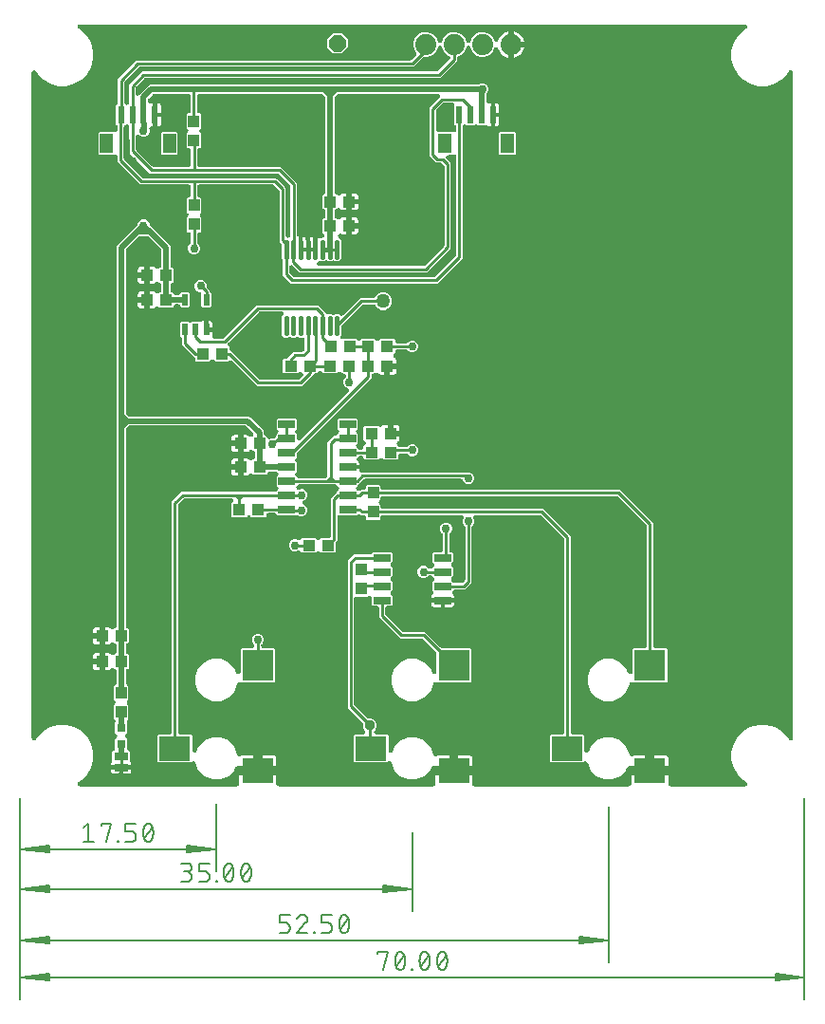
<source format=gbr>
G04 EAGLE Gerber RS-274X export*
G75*
%MOMM*%
%FSLAX34Y34*%
%LPD*%
%INTop Copper*%
%IPPOS*%
%AMOC8*
5,1,8,0,0,1.08239X$1,22.5*%
G01*
%ADD10C,0.130000*%
%ADD11C,0.152400*%
%ADD12R,1.100000X1.000000*%
%ADD13R,2.800000X2.200000*%
%ADD14R,2.800000X2.800000*%
%ADD15R,1.000000X1.100000*%
%ADD16C,0.450000*%
%ADD17R,0.558800X1.028700*%
%ADD18C,1.879600*%
%ADD19R,0.600000X1.550000*%
%ADD20R,1.200000X1.800000*%
%ADD21C,1.270000*%
%ADD22P,1.649562X8X22.500000*%
%ADD23R,0.800000X0.800000*%
%ADD24R,1.270000X0.635000*%
%ADD25C,0.254000*%
%ADD26R,1.525000X0.650000*%
%ADD27C,0.756400*%
%ADD28C,0.508000*%
%ADD29C,0.406400*%
%ADD30C,0.956400*%

G36*
X193565Y10169D02*
X193565Y10169D01*
X193647Y10167D01*
X193765Y10189D01*
X193884Y10201D01*
X193963Y10225D01*
X194043Y10240D01*
X194155Y10284D01*
X194269Y10319D01*
X194341Y10358D01*
X194418Y10388D01*
X194518Y10454D01*
X194623Y10511D01*
X194686Y10563D01*
X194755Y10608D01*
X194840Y10692D01*
X194932Y10768D01*
X194984Y10832D01*
X195042Y10890D01*
X195110Y10989D01*
X195184Y11082D01*
X195222Y11155D01*
X195269Y11223D01*
X195315Y11333D01*
X195370Y11439D01*
X195393Y11518D01*
X195425Y11594D01*
X195448Y11711D01*
X195481Y11826D01*
X195488Y11908D01*
X195504Y11989D01*
X195504Y12108D01*
X195514Y12228D01*
X195505Y12309D01*
X195505Y12392D01*
X195477Y12542D01*
X195467Y12627D01*
X195459Y12652D01*
X195459Y19937D01*
X209968Y19937D01*
X209986Y19939D01*
X210003Y19937D01*
X210186Y19959D01*
X210369Y19977D01*
X210386Y19982D01*
X210403Y19984D01*
X210578Y20041D01*
X210753Y20095D01*
X210769Y20103D01*
X210786Y20109D01*
X210946Y20199D01*
X211107Y20287D01*
X211121Y20298D01*
X211137Y20307D01*
X211276Y20427D01*
X211417Y20544D01*
X211428Y20558D01*
X211441Y20570D01*
X211554Y20715D01*
X211669Y20858D01*
X211677Y20874D01*
X211688Y20888D01*
X211770Y21053D01*
X211855Y21215D01*
X211859Y21232D01*
X211867Y21249D01*
X211915Y21427D01*
X211966Y21602D01*
X211967Y21620D01*
X211972Y21637D01*
X211999Y21968D01*
X211999Y24001D01*
X212001Y24001D01*
X212001Y21968D01*
X212003Y21950D01*
X212001Y21933D01*
X212023Y21750D01*
X212041Y21567D01*
X212046Y21550D01*
X212048Y21533D01*
X212105Y21358D01*
X212159Y21183D01*
X212167Y21167D01*
X212173Y21150D01*
X212263Y20990D01*
X212351Y20828D01*
X212362Y20815D01*
X212371Y20799D01*
X212491Y20660D01*
X212608Y20519D01*
X212622Y20508D01*
X212634Y20495D01*
X212779Y20382D01*
X212922Y20267D01*
X212938Y20259D01*
X212952Y20248D01*
X213117Y20166D01*
X213279Y20081D01*
X213297Y20076D01*
X213313Y20068D01*
X213491Y20021D01*
X213666Y19970D01*
X213684Y19969D01*
X213701Y19964D01*
X214032Y19937D01*
X228541Y19937D01*
X228541Y12634D01*
X228519Y12558D01*
X228509Y12438D01*
X228490Y12321D01*
X228493Y12239D01*
X228486Y12156D01*
X228500Y12038D01*
X228504Y11918D01*
X228523Y11838D01*
X228533Y11757D01*
X228570Y11643D01*
X228598Y11527D01*
X228632Y11452D01*
X228658Y11374D01*
X228716Y11270D01*
X228766Y11161D01*
X228815Y11095D01*
X228855Y11023D01*
X228934Y10933D01*
X229004Y10836D01*
X229065Y10781D01*
X229119Y10718D01*
X229213Y10645D01*
X229301Y10565D01*
X229372Y10522D01*
X229437Y10472D01*
X229544Y10419D01*
X229646Y10357D01*
X229724Y10329D01*
X229797Y10292D01*
X229913Y10261D01*
X230025Y10221D01*
X230107Y10209D01*
X230186Y10188D01*
X230338Y10175D01*
X230424Y10163D01*
X230464Y10165D01*
X230517Y10161D01*
X368483Y10161D01*
X368565Y10169D01*
X368647Y10167D01*
X368765Y10189D01*
X368884Y10201D01*
X368963Y10225D01*
X369043Y10240D01*
X369155Y10284D01*
X369269Y10319D01*
X369341Y10358D01*
X369418Y10388D01*
X369518Y10454D01*
X369623Y10511D01*
X369686Y10563D01*
X369755Y10608D01*
X369840Y10692D01*
X369932Y10768D01*
X369984Y10832D01*
X370042Y10890D01*
X370110Y10989D01*
X370184Y11082D01*
X370222Y11155D01*
X370269Y11223D01*
X370315Y11333D01*
X370370Y11439D01*
X370393Y11518D01*
X370425Y11594D01*
X370448Y11711D01*
X370481Y11826D01*
X370488Y11908D01*
X370504Y11989D01*
X370504Y12108D01*
X370514Y12228D01*
X370505Y12309D01*
X370505Y12392D01*
X370477Y12542D01*
X370467Y12627D01*
X370459Y12652D01*
X370459Y19937D01*
X384968Y19937D01*
X384986Y19939D01*
X385003Y19937D01*
X385186Y19959D01*
X385369Y19977D01*
X385386Y19982D01*
X385403Y19984D01*
X385578Y20041D01*
X385753Y20095D01*
X385769Y20103D01*
X385786Y20109D01*
X385946Y20199D01*
X386107Y20287D01*
X386121Y20298D01*
X386137Y20307D01*
X386276Y20427D01*
X386417Y20544D01*
X386428Y20558D01*
X386441Y20570D01*
X386554Y20715D01*
X386669Y20858D01*
X386677Y20874D01*
X386688Y20888D01*
X386770Y21053D01*
X386855Y21215D01*
X386859Y21232D01*
X386867Y21249D01*
X386915Y21427D01*
X386966Y21602D01*
X386967Y21620D01*
X386972Y21637D01*
X386999Y21968D01*
X386999Y24001D01*
X387001Y24001D01*
X387001Y21968D01*
X387003Y21950D01*
X387001Y21933D01*
X387023Y21750D01*
X387041Y21567D01*
X387046Y21550D01*
X387048Y21533D01*
X387105Y21358D01*
X387159Y21183D01*
X387167Y21167D01*
X387173Y21150D01*
X387263Y20990D01*
X387351Y20828D01*
X387362Y20815D01*
X387371Y20799D01*
X387491Y20660D01*
X387608Y20519D01*
X387622Y20508D01*
X387634Y20495D01*
X387779Y20382D01*
X387922Y20267D01*
X387938Y20259D01*
X387952Y20248D01*
X388117Y20166D01*
X388279Y20081D01*
X388297Y20076D01*
X388313Y20068D01*
X388491Y20021D01*
X388666Y19970D01*
X388684Y19969D01*
X388701Y19964D01*
X389032Y19937D01*
X403541Y19937D01*
X403541Y12634D01*
X403519Y12558D01*
X403509Y12438D01*
X403490Y12321D01*
X403493Y12239D01*
X403486Y12156D01*
X403500Y12038D01*
X403504Y11918D01*
X403523Y11838D01*
X403533Y11757D01*
X403570Y11643D01*
X403598Y11527D01*
X403632Y11452D01*
X403658Y11374D01*
X403716Y11270D01*
X403766Y11161D01*
X403815Y11095D01*
X403855Y11023D01*
X403934Y10933D01*
X404004Y10836D01*
X404065Y10781D01*
X404119Y10718D01*
X404213Y10645D01*
X404301Y10565D01*
X404372Y10522D01*
X404437Y10472D01*
X404544Y10419D01*
X404646Y10357D01*
X404724Y10329D01*
X404797Y10292D01*
X404913Y10261D01*
X405025Y10221D01*
X405107Y10209D01*
X405186Y10188D01*
X405338Y10175D01*
X405424Y10163D01*
X405464Y10165D01*
X405517Y10161D01*
X543483Y10161D01*
X543565Y10169D01*
X543647Y10167D01*
X543765Y10189D01*
X543884Y10201D01*
X543963Y10225D01*
X544043Y10240D01*
X544155Y10284D01*
X544269Y10319D01*
X544341Y10358D01*
X544418Y10388D01*
X544518Y10454D01*
X544623Y10511D01*
X544686Y10563D01*
X544755Y10608D01*
X544840Y10692D01*
X544932Y10768D01*
X544984Y10832D01*
X545042Y10890D01*
X545110Y10989D01*
X545184Y11082D01*
X545222Y11155D01*
X545269Y11223D01*
X545315Y11333D01*
X545370Y11439D01*
X545393Y11518D01*
X545425Y11594D01*
X545448Y11711D01*
X545481Y11826D01*
X545488Y11908D01*
X545504Y11989D01*
X545504Y12108D01*
X545514Y12228D01*
X545505Y12309D01*
X545505Y12392D01*
X545477Y12542D01*
X545467Y12627D01*
X545459Y12652D01*
X545459Y19937D01*
X559968Y19937D01*
X559986Y19939D01*
X560003Y19937D01*
X560186Y19959D01*
X560369Y19977D01*
X560386Y19982D01*
X560403Y19984D01*
X560578Y20041D01*
X560753Y20095D01*
X560769Y20103D01*
X560786Y20109D01*
X560946Y20199D01*
X561107Y20287D01*
X561121Y20298D01*
X561137Y20307D01*
X561276Y20427D01*
X561417Y20544D01*
X561428Y20558D01*
X561441Y20570D01*
X561554Y20715D01*
X561669Y20858D01*
X561677Y20874D01*
X561688Y20888D01*
X561770Y21053D01*
X561855Y21215D01*
X561859Y21232D01*
X561867Y21249D01*
X561915Y21427D01*
X561966Y21602D01*
X561967Y21620D01*
X561972Y21637D01*
X561999Y21968D01*
X561999Y24001D01*
X562001Y24001D01*
X562001Y21968D01*
X562003Y21950D01*
X562001Y21933D01*
X562023Y21750D01*
X562041Y21567D01*
X562046Y21550D01*
X562048Y21533D01*
X562105Y21358D01*
X562159Y21183D01*
X562167Y21167D01*
X562173Y21150D01*
X562263Y20990D01*
X562351Y20828D01*
X562362Y20815D01*
X562371Y20799D01*
X562491Y20660D01*
X562608Y20519D01*
X562622Y20508D01*
X562634Y20495D01*
X562779Y20382D01*
X562922Y20267D01*
X562938Y20259D01*
X562952Y20248D01*
X563117Y20166D01*
X563279Y20081D01*
X563297Y20076D01*
X563313Y20068D01*
X563491Y20021D01*
X563666Y19970D01*
X563684Y19969D01*
X563701Y19964D01*
X564032Y19937D01*
X578541Y19937D01*
X578541Y12634D01*
X578519Y12558D01*
X578509Y12438D01*
X578490Y12321D01*
X578493Y12239D01*
X578486Y12156D01*
X578500Y12038D01*
X578504Y11918D01*
X578523Y11838D01*
X578533Y11757D01*
X578570Y11643D01*
X578598Y11527D01*
X578632Y11452D01*
X578658Y11374D01*
X578716Y11270D01*
X578766Y11161D01*
X578815Y11095D01*
X578855Y11023D01*
X578934Y10933D01*
X579004Y10836D01*
X579065Y10781D01*
X579119Y10718D01*
X579213Y10645D01*
X579301Y10565D01*
X579372Y10522D01*
X579437Y10472D01*
X579544Y10419D01*
X579646Y10357D01*
X579724Y10329D01*
X579797Y10292D01*
X579913Y10261D01*
X580025Y10221D01*
X580107Y10209D01*
X580186Y10188D01*
X580338Y10175D01*
X580424Y10163D01*
X580464Y10165D01*
X580517Y10161D01*
X646951Y10161D01*
X647024Y10168D01*
X647097Y10166D01*
X647224Y10188D01*
X647351Y10201D01*
X647422Y10222D01*
X647494Y10235D01*
X647613Y10281D01*
X647736Y10319D01*
X647801Y10354D01*
X647869Y10380D01*
X647977Y10449D01*
X648090Y10511D01*
X648147Y10557D01*
X648208Y10597D01*
X648301Y10686D01*
X648400Y10768D01*
X648445Y10825D01*
X648498Y10876D01*
X648572Y10982D01*
X648652Y11082D01*
X648686Y11147D01*
X648727Y11207D01*
X648778Y11325D01*
X648838Y11439D01*
X648858Y11510D01*
X648887Y11577D01*
X648913Y11703D01*
X648949Y11826D01*
X648955Y11899D01*
X648970Y11971D01*
X648971Y12099D01*
X648982Y12228D01*
X648973Y12300D01*
X648974Y12374D01*
X648950Y12500D01*
X648935Y12627D01*
X648912Y12697D01*
X648898Y12769D01*
X648850Y12888D01*
X648810Y13010D01*
X648774Y13074D01*
X648746Y13142D01*
X648675Y13249D01*
X648612Y13361D01*
X648564Y13416D01*
X648524Y13477D01*
X648433Y13568D01*
X648349Y13665D01*
X648291Y13710D01*
X648239Y13762D01*
X648100Y13859D01*
X648031Y13912D01*
X648001Y13927D01*
X647966Y13951D01*
X645516Y15366D01*
X640366Y20516D01*
X636724Y26823D01*
X634839Y33858D01*
X634839Y41142D01*
X636724Y48177D01*
X640366Y54484D01*
X645516Y59634D01*
X651823Y63276D01*
X658858Y65161D01*
X666142Y65161D01*
X673177Y63276D01*
X679484Y59634D01*
X684634Y54484D01*
X686049Y52034D01*
X686092Y51974D01*
X686127Y51910D01*
X686209Y51811D01*
X686284Y51707D01*
X686337Y51657D01*
X686384Y51600D01*
X686484Y51520D01*
X686579Y51432D01*
X686641Y51394D01*
X686698Y51348D01*
X686812Y51289D01*
X686922Y51222D01*
X686990Y51196D01*
X687055Y51162D01*
X687179Y51127D01*
X687299Y51083D01*
X687372Y51071D01*
X687442Y51051D01*
X687571Y51041D01*
X687697Y51021D01*
X687770Y51024D01*
X687844Y51018D01*
X687971Y51033D01*
X688100Y51039D01*
X688171Y51057D01*
X688243Y51065D01*
X688365Y51105D01*
X688490Y51136D01*
X688557Y51167D01*
X688626Y51190D01*
X688738Y51253D01*
X688854Y51308D01*
X688913Y51352D01*
X688977Y51388D01*
X689074Y51472D01*
X689177Y51549D01*
X689226Y51603D01*
X689282Y51651D01*
X689360Y51752D01*
X689446Y51848D01*
X689484Y51911D01*
X689528Y51969D01*
X689585Y52084D01*
X689651Y52195D01*
X689675Y52264D01*
X689708Y52330D01*
X689741Y52454D01*
X689783Y52575D01*
X689793Y52648D01*
X689812Y52718D01*
X689826Y52888D01*
X689838Y52974D01*
X689836Y53007D01*
X689839Y53049D01*
X689839Y646951D01*
X689832Y647024D01*
X689834Y647097D01*
X689812Y647224D01*
X689799Y647351D01*
X689778Y647422D01*
X689765Y647494D01*
X689719Y647613D01*
X689681Y647736D01*
X689646Y647801D01*
X689620Y647869D01*
X689551Y647977D01*
X689489Y648090D01*
X689443Y648147D01*
X689403Y648208D01*
X689314Y648301D01*
X689232Y648400D01*
X689175Y648445D01*
X689124Y648498D01*
X689018Y648572D01*
X688918Y648652D01*
X688853Y648686D01*
X688793Y648727D01*
X688675Y648778D01*
X688561Y648838D01*
X688490Y648858D01*
X688423Y648887D01*
X688297Y648913D01*
X688174Y648949D01*
X688101Y648955D01*
X688029Y648970D01*
X687901Y648971D01*
X687772Y648982D01*
X687700Y648973D01*
X687626Y648974D01*
X687500Y648950D01*
X687373Y648935D01*
X687303Y648912D01*
X687231Y648898D01*
X687112Y648850D01*
X686990Y648810D01*
X686926Y648774D01*
X686858Y648746D01*
X686751Y648675D01*
X686639Y648612D01*
X686584Y648564D01*
X686523Y648524D01*
X686432Y648433D01*
X686335Y648349D01*
X686290Y648291D01*
X686238Y648239D01*
X686141Y648100D01*
X686088Y648031D01*
X686073Y648001D01*
X686049Y647966D01*
X684634Y645516D01*
X679484Y640366D01*
X673177Y636724D01*
X666142Y634839D01*
X658858Y634839D01*
X651823Y636724D01*
X645516Y640366D01*
X640366Y645516D01*
X636724Y651823D01*
X634839Y658858D01*
X634839Y666142D01*
X636724Y673177D01*
X640366Y679484D01*
X645516Y684634D01*
X647966Y686049D01*
X648026Y686092D01*
X648090Y686127D01*
X648189Y686209D01*
X648293Y686284D01*
X648343Y686337D01*
X648400Y686384D01*
X648480Y686484D01*
X648568Y686579D01*
X648606Y686641D01*
X648652Y686698D01*
X648711Y686812D01*
X648778Y686922D01*
X648804Y686990D01*
X648838Y687055D01*
X648873Y687179D01*
X648917Y687299D01*
X648929Y687372D01*
X648949Y687442D01*
X648959Y687571D01*
X648979Y687697D01*
X648976Y687770D01*
X648982Y687844D01*
X648967Y687971D01*
X648961Y688100D01*
X648943Y688171D01*
X648935Y688243D01*
X648895Y688365D01*
X648864Y688490D01*
X648833Y688557D01*
X648810Y688626D01*
X648747Y688738D01*
X648692Y688854D01*
X648648Y688913D01*
X648612Y688977D01*
X648528Y689074D01*
X648451Y689177D01*
X648397Y689226D01*
X648349Y689282D01*
X648248Y689360D01*
X648152Y689446D01*
X648089Y689484D01*
X648031Y689528D01*
X647916Y689585D01*
X647805Y689651D01*
X647736Y689675D01*
X647670Y689708D01*
X647546Y689741D01*
X647425Y689783D01*
X647352Y689793D01*
X647282Y689812D01*
X647112Y689826D01*
X647026Y689838D01*
X646993Y689836D01*
X646951Y689839D01*
X53049Y689839D01*
X52976Y689832D01*
X52903Y689834D01*
X52776Y689812D01*
X52649Y689799D01*
X52578Y689778D01*
X52506Y689765D01*
X52387Y689719D01*
X52264Y689681D01*
X52199Y689646D01*
X52131Y689620D01*
X52023Y689551D01*
X51910Y689489D01*
X51853Y689443D01*
X51792Y689403D01*
X51699Y689314D01*
X51600Y689232D01*
X51555Y689175D01*
X51502Y689124D01*
X51428Y689018D01*
X51348Y688918D01*
X51314Y688853D01*
X51273Y688793D01*
X51222Y688675D01*
X51162Y688561D01*
X51142Y688490D01*
X51113Y688423D01*
X51087Y688297D01*
X51051Y688174D01*
X51045Y688101D01*
X51030Y688029D01*
X51029Y687901D01*
X51018Y687772D01*
X51027Y687700D01*
X51026Y687626D01*
X51050Y687500D01*
X51065Y687373D01*
X51088Y687303D01*
X51102Y687231D01*
X51150Y687112D01*
X51190Y686990D01*
X51226Y686926D01*
X51254Y686858D01*
X51325Y686751D01*
X51388Y686639D01*
X51436Y686584D01*
X51476Y686523D01*
X51567Y686432D01*
X51651Y686335D01*
X51709Y686290D01*
X51761Y686238D01*
X51900Y686141D01*
X51969Y686088D01*
X51999Y686073D01*
X52034Y686049D01*
X54484Y684634D01*
X59634Y679484D01*
X63276Y673177D01*
X65161Y666142D01*
X65161Y658858D01*
X63276Y651823D01*
X59634Y645516D01*
X54484Y640366D01*
X48177Y636724D01*
X41142Y634839D01*
X33858Y634839D01*
X26823Y636724D01*
X20516Y640366D01*
X15366Y645516D01*
X13951Y647966D01*
X13908Y648026D01*
X13873Y648090D01*
X13791Y648189D01*
X13716Y648293D01*
X13663Y648343D01*
X13616Y648400D01*
X13516Y648480D01*
X13421Y648568D01*
X13359Y648606D01*
X13302Y648652D01*
X13188Y648711D01*
X13078Y648778D01*
X13010Y648804D01*
X12945Y648838D01*
X12821Y648873D01*
X12701Y648917D01*
X12628Y648929D01*
X12558Y648949D01*
X12429Y648959D01*
X12303Y648979D01*
X12230Y648976D01*
X12156Y648982D01*
X12029Y648967D01*
X11900Y648961D01*
X11829Y648943D01*
X11757Y648935D01*
X11635Y648895D01*
X11510Y648864D01*
X11443Y648833D01*
X11374Y648810D01*
X11262Y648747D01*
X11146Y648692D01*
X11087Y648648D01*
X11023Y648612D01*
X10926Y648528D01*
X10823Y648451D01*
X10774Y648397D01*
X10718Y648349D01*
X10640Y648248D01*
X10554Y648152D01*
X10516Y648089D01*
X10472Y648031D01*
X10415Y647916D01*
X10349Y647805D01*
X10325Y647736D01*
X10292Y647670D01*
X10259Y647546D01*
X10217Y647425D01*
X10207Y647352D01*
X10188Y647282D01*
X10174Y647112D01*
X10162Y647026D01*
X10164Y646993D01*
X10161Y646951D01*
X10161Y53049D01*
X10168Y52976D01*
X10166Y52903D01*
X10188Y52776D01*
X10201Y52649D01*
X10222Y52578D01*
X10235Y52506D01*
X10281Y52387D01*
X10319Y52264D01*
X10354Y52199D01*
X10380Y52131D01*
X10449Y52023D01*
X10511Y51910D01*
X10557Y51853D01*
X10597Y51792D01*
X10686Y51699D01*
X10768Y51600D01*
X10825Y51555D01*
X10876Y51502D01*
X10982Y51428D01*
X11082Y51348D01*
X11147Y51314D01*
X11207Y51273D01*
X11325Y51222D01*
X11439Y51162D01*
X11510Y51142D01*
X11577Y51113D01*
X11703Y51087D01*
X11826Y51051D01*
X11899Y51045D01*
X11971Y51030D01*
X12099Y51029D01*
X12228Y51018D01*
X12300Y51027D01*
X12374Y51026D01*
X12500Y51050D01*
X12627Y51065D01*
X12697Y51088D01*
X12769Y51102D01*
X12888Y51150D01*
X13010Y51190D01*
X13074Y51226D01*
X13142Y51254D01*
X13249Y51325D01*
X13361Y51388D01*
X13416Y51436D01*
X13477Y51476D01*
X13568Y51567D01*
X13665Y51651D01*
X13710Y51709D01*
X13762Y51761D01*
X13859Y51900D01*
X13912Y51969D01*
X13927Y51999D01*
X13951Y52034D01*
X15366Y54484D01*
X20516Y59634D01*
X26823Y63276D01*
X33858Y65161D01*
X41142Y65161D01*
X48177Y63276D01*
X54484Y59634D01*
X59634Y54484D01*
X63276Y48177D01*
X65161Y41142D01*
X65161Y33858D01*
X63276Y26823D01*
X59634Y20516D01*
X54484Y15366D01*
X52034Y13951D01*
X51974Y13908D01*
X51910Y13873D01*
X51811Y13791D01*
X51707Y13716D01*
X51657Y13663D01*
X51600Y13616D01*
X51520Y13516D01*
X51432Y13421D01*
X51394Y13359D01*
X51348Y13302D01*
X51289Y13188D01*
X51222Y13078D01*
X51196Y13010D01*
X51162Y12945D01*
X51127Y12821D01*
X51083Y12701D01*
X51071Y12628D01*
X51051Y12558D01*
X51041Y12429D01*
X51021Y12303D01*
X51024Y12230D01*
X51018Y12156D01*
X51033Y12029D01*
X51039Y11900D01*
X51057Y11829D01*
X51065Y11757D01*
X51105Y11635D01*
X51136Y11510D01*
X51167Y11443D01*
X51190Y11374D01*
X51253Y11262D01*
X51308Y11146D01*
X51352Y11087D01*
X51388Y11023D01*
X51472Y10926D01*
X51549Y10823D01*
X51603Y10774D01*
X51651Y10718D01*
X51752Y10640D01*
X51848Y10554D01*
X51911Y10516D01*
X51969Y10472D01*
X52084Y10415D01*
X52195Y10349D01*
X52264Y10325D01*
X52330Y10292D01*
X52454Y10259D01*
X52575Y10217D01*
X52648Y10207D01*
X52718Y10188D01*
X52888Y10174D01*
X52974Y10162D01*
X53007Y10164D01*
X53049Y10161D01*
X193483Y10161D01*
X193565Y10169D01*
G37*
%LPC*%
G36*
X241842Y458705D02*
X241842Y458705D01*
X234455Y466092D01*
X234455Y478865D01*
X234453Y478892D01*
X234455Y478918D01*
X234433Y479092D01*
X234415Y479266D01*
X234407Y479291D01*
X234404Y479318D01*
X234349Y479483D01*
X234297Y479651D01*
X234284Y479674D01*
X234276Y479700D01*
X234189Y479851D01*
X234105Y480005D01*
X234088Y480025D01*
X234075Y480048D01*
X233860Y480301D01*
X233475Y480686D01*
X233475Y492981D01*
X233473Y493008D01*
X233475Y493034D01*
X233453Y493208D01*
X233435Y493382D01*
X233428Y493407D01*
X233424Y493434D01*
X233369Y493599D01*
X233317Y493767D01*
X233304Y493790D01*
X233296Y493815D01*
X233209Y493967D01*
X233125Y494121D01*
X233108Y494141D01*
X233095Y494164D01*
X232880Y494417D01*
X232246Y495051D01*
X232243Y495054D01*
X232239Y495058D01*
X231416Y495874D01*
X231416Y497025D01*
X231415Y497030D01*
X231416Y497035D01*
X231200Y541031D01*
X231198Y541051D01*
X231200Y541071D01*
X231177Y541251D01*
X231158Y541431D01*
X231152Y541450D01*
X231150Y541470D01*
X231092Y541643D01*
X231038Y541816D01*
X231029Y541833D01*
X231022Y541852D01*
X230932Y542010D01*
X230845Y542169D01*
X230832Y542184D01*
X230822Y542201D01*
X230608Y542455D01*
X226632Y546444D01*
X226610Y546462D01*
X226591Y546484D01*
X226454Y546590D01*
X226321Y546700D01*
X226296Y546713D01*
X226273Y546730D01*
X226118Y546808D01*
X225965Y546889D01*
X225938Y546897D01*
X225913Y546910D01*
X225745Y546955D01*
X225580Y547004D01*
X225551Y547007D01*
X225524Y547014D01*
X225193Y547041D01*
X159826Y547041D01*
X159808Y547039D01*
X159790Y547041D01*
X159608Y547020D01*
X159425Y547001D01*
X159408Y546996D01*
X159391Y546994D01*
X159216Y546937D01*
X159040Y546883D01*
X159025Y546875D01*
X159008Y546869D01*
X158848Y546779D01*
X158686Y546691D01*
X158673Y546680D01*
X158657Y546671D01*
X158518Y546551D01*
X158377Y546434D01*
X158366Y546420D01*
X158352Y546408D01*
X158240Y546263D01*
X158125Y546120D01*
X158117Y546104D01*
X158106Y546090D01*
X158024Y545925D01*
X157939Y545763D01*
X157934Y545746D01*
X157926Y545730D01*
X157879Y545551D01*
X157828Y545376D01*
X157826Y545358D01*
X157822Y545341D01*
X157795Y545010D01*
X157795Y537556D01*
X157797Y537538D01*
X157795Y537520D01*
X157816Y537338D01*
X157835Y537155D01*
X157840Y537138D01*
X157842Y537121D01*
X157899Y536946D01*
X157953Y536770D01*
X157961Y536755D01*
X157967Y536738D01*
X158057Y536578D01*
X158145Y536416D01*
X158156Y536403D01*
X158165Y536387D01*
X158285Y536248D01*
X158402Y536107D01*
X158416Y536096D01*
X158428Y536082D01*
X158573Y535970D01*
X158716Y535855D01*
X158732Y535847D01*
X158746Y535836D01*
X158911Y535754D01*
X159073Y535669D01*
X159090Y535664D01*
X159106Y535656D01*
X159285Y535609D01*
X159460Y535558D01*
X159478Y535556D01*
X159495Y535552D01*
X159826Y535525D01*
X160732Y535525D01*
X161625Y534632D01*
X161625Y522368D01*
X160693Y521436D01*
X160689Y521432D01*
X160685Y521428D01*
X160677Y521419D01*
X160668Y521411D01*
X160553Y521266D01*
X160438Y521125D01*
X160429Y521109D01*
X160418Y521095D01*
X160335Y520931D01*
X160249Y520769D01*
X160244Y520752D01*
X160236Y520736D01*
X160186Y520559D01*
X160134Y520383D01*
X160133Y520365D01*
X160128Y520348D01*
X160114Y520165D01*
X160098Y519982D01*
X160100Y519964D01*
X160098Y519947D01*
X160121Y519765D01*
X160141Y519582D01*
X160147Y519565D01*
X160149Y519547D01*
X160207Y519374D01*
X160263Y519198D01*
X160271Y519182D01*
X160277Y519166D01*
X160368Y519007D01*
X160457Y518846D01*
X160469Y518832D01*
X160478Y518817D01*
X160693Y518564D01*
X161625Y517632D01*
X161625Y505368D01*
X160732Y504475D01*
X159826Y504475D01*
X159808Y504473D01*
X159790Y504475D01*
X159608Y504454D01*
X159425Y504435D01*
X159408Y504430D01*
X159391Y504428D01*
X159216Y504371D01*
X159040Y504317D01*
X159025Y504309D01*
X159008Y504303D01*
X158848Y504213D01*
X158686Y504125D01*
X158673Y504114D01*
X158657Y504105D01*
X158518Y503985D01*
X158377Y503868D01*
X158366Y503854D01*
X158352Y503842D01*
X158240Y503697D01*
X158125Y503554D01*
X158117Y503538D01*
X158106Y503524D01*
X158024Y503359D01*
X157939Y503197D01*
X157934Y503180D01*
X157926Y503164D01*
X157879Y502985D01*
X157828Y502810D01*
X157826Y502792D01*
X157822Y502775D01*
X157795Y502444D01*
X157795Y495551D01*
X157797Y495525D01*
X157795Y495498D01*
X157817Y495324D01*
X157835Y495151D01*
X157842Y495125D01*
X157846Y495099D01*
X157902Y494933D01*
X157953Y494766D01*
X157966Y494742D01*
X157974Y494717D01*
X158061Y494566D01*
X158145Y494412D01*
X158162Y494391D01*
X158175Y494368D01*
X158390Y494115D01*
X159499Y493006D01*
X160307Y491056D01*
X160307Y488944D01*
X159499Y486994D01*
X158006Y485501D01*
X157557Y485315D01*
X156056Y484693D01*
X153944Y484693D01*
X151994Y485501D01*
X150501Y486994D01*
X149693Y488944D01*
X149693Y491056D01*
X150501Y493006D01*
X151610Y494115D01*
X151627Y494136D01*
X151648Y494153D01*
X151755Y494292D01*
X151865Y494427D01*
X151878Y494450D01*
X151894Y494471D01*
X151972Y494628D01*
X152054Y494782D01*
X152062Y494808D01*
X152074Y494832D01*
X152119Y495001D01*
X152169Y495168D01*
X152171Y495195D01*
X152178Y495221D01*
X152205Y495551D01*
X152205Y502444D01*
X152203Y502462D01*
X152205Y502480D01*
X152184Y502662D01*
X152165Y502845D01*
X152160Y502862D01*
X152158Y502879D01*
X152101Y503054D01*
X152047Y503230D01*
X152039Y503245D01*
X152033Y503262D01*
X151943Y503422D01*
X151855Y503584D01*
X151844Y503597D01*
X151835Y503613D01*
X151715Y503752D01*
X151598Y503893D01*
X151584Y503904D01*
X151572Y503918D01*
X151427Y504030D01*
X151284Y504145D01*
X151268Y504153D01*
X151254Y504164D01*
X151089Y504246D01*
X150927Y504331D01*
X150910Y504336D01*
X150894Y504344D01*
X150715Y504391D01*
X150540Y504442D01*
X150522Y504444D01*
X150505Y504448D01*
X150174Y504475D01*
X149468Y504475D01*
X148575Y505368D01*
X148575Y517632D01*
X149507Y518564D01*
X149519Y518578D01*
X149532Y518589D01*
X149646Y518733D01*
X149762Y518875D01*
X149771Y518891D01*
X149782Y518905D01*
X149865Y519069D01*
X149951Y519231D01*
X149956Y519248D01*
X149964Y519264D01*
X150014Y519441D01*
X150066Y519617D01*
X150067Y519635D01*
X150072Y519652D01*
X150086Y519835D01*
X150102Y520018D01*
X150100Y520036D01*
X150102Y520053D01*
X150079Y520235D01*
X150059Y520418D01*
X150053Y520435D01*
X150051Y520453D01*
X149993Y520627D01*
X149937Y520802D01*
X149929Y520818D01*
X149923Y520834D01*
X149831Y520993D01*
X149743Y521154D01*
X149731Y521168D01*
X149730Y521170D01*
X149728Y521173D01*
X149722Y521183D01*
X149507Y521436D01*
X148575Y522368D01*
X148575Y534632D01*
X149468Y535525D01*
X150174Y535525D01*
X150192Y535527D01*
X150210Y535525D01*
X150392Y535546D01*
X150575Y535565D01*
X150592Y535570D01*
X150609Y535572D01*
X150784Y535629D01*
X150960Y535683D01*
X150975Y535691D01*
X150992Y535697D01*
X151152Y535787D01*
X151314Y535875D01*
X151327Y535886D01*
X151343Y535895D01*
X151482Y536015D01*
X151623Y536132D01*
X151634Y536146D01*
X151648Y536158D01*
X151760Y536303D01*
X151875Y536446D01*
X151883Y536462D01*
X151894Y536476D01*
X151976Y536641D01*
X152061Y536803D01*
X152066Y536820D01*
X152074Y536836D01*
X152121Y537015D01*
X152172Y537190D01*
X152174Y537208D01*
X152178Y537225D01*
X152205Y537556D01*
X152205Y545010D01*
X152203Y545028D01*
X152205Y545046D01*
X152184Y545228D01*
X152165Y545411D01*
X152160Y545428D01*
X152158Y545445D01*
X152101Y545620D01*
X152047Y545796D01*
X152039Y545811D01*
X152033Y545828D01*
X151943Y545988D01*
X151855Y546150D01*
X151844Y546163D01*
X151835Y546179D01*
X151715Y546318D01*
X151598Y546459D01*
X151584Y546470D01*
X151572Y546484D01*
X151427Y546596D01*
X151284Y546711D01*
X151268Y546719D01*
X151254Y546730D01*
X151089Y546812D01*
X150927Y546897D01*
X150910Y546902D01*
X150894Y546910D01*
X150715Y546957D01*
X150540Y547008D01*
X150522Y547010D01*
X150505Y547014D01*
X150174Y547041D01*
X106859Y547041D01*
X86711Y567189D01*
X86711Y571409D01*
X86710Y571418D01*
X86711Y571427D01*
X86690Y571619D01*
X86671Y571810D01*
X86669Y571818D01*
X86668Y571827D01*
X86609Y572012D01*
X86553Y572195D01*
X86549Y572203D01*
X86546Y572211D01*
X86453Y572379D01*
X86361Y572549D01*
X86356Y572556D01*
X86351Y572563D01*
X86227Y572710D01*
X86104Y572858D01*
X86097Y572864D01*
X86091Y572870D01*
X85939Y572991D01*
X85790Y573110D01*
X85782Y573114D01*
X85775Y573120D01*
X85602Y573208D01*
X85433Y573296D01*
X85424Y573298D01*
X85416Y573302D01*
X85229Y573354D01*
X85046Y573407D01*
X85037Y573408D01*
X85028Y573410D01*
X84837Y573424D01*
X84644Y573440D01*
X84635Y573439D01*
X84627Y573440D01*
X84436Y573416D01*
X84245Y573393D01*
X84236Y573390D01*
X84227Y573389D01*
X84045Y573328D01*
X83862Y573268D01*
X83854Y573264D01*
X83845Y573261D01*
X83797Y573233D01*
X70368Y573233D01*
X69475Y574126D01*
X69475Y593390D01*
X70368Y594283D01*
X83806Y594283D01*
X83911Y594227D01*
X83920Y594224D01*
X83927Y594220D01*
X84111Y594167D01*
X84297Y594112D01*
X84306Y594111D01*
X84314Y594109D01*
X84506Y594093D01*
X84698Y594076D01*
X84707Y594077D01*
X84716Y594076D01*
X84905Y594098D01*
X85098Y594119D01*
X85107Y594122D01*
X85115Y594123D01*
X85298Y594183D01*
X85482Y594241D01*
X85490Y594245D01*
X85498Y594248D01*
X85666Y594343D01*
X85834Y594435D01*
X85841Y594441D01*
X85849Y594446D01*
X85995Y594571D01*
X86141Y594696D01*
X86147Y594703D01*
X86154Y594709D01*
X86271Y594861D01*
X86391Y595012D01*
X86395Y595020D01*
X86400Y595027D01*
X86486Y595200D01*
X86573Y595371D01*
X86576Y595379D01*
X86580Y595387D01*
X86630Y595575D01*
X86681Y595759D01*
X86682Y595767D01*
X86684Y595776D01*
X86711Y596107D01*
X86711Y598781D01*
X86709Y598808D01*
X86711Y598834D01*
X86689Y599008D01*
X86671Y599182D01*
X86664Y599207D01*
X86660Y599234D01*
X86605Y599399D01*
X86553Y599567D01*
X86540Y599590D01*
X86532Y599615D01*
X86445Y599767D01*
X86361Y599921D01*
X86344Y599941D01*
X86331Y599964D01*
X86116Y600217D01*
X85475Y600858D01*
X85475Y617622D01*
X86610Y618757D01*
X86627Y618777D01*
X86648Y618795D01*
X86755Y618933D01*
X86865Y619068D01*
X86878Y619092D01*
X86894Y619113D01*
X86972Y619270D01*
X87054Y619424D01*
X87062Y619449D01*
X87074Y619473D01*
X87119Y619643D01*
X87169Y619810D01*
X87171Y619836D01*
X87178Y619862D01*
X87205Y620193D01*
X87205Y641158D01*
X103842Y657795D01*
X348001Y657795D01*
X348028Y657797D01*
X348054Y657795D01*
X348228Y657817D01*
X348402Y657835D01*
X348427Y657842D01*
X348454Y657846D01*
X348619Y657901D01*
X348787Y657953D01*
X348810Y657966D01*
X348835Y657974D01*
X348987Y658061D01*
X349141Y658145D01*
X349161Y658162D01*
X349184Y658175D01*
X349437Y658390D01*
X353264Y662216D01*
X353275Y662230D01*
X353289Y662242D01*
X353403Y662386D01*
X353519Y662528D01*
X353527Y662544D01*
X353538Y662558D01*
X353622Y662722D01*
X353708Y662883D01*
X353713Y662901D01*
X353721Y662917D01*
X353770Y663094D01*
X353822Y663269D01*
X353824Y663287D01*
X353829Y663304D01*
X353842Y663487D01*
X353859Y663670D01*
X353857Y663688D01*
X353858Y663706D01*
X353835Y663888D01*
X353815Y664071D01*
X353810Y664088D01*
X353808Y664105D01*
X353750Y664279D01*
X353694Y664454D01*
X353685Y664470D01*
X353680Y664487D01*
X353588Y664647D01*
X353499Y664807D01*
X353488Y664820D01*
X353479Y664836D01*
X353264Y665089D01*
X352540Y665813D01*
X350877Y669827D01*
X350877Y674173D01*
X352540Y678187D01*
X355613Y681260D01*
X358999Y682662D01*
X358999Y682663D01*
X359627Y682923D01*
X363973Y682923D01*
X367987Y681260D01*
X371060Y678187D01*
X372623Y674413D01*
X372628Y674405D01*
X372630Y674396D01*
X372723Y674227D01*
X372814Y674058D01*
X372819Y674051D01*
X372824Y674043D01*
X372948Y673895D01*
X373070Y673747D01*
X373077Y673742D01*
X373083Y673735D01*
X373234Y673615D01*
X373383Y673494D01*
X373390Y673489D01*
X373398Y673484D01*
X373568Y673397D01*
X373739Y673307D01*
X373748Y673304D01*
X373756Y673300D01*
X373938Y673248D01*
X374126Y673193D01*
X374135Y673193D01*
X374143Y673190D01*
X374334Y673175D01*
X374527Y673159D01*
X374536Y673160D01*
X374544Y673159D01*
X374735Y673182D01*
X374927Y673204D01*
X374935Y673207D01*
X374944Y673208D01*
X375125Y673268D01*
X375310Y673327D01*
X375318Y673332D01*
X375326Y673334D01*
X375492Y673429D01*
X375662Y673524D01*
X375668Y673529D01*
X375676Y673534D01*
X375822Y673661D01*
X375967Y673785D01*
X375973Y673792D01*
X375980Y673798D01*
X376097Y673951D01*
X376216Y674102D01*
X376220Y674110D01*
X376225Y674117D01*
X376377Y674413D01*
X377940Y678187D01*
X381013Y681260D01*
X384399Y682662D01*
X384399Y682663D01*
X385027Y682923D01*
X389373Y682923D01*
X393387Y681260D01*
X396460Y678187D01*
X398023Y674413D01*
X398028Y674405D01*
X398030Y674396D01*
X398123Y674227D01*
X398214Y674058D01*
X398219Y674051D01*
X398224Y674043D01*
X398348Y673895D01*
X398470Y673747D01*
X398477Y673742D01*
X398483Y673735D01*
X398634Y673615D01*
X398783Y673494D01*
X398790Y673489D01*
X398798Y673484D01*
X398968Y673397D01*
X399139Y673307D01*
X399148Y673304D01*
X399156Y673300D01*
X399338Y673248D01*
X399526Y673193D01*
X399535Y673193D01*
X399543Y673190D01*
X399734Y673175D01*
X399927Y673159D01*
X399936Y673160D01*
X399944Y673159D01*
X400135Y673182D01*
X400327Y673204D01*
X400335Y673207D01*
X400344Y673208D01*
X400525Y673268D01*
X400710Y673327D01*
X400718Y673332D01*
X400726Y673334D01*
X400892Y673429D01*
X401062Y673524D01*
X401068Y673529D01*
X401076Y673534D01*
X401222Y673661D01*
X401367Y673785D01*
X401373Y673792D01*
X401380Y673798D01*
X401497Y673951D01*
X401616Y674102D01*
X401620Y674110D01*
X401625Y674117D01*
X401777Y674413D01*
X403340Y678187D01*
X406413Y681260D01*
X409799Y682662D01*
X409799Y682663D01*
X410427Y682923D01*
X414773Y682923D01*
X418787Y681260D01*
X421860Y678187D01*
X422890Y675701D01*
X422932Y675623D01*
X422965Y675540D01*
X423027Y675446D01*
X423080Y675346D01*
X423136Y675278D01*
X423185Y675203D01*
X423264Y675123D01*
X423336Y675036D01*
X423405Y674980D01*
X423468Y674917D01*
X423561Y674853D01*
X423649Y674782D01*
X423727Y674741D01*
X423801Y674691D01*
X423905Y674648D01*
X424005Y674595D01*
X424091Y674570D01*
X424173Y674536D01*
X424283Y674514D01*
X424392Y674482D01*
X424480Y674474D01*
X424567Y674457D01*
X424681Y674457D01*
X424793Y674447D01*
X424881Y674457D01*
X424970Y674457D01*
X425081Y674480D01*
X425193Y674493D01*
X425278Y674520D01*
X425365Y674537D01*
X425469Y674581D01*
X425576Y674616D01*
X425654Y674659D01*
X425736Y674693D01*
X425829Y674757D01*
X425928Y674812D01*
X425995Y674870D01*
X426069Y674920D01*
X426148Y675000D01*
X426234Y675074D01*
X426288Y675144D01*
X426351Y675207D01*
X426412Y675302D01*
X426482Y675391D01*
X426522Y675470D01*
X426570Y675545D01*
X426625Y675675D01*
X426663Y675751D01*
X426675Y675795D01*
X426698Y675851D01*
X426936Y676583D01*
X427789Y678257D01*
X428894Y679778D01*
X430222Y681106D01*
X431743Y682211D01*
X433417Y683064D01*
X435204Y683645D01*
X435461Y683685D01*
X435461Y672508D01*
X435462Y672490D01*
X435461Y672473D01*
X435482Y672290D01*
X435501Y672108D01*
X435506Y672091D01*
X435508Y672073D01*
X435533Y671995D01*
X435494Y671858D01*
X435492Y671840D01*
X435488Y671823D01*
X435461Y671492D01*
X435461Y660315D01*
X435204Y660355D01*
X433417Y660936D01*
X431743Y661789D01*
X430222Y662894D01*
X428894Y664222D01*
X427789Y665743D01*
X426936Y667417D01*
X426698Y668149D01*
X426662Y668231D01*
X426636Y668315D01*
X426582Y668414D01*
X426536Y668518D01*
X426485Y668591D01*
X426443Y668668D01*
X426370Y668755D01*
X426305Y668847D01*
X426241Y668909D01*
X426184Y668977D01*
X426095Y669047D01*
X426013Y669125D01*
X425938Y669172D01*
X425869Y669228D01*
X425768Y669279D01*
X425673Y669339D01*
X425590Y669371D01*
X425511Y669411D01*
X425402Y669442D01*
X425296Y669482D01*
X425208Y669497D01*
X425123Y669521D01*
X425011Y669530D01*
X424899Y669548D01*
X424810Y669545D01*
X424722Y669552D01*
X424610Y669539D01*
X424497Y669535D01*
X424410Y669514D01*
X424322Y669504D01*
X424215Y669468D01*
X424105Y669442D01*
X424024Y669405D01*
X423940Y669377D01*
X423842Y669321D01*
X423739Y669274D01*
X423667Y669222D01*
X423590Y669178D01*
X423505Y669103D01*
X423414Y669037D01*
X423354Y668972D01*
X423287Y668913D01*
X423218Y668824D01*
X423141Y668740D01*
X423095Y668664D01*
X423041Y668594D01*
X422977Y668468D01*
X422933Y668396D01*
X422917Y668353D01*
X422890Y668299D01*
X421860Y665813D01*
X418787Y662740D01*
X414773Y661077D01*
X410427Y661077D01*
X406413Y662740D01*
X403340Y665813D01*
X401777Y669587D01*
X401772Y669595D01*
X401770Y669604D01*
X401678Y669771D01*
X401586Y669942D01*
X401581Y669949D01*
X401576Y669957D01*
X401453Y670103D01*
X401330Y670253D01*
X401323Y670258D01*
X401317Y670265D01*
X401167Y670385D01*
X401017Y670506D01*
X401009Y670511D01*
X401003Y670516D01*
X400831Y670604D01*
X400661Y670693D01*
X400652Y670696D01*
X400644Y670700D01*
X400459Y670753D01*
X400274Y670807D01*
X400266Y670807D01*
X400257Y670810D01*
X400066Y670825D01*
X399873Y670841D01*
X399864Y670840D01*
X399856Y670841D01*
X399663Y670817D01*
X399473Y670796D01*
X399465Y670793D01*
X399456Y670792D01*
X399271Y670731D01*
X399090Y670673D01*
X399082Y670669D01*
X399074Y670666D01*
X398906Y670570D01*
X398738Y670476D01*
X398732Y670471D01*
X398724Y670466D01*
X398579Y670340D01*
X398433Y670215D01*
X398427Y670208D01*
X398420Y670202D01*
X398303Y670049D01*
X398184Y669898D01*
X398180Y669890D01*
X398175Y669883D01*
X398023Y669587D01*
X396460Y665813D01*
X393387Y662740D01*
X391249Y661854D01*
X391229Y661844D01*
X391208Y661837D01*
X391052Y661749D01*
X390894Y661664D01*
X390877Y661650D01*
X390857Y661639D01*
X390722Y661522D01*
X390583Y661408D01*
X390569Y661390D01*
X390552Y661376D01*
X390443Y661234D01*
X390330Y661095D01*
X390319Y661075D01*
X390306Y661058D01*
X390226Y660897D01*
X390143Y660739D01*
X390136Y660717D01*
X390126Y660697D01*
X390080Y660523D01*
X390030Y660352D01*
X390028Y660330D01*
X390022Y660308D01*
X389995Y659978D01*
X389995Y657542D01*
X374658Y642205D01*
X111999Y642205D01*
X111972Y642203D01*
X111946Y642205D01*
X111772Y642183D01*
X111598Y642165D01*
X111573Y642158D01*
X111546Y642154D01*
X111381Y642099D01*
X111213Y642047D01*
X111190Y642034D01*
X111165Y642026D01*
X111013Y641939D01*
X110859Y641855D01*
X110839Y641838D01*
X110816Y641825D01*
X110563Y641610D01*
X103390Y634437D01*
X103373Y634417D01*
X103352Y634399D01*
X103245Y634261D01*
X103135Y634126D01*
X103122Y634102D01*
X103106Y634081D01*
X103028Y633924D01*
X102946Y633770D01*
X102938Y633745D01*
X102926Y633721D01*
X102881Y633551D01*
X102831Y633384D01*
X102829Y633358D01*
X102822Y633332D01*
X102795Y633001D01*
X102795Y628438D01*
X102795Y628433D01*
X102795Y628428D01*
X102815Y628233D01*
X102835Y628038D01*
X102836Y628033D01*
X102837Y628027D01*
X102895Y627840D01*
X102953Y627653D01*
X102955Y627648D01*
X102957Y627643D01*
X103052Y627470D01*
X103145Y627299D01*
X103148Y627295D01*
X103151Y627290D01*
X103278Y627138D01*
X103402Y626990D01*
X103406Y626986D01*
X103410Y626982D01*
X103565Y626859D01*
X103716Y626737D01*
X103721Y626735D01*
X103725Y626731D01*
X103902Y626641D01*
X104073Y626552D01*
X104079Y626550D01*
X104083Y626548D01*
X104272Y626494D01*
X104460Y626440D01*
X104466Y626440D01*
X104471Y626438D01*
X104666Y626423D01*
X104862Y626407D01*
X104867Y626408D01*
X104872Y626408D01*
X105066Y626431D01*
X105261Y626454D01*
X105267Y626456D01*
X105272Y626457D01*
X105456Y626518D01*
X105644Y626579D01*
X105649Y626582D01*
X105654Y626584D01*
X105823Y626680D01*
X105995Y626777D01*
X105999Y626781D01*
X106004Y626783D01*
X106151Y626912D01*
X106299Y627040D01*
X106303Y627045D01*
X106307Y627048D01*
X106331Y627079D01*
X114520Y635268D01*
X116013Y635887D01*
X408040Y635887D01*
X408067Y635889D01*
X408094Y635887D01*
X408268Y635909D01*
X408441Y635927D01*
X408467Y635934D01*
X408493Y635938D01*
X408659Y635993D01*
X408826Y636045D01*
X408850Y636058D01*
X408875Y636066D01*
X409027Y636153D01*
X409180Y636237D01*
X409201Y636254D01*
X409224Y636267D01*
X409477Y636482D01*
X409494Y636499D01*
X411444Y637307D01*
X413556Y637307D01*
X415506Y636499D01*
X416999Y635006D01*
X417807Y633056D01*
X417807Y630944D01*
X416999Y628994D01*
X416660Y628655D01*
X416643Y628634D01*
X416622Y628617D01*
X416515Y628479D01*
X416405Y628343D01*
X416392Y628320D01*
X416376Y628299D01*
X416298Y628142D01*
X416216Y627988D01*
X416208Y627962D01*
X416196Y627938D01*
X416151Y627769D01*
X416101Y627602D01*
X416099Y627575D01*
X416092Y627549D01*
X416065Y627218D01*
X416065Y621481D01*
X416073Y621399D01*
X416071Y621317D01*
X416093Y621199D01*
X416105Y621080D01*
X416129Y621002D01*
X416143Y620921D01*
X416188Y620810D01*
X416223Y620695D01*
X416262Y620623D01*
X416292Y620547D01*
X416358Y620447D01*
X416415Y620341D01*
X416467Y620278D01*
X416512Y620209D01*
X416596Y620124D01*
X416672Y620032D01*
X416736Y619981D01*
X416794Y619922D01*
X416893Y619855D01*
X416986Y619780D01*
X417059Y619742D01*
X417127Y619696D01*
X417237Y619649D01*
X417343Y619594D01*
X417422Y619572D01*
X417498Y619540D01*
X417615Y619516D01*
X417730Y619483D01*
X417812Y619476D01*
X417893Y619460D01*
X418012Y619460D01*
X418132Y619450D01*
X418213Y619460D01*
X418295Y619460D01*
X418446Y619487D01*
X418531Y619497D01*
X418570Y619510D01*
X418622Y619519D01*
X418666Y619531D01*
X419969Y619531D01*
X419969Y609240D01*
X419969Y598949D01*
X418665Y598949D01*
X418019Y599122D01*
X417380Y599491D01*
X417350Y599515D01*
X417215Y599625D01*
X417191Y599638D01*
X417170Y599654D01*
X417013Y599732D01*
X416859Y599814D01*
X416834Y599822D01*
X416810Y599834D01*
X416640Y599879D01*
X416473Y599929D01*
X416447Y599931D01*
X416421Y599938D01*
X416090Y599965D01*
X408357Y599965D01*
X408267Y600036D01*
X408125Y600152D01*
X408109Y600161D01*
X408095Y600172D01*
X407931Y600255D01*
X407769Y600341D01*
X407752Y600346D01*
X407736Y600354D01*
X407560Y600403D01*
X407383Y600456D01*
X407365Y600457D01*
X407348Y600462D01*
X407165Y600476D01*
X406982Y600492D01*
X406965Y600490D01*
X406947Y600492D01*
X406765Y600469D01*
X406582Y600449D01*
X406565Y600443D01*
X406547Y600441D01*
X406373Y600383D01*
X406198Y600327D01*
X406183Y600319D01*
X406166Y600313D01*
X406006Y600221D01*
X405846Y600133D01*
X405832Y600121D01*
X405817Y600112D01*
X405644Y599965D01*
X398357Y599965D01*
X398267Y600036D01*
X398125Y600152D01*
X398109Y600161D01*
X398095Y600172D01*
X397931Y600255D01*
X397769Y600341D01*
X397752Y600346D01*
X397736Y600354D01*
X397559Y600404D01*
X397383Y600456D01*
X397365Y600457D01*
X397348Y600462D01*
X397165Y600476D01*
X396982Y600492D01*
X396964Y600490D01*
X396947Y600492D01*
X396765Y600469D01*
X396582Y600449D01*
X396565Y600443D01*
X396547Y600441D01*
X396374Y600383D01*
X396198Y600327D01*
X396182Y600319D01*
X396166Y600313D01*
X396006Y600221D01*
X395846Y600133D01*
X395832Y600121D01*
X395817Y600112D01*
X395564Y599897D01*
X395390Y599723D01*
X395373Y599703D01*
X395352Y599685D01*
X395245Y599547D01*
X395135Y599412D01*
X395122Y599388D01*
X395106Y599367D01*
X395028Y599210D01*
X394946Y599056D01*
X394938Y599031D01*
X394926Y599007D01*
X394881Y598837D01*
X394831Y598670D01*
X394829Y598644D01*
X394822Y598618D01*
X394795Y598287D01*
X394795Y481342D01*
X372158Y458705D01*
X241842Y458705D01*
G37*
%LPD*%
%LPC*%
G36*
X171288Y16339D02*
X171288Y16339D01*
X164430Y19180D01*
X159180Y24430D01*
X156362Y31234D01*
X156356Y31245D01*
X156351Y31258D01*
X156261Y31423D01*
X156172Y31589D01*
X156163Y31599D01*
X156157Y31611D01*
X156035Y31754D01*
X155915Y31899D01*
X155905Y31907D01*
X155896Y31918D01*
X155748Y32034D01*
X155603Y32153D01*
X155591Y32159D01*
X155580Y32167D01*
X155412Y32253D01*
X155246Y32340D01*
X155233Y32343D01*
X155221Y32350D01*
X155040Y32400D01*
X154860Y32453D01*
X154846Y32454D01*
X154833Y32458D01*
X154645Y32471D01*
X154459Y32487D01*
X154445Y32486D01*
X154432Y32487D01*
X154244Y32463D01*
X154059Y32442D01*
X154046Y32438D01*
X154032Y32436D01*
X153854Y32377D01*
X153675Y32319D01*
X153664Y32313D01*
X153651Y32308D01*
X153487Y32214D01*
X153324Y32123D01*
X153314Y32114D01*
X153302Y32107D01*
X153049Y31893D01*
X152632Y31475D01*
X123368Y31475D01*
X122475Y32368D01*
X122475Y55632D01*
X123368Y56525D01*
X133174Y56525D01*
X133192Y56527D01*
X133210Y56525D01*
X133392Y56546D01*
X133575Y56565D01*
X133592Y56570D01*
X133609Y56572D01*
X133784Y56629D01*
X133960Y56683D01*
X133975Y56691D01*
X133992Y56697D01*
X134152Y56787D01*
X134314Y56875D01*
X134327Y56886D01*
X134343Y56895D01*
X134482Y57015D01*
X134623Y57132D01*
X134634Y57146D01*
X134648Y57158D01*
X134760Y57303D01*
X134875Y57446D01*
X134883Y57462D01*
X134894Y57476D01*
X134976Y57641D01*
X135061Y57803D01*
X135066Y57820D01*
X135074Y57836D01*
X135121Y58015D01*
X135172Y58190D01*
X135174Y58208D01*
X135178Y58225D01*
X135205Y58556D01*
X135205Y264158D01*
X143842Y272795D01*
X227202Y272795D01*
X227229Y272797D01*
X227255Y272795D01*
X227429Y272817D01*
X227603Y272835D01*
X227628Y272842D01*
X227655Y272846D01*
X227820Y272901D01*
X227988Y272953D01*
X228011Y272966D01*
X228036Y272974D01*
X228188Y273061D01*
X228342Y273145D01*
X228362Y273162D01*
X228385Y273175D01*
X228638Y273390D01*
X229762Y274514D01*
X229774Y274528D01*
X229787Y274539D01*
X229901Y274683D01*
X230017Y274825D01*
X230026Y274841D01*
X230037Y274855D01*
X230120Y275019D01*
X230206Y275181D01*
X230211Y275198D01*
X230219Y275214D01*
X230269Y275391D01*
X230321Y275567D01*
X230322Y275585D01*
X230327Y275602D01*
X230341Y275785D01*
X230357Y275968D01*
X230355Y275986D01*
X230357Y276003D01*
X230334Y276185D01*
X230314Y276368D01*
X230308Y276385D01*
X230306Y276403D01*
X230248Y276576D01*
X230192Y276752D01*
X230184Y276768D01*
X230178Y276784D01*
X230086Y276943D01*
X229998Y277104D01*
X229986Y277118D01*
X229977Y277133D01*
X229762Y277386D01*
X228730Y278418D01*
X228730Y286182D01*
X229762Y287214D01*
X229774Y287228D01*
X229787Y287239D01*
X229901Y287383D01*
X230017Y287525D01*
X230026Y287541D01*
X230037Y287555D01*
X230120Y287719D01*
X230206Y287881D01*
X230211Y287898D01*
X230219Y287914D01*
X230269Y288091D01*
X230321Y288267D01*
X230322Y288285D01*
X230327Y288302D01*
X230341Y288485D01*
X230357Y288668D01*
X230355Y288686D01*
X230357Y288703D01*
X230334Y288885D01*
X230314Y289068D01*
X230308Y289085D01*
X230306Y289103D01*
X230248Y289276D01*
X230192Y289452D01*
X230184Y289468D01*
X230178Y289484D01*
X230086Y289644D01*
X229998Y289804D01*
X229986Y289818D01*
X229977Y289833D01*
X229762Y290086D01*
X229533Y290316D01*
X229510Y290335D01*
X229491Y290357D01*
X229354Y290462D01*
X229221Y290571D01*
X229195Y290585D01*
X229172Y290603D01*
X229017Y290679D01*
X228865Y290760D01*
X228837Y290768D01*
X228811Y290781D01*
X228644Y290826D01*
X228479Y290875D01*
X228450Y290877D01*
X228422Y290885D01*
X228091Y290911D01*
X222551Y290897D01*
X222536Y290896D01*
X222520Y290897D01*
X222336Y290875D01*
X222150Y290857D01*
X222136Y290852D01*
X222121Y290850D01*
X221944Y290793D01*
X221766Y290737D01*
X221752Y290730D01*
X221738Y290725D01*
X221575Y290634D01*
X221412Y290545D01*
X221401Y290535D01*
X221387Y290527D01*
X221247Y290406D01*
X221104Y290286D01*
X221094Y290274D01*
X221082Y290264D01*
X220969Y290118D01*
X220852Y289972D01*
X220845Y289958D01*
X220836Y289946D01*
X220753Y289780D01*
X220667Y289614D01*
X220663Y289599D01*
X220656Y289586D01*
X220625Y289469D01*
X219632Y288475D01*
X207368Y288475D01*
X207139Y288705D01*
X207075Y288757D01*
X207018Y288816D01*
X206920Y288884D01*
X206827Y288960D01*
X206755Y288999D01*
X206687Y289045D01*
X206577Y289093D01*
X206471Y289149D01*
X206393Y289172D01*
X206317Y289205D01*
X206200Y289229D01*
X206086Y289263D01*
X206003Y289271D01*
X205923Y289288D01*
X205804Y289289D01*
X205685Y289300D01*
X205603Y289291D01*
X205520Y289292D01*
X205403Y289269D01*
X205284Y289256D01*
X205206Y289232D01*
X205125Y289216D01*
X205014Y289171D01*
X204900Y289135D01*
X204828Y289095D01*
X204752Y289064D01*
X204653Y288998D01*
X204548Y288940D01*
X204485Y288887D01*
X204417Y288841D01*
X204332Y288757D01*
X204241Y288680D01*
X204190Y288615D01*
X204132Y288557D01*
X204091Y288498D01*
X203560Y287967D01*
X202981Y287632D01*
X202335Y287459D01*
X198999Y287459D01*
X198999Y294532D01*
X198997Y294550D01*
X198999Y294567D01*
X198978Y294749D01*
X198959Y294932D01*
X198954Y294949D01*
X198952Y294967D01*
X198939Y295008D01*
X198966Y295102D01*
X198968Y295120D01*
X198972Y295137D01*
X198999Y295468D01*
X198999Y302541D01*
X202335Y302541D01*
X202981Y302368D01*
X203560Y302033D01*
X204111Y301482D01*
X204178Y301389D01*
X204238Y301333D01*
X204291Y301270D01*
X204385Y301196D01*
X204473Y301115D01*
X204543Y301072D01*
X204607Y301020D01*
X204714Y300966D01*
X204816Y300904D01*
X204893Y300875D01*
X204966Y300838D01*
X205082Y300806D01*
X205193Y300765D01*
X205275Y300752D01*
X205354Y300730D01*
X205473Y300721D01*
X205591Y300703D01*
X205674Y300707D01*
X205756Y300701D01*
X205874Y300716D01*
X205994Y300721D01*
X206073Y300741D01*
X206155Y300751D01*
X206268Y300789D01*
X206384Y300818D01*
X206459Y300853D01*
X206537Y300879D01*
X206640Y300939D01*
X206748Y300990D01*
X206814Y301039D01*
X206886Y301080D01*
X207002Y301179D01*
X207071Y301231D01*
X207098Y301261D01*
X207139Y301295D01*
X207368Y301525D01*
X207404Y301525D01*
X207422Y301527D01*
X207440Y301525D01*
X207622Y301546D01*
X207805Y301565D01*
X207822Y301570D01*
X207839Y301572D01*
X208014Y301629D01*
X208190Y301683D01*
X208205Y301691D01*
X208222Y301697D01*
X208382Y301787D01*
X208544Y301875D01*
X208557Y301886D01*
X208573Y301895D01*
X208712Y302015D01*
X208853Y302132D01*
X208864Y302146D01*
X208878Y302158D01*
X208990Y302303D01*
X209105Y302446D01*
X209113Y302462D01*
X209124Y302476D01*
X209206Y302641D01*
X209291Y302803D01*
X209296Y302820D01*
X209304Y302836D01*
X209351Y303015D01*
X209402Y303190D01*
X209404Y303208D01*
X209408Y303225D01*
X209435Y303556D01*
X209435Y307444D01*
X209433Y307462D01*
X209435Y307480D01*
X209414Y307662D01*
X209395Y307845D01*
X209390Y307862D01*
X209388Y307879D01*
X209331Y308054D01*
X209277Y308230D01*
X209269Y308245D01*
X209263Y308262D01*
X209173Y308422D01*
X209085Y308584D01*
X209074Y308597D01*
X209065Y308613D01*
X208945Y308752D01*
X208828Y308893D01*
X208814Y308904D01*
X208802Y308918D01*
X208657Y309030D01*
X208514Y309145D01*
X208498Y309153D01*
X208484Y309164D01*
X208319Y309246D01*
X208157Y309331D01*
X208140Y309336D01*
X208124Y309344D01*
X207945Y309391D01*
X207770Y309442D01*
X207752Y309444D01*
X207735Y309448D01*
X207404Y309475D01*
X207368Y309475D01*
X207139Y309705D01*
X207075Y309757D01*
X207018Y309816D01*
X206920Y309884D01*
X206827Y309960D01*
X206755Y309999D01*
X206687Y310045D01*
X206577Y310093D01*
X206471Y310149D01*
X206393Y310172D01*
X206317Y310205D01*
X206200Y310229D01*
X206086Y310263D01*
X206003Y310271D01*
X205923Y310288D01*
X205804Y310289D01*
X205685Y310300D01*
X205603Y310291D01*
X205520Y310292D01*
X205403Y310269D01*
X205284Y310256D01*
X205206Y310232D01*
X205125Y310216D01*
X205014Y310171D01*
X204900Y310135D01*
X204828Y310095D01*
X204752Y310064D01*
X204653Y309998D01*
X204548Y309940D01*
X204485Y309887D01*
X204417Y309841D01*
X204332Y309757D01*
X204241Y309680D01*
X204190Y309615D01*
X204132Y309557D01*
X204091Y309498D01*
X203560Y308967D01*
X202981Y308632D01*
X202335Y308459D01*
X198999Y308459D01*
X198999Y315532D01*
X198997Y315550D01*
X198999Y315567D01*
X198978Y315749D01*
X198959Y315932D01*
X198954Y315949D01*
X198952Y315967D01*
X198939Y316008D01*
X198966Y316102D01*
X198968Y316120D01*
X198972Y316137D01*
X198999Y316468D01*
X198999Y323541D01*
X202335Y323541D01*
X202981Y323368D01*
X203560Y323033D01*
X204111Y322482D01*
X204178Y322389D01*
X204238Y322333D01*
X204291Y322270D01*
X204385Y322196D01*
X204473Y322115D01*
X204543Y322072D01*
X204607Y322021D01*
X204714Y321966D01*
X204816Y321904D01*
X204893Y321875D01*
X204966Y321838D01*
X205081Y321806D01*
X205193Y321765D01*
X205275Y321752D01*
X205354Y321730D01*
X205473Y321721D01*
X205591Y321703D01*
X205674Y321707D01*
X205756Y321701D01*
X205874Y321716D01*
X205994Y321721D01*
X206074Y321741D01*
X206155Y321751D01*
X206268Y321789D01*
X206384Y321818D01*
X206459Y321853D01*
X206537Y321879D01*
X206640Y321939D01*
X206748Y321990D01*
X206814Y322039D01*
X206886Y322080D01*
X207002Y322179D01*
X207071Y322231D01*
X207098Y322261D01*
X207139Y322295D01*
X207611Y322768D01*
X207623Y322781D01*
X207636Y322793D01*
X207750Y322937D01*
X207866Y323079D01*
X207875Y323095D01*
X207886Y323109D01*
X207969Y323273D01*
X208055Y323435D01*
X208060Y323452D01*
X208068Y323468D01*
X208118Y323645D01*
X208170Y323821D01*
X208171Y323838D01*
X208176Y323856D01*
X208190Y324039D01*
X208206Y324222D01*
X208204Y324239D01*
X208206Y324257D01*
X208183Y324440D01*
X208163Y324622D01*
X208157Y324639D01*
X208155Y324657D01*
X208097Y324831D01*
X208041Y325006D01*
X208033Y325021D01*
X208027Y325038D01*
X207935Y325198D01*
X207847Y325358D01*
X207835Y325372D01*
X207826Y325387D01*
X207611Y325640D01*
X201911Y331340D01*
X201891Y331357D01*
X201873Y331378D01*
X201735Y331485D01*
X201600Y331595D01*
X201576Y331608D01*
X201555Y331624D01*
X201398Y331702D01*
X201244Y331784D01*
X201219Y331792D01*
X201194Y331804D01*
X201025Y331849D01*
X200858Y331899D01*
X200832Y331901D01*
X200806Y331908D01*
X200475Y331935D01*
X97525Y331935D01*
X97498Y331933D01*
X97472Y331935D01*
X97298Y331913D01*
X97124Y331895D01*
X97099Y331888D01*
X97072Y331884D01*
X96907Y331829D01*
X96740Y331777D01*
X96716Y331764D01*
X96691Y331756D01*
X96539Y331669D01*
X96385Y331585D01*
X96365Y331568D01*
X96342Y331555D01*
X96089Y331340D01*
X94660Y329911D01*
X94643Y329891D01*
X94622Y329873D01*
X94515Y329735D01*
X94405Y329600D01*
X94392Y329576D01*
X94376Y329555D01*
X94298Y329398D01*
X94216Y329244D01*
X94208Y329219D01*
X94196Y329194D01*
X94151Y329025D01*
X94101Y328858D01*
X94099Y328832D01*
X94092Y328806D01*
X94065Y328475D01*
X94065Y153056D01*
X94067Y153038D01*
X94065Y153020D01*
X94086Y152838D01*
X94105Y152655D01*
X94110Y152638D01*
X94112Y152621D01*
X94169Y152446D01*
X94223Y152270D01*
X94231Y152255D01*
X94237Y152238D01*
X94327Y152078D01*
X94415Y151916D01*
X94426Y151903D01*
X94435Y151887D01*
X94555Y151748D01*
X94672Y151607D01*
X94686Y151596D01*
X94698Y151582D01*
X94843Y151470D01*
X94986Y151355D01*
X95002Y151347D01*
X95016Y151336D01*
X95181Y151254D01*
X95343Y151169D01*
X95360Y151164D01*
X95376Y151156D01*
X95555Y151109D01*
X95730Y151058D01*
X95748Y151056D01*
X95765Y151052D01*
X96096Y151025D01*
X96132Y151025D01*
X97025Y150132D01*
X97025Y138868D01*
X96132Y137975D01*
X96096Y137975D01*
X96078Y137973D01*
X96060Y137975D01*
X95878Y137954D01*
X95695Y137935D01*
X95678Y137930D01*
X95661Y137928D01*
X95486Y137871D01*
X95310Y137817D01*
X95295Y137809D01*
X95278Y137803D01*
X95118Y137713D01*
X94956Y137625D01*
X94943Y137614D01*
X94927Y137605D01*
X94788Y137485D01*
X94647Y137368D01*
X94636Y137354D01*
X94622Y137342D01*
X94510Y137197D01*
X94395Y137054D01*
X94387Y137038D01*
X94376Y137024D01*
X94294Y136859D01*
X94209Y136697D01*
X94204Y136680D01*
X94196Y136664D01*
X94149Y136485D01*
X94098Y136310D01*
X94096Y136292D01*
X94092Y136275D01*
X94065Y135944D01*
X94065Y130056D01*
X94067Y130038D01*
X94065Y130020D01*
X94086Y129838D01*
X94105Y129655D01*
X94110Y129638D01*
X94112Y129621D01*
X94169Y129446D01*
X94223Y129270D01*
X94231Y129255D01*
X94237Y129238D01*
X94327Y129078D01*
X94415Y128916D01*
X94426Y128903D01*
X94435Y128887D01*
X94555Y128748D01*
X94672Y128607D01*
X94686Y128596D01*
X94698Y128582D01*
X94843Y128470D01*
X94986Y128355D01*
X95002Y128347D01*
X95016Y128336D01*
X95181Y128254D01*
X95343Y128169D01*
X95360Y128164D01*
X95376Y128156D01*
X95555Y128109D01*
X95730Y128058D01*
X95748Y128056D01*
X95765Y128052D01*
X96096Y128025D01*
X96132Y128025D01*
X97025Y127132D01*
X97025Y115868D01*
X96132Y114975D01*
X96096Y114975D01*
X96078Y114973D01*
X96060Y114975D01*
X95878Y114954D01*
X95695Y114935D01*
X95678Y114930D01*
X95661Y114928D01*
X95486Y114871D01*
X95310Y114817D01*
X95295Y114809D01*
X95278Y114803D01*
X95118Y114713D01*
X94956Y114625D01*
X94943Y114614D01*
X94927Y114605D01*
X94788Y114485D01*
X94647Y114368D01*
X94636Y114354D01*
X94622Y114342D01*
X94510Y114197D01*
X94395Y114054D01*
X94387Y114038D01*
X94376Y114024D01*
X94294Y113859D01*
X94209Y113697D01*
X94204Y113680D01*
X94196Y113664D01*
X94149Y113485D01*
X94098Y113310D01*
X94096Y113292D01*
X94092Y113275D01*
X94065Y112944D01*
X94065Y102556D01*
X94067Y102538D01*
X94065Y102520D01*
X94086Y102338D01*
X94105Y102155D01*
X94110Y102138D01*
X94112Y102121D01*
X94169Y101946D01*
X94223Y101770D01*
X94231Y101755D01*
X94237Y101738D01*
X94327Y101578D01*
X94415Y101416D01*
X94426Y101403D01*
X94435Y101387D01*
X94555Y101248D01*
X94672Y101107D01*
X94686Y101096D01*
X94698Y101082D01*
X94843Y100970D01*
X94986Y100855D01*
X95002Y100847D01*
X95016Y100836D01*
X95181Y100754D01*
X95343Y100669D01*
X95360Y100664D01*
X95376Y100656D01*
X95545Y100611D01*
X96525Y99632D01*
X96525Y87368D01*
X95593Y86436D01*
X95581Y86422D01*
X95568Y86411D01*
X95454Y86267D01*
X95338Y86125D01*
X95329Y86109D01*
X95318Y86095D01*
X95235Y85931D01*
X95149Y85769D01*
X95144Y85752D01*
X95136Y85736D01*
X95086Y85559D01*
X95034Y85383D01*
X95033Y85365D01*
X95028Y85348D01*
X95014Y85165D01*
X94998Y84982D01*
X95000Y84964D01*
X94998Y84947D01*
X95021Y84765D01*
X95041Y84582D01*
X95047Y84565D01*
X95049Y84547D01*
X95107Y84373D01*
X95163Y84198D01*
X95171Y84182D01*
X95177Y84166D01*
X95269Y84007D01*
X95357Y83846D01*
X95369Y83832D01*
X95378Y83817D01*
X95593Y83564D01*
X96525Y82632D01*
X96525Y70368D01*
X95843Y69686D01*
X95831Y69673D01*
X95818Y69661D01*
X95704Y69517D01*
X95588Y69375D01*
X95579Y69359D01*
X95568Y69345D01*
X95485Y69181D01*
X95399Y69019D01*
X95394Y69002D01*
X95386Y68986D01*
X95336Y68809D01*
X95284Y68633D01*
X95283Y68615D01*
X95278Y68598D01*
X95264Y68415D01*
X95248Y68232D01*
X95250Y68214D01*
X95248Y68197D01*
X95271Y68015D01*
X95291Y67832D01*
X95297Y67815D01*
X95299Y67797D01*
X95357Y67624D01*
X95413Y67448D01*
X95421Y67432D01*
X95427Y67416D01*
X95518Y67257D01*
X95525Y67245D01*
X95525Y57868D01*
X94093Y56436D01*
X94081Y56422D01*
X94068Y56411D01*
X93954Y56267D01*
X93838Y56125D01*
X93829Y56109D01*
X93818Y56095D01*
X93735Y55931D01*
X93649Y55769D01*
X93644Y55752D01*
X93636Y55736D01*
X93586Y55559D01*
X93534Y55383D01*
X93533Y55365D01*
X93528Y55348D01*
X93514Y55165D01*
X93498Y54982D01*
X93500Y54964D01*
X93498Y54947D01*
X93521Y54765D01*
X93541Y54582D01*
X93547Y54565D01*
X93549Y54547D01*
X93607Y54373D01*
X93663Y54198D01*
X93671Y54182D01*
X93677Y54166D01*
X93769Y54006D01*
X93857Y53846D01*
X93869Y53832D01*
X93878Y53817D01*
X94093Y53564D01*
X95525Y52132D01*
X95525Y43811D01*
X95527Y43793D01*
X95525Y43775D01*
X95546Y43593D01*
X95565Y43410D01*
X95570Y43393D01*
X95572Y43376D01*
X95629Y43201D01*
X95683Y43025D01*
X95691Y43010D01*
X95697Y42993D01*
X95787Y42833D01*
X95875Y42671D01*
X95886Y42658D01*
X95895Y42642D01*
X96015Y42503D01*
X96132Y42362D01*
X96146Y42351D01*
X96158Y42337D01*
X96303Y42225D01*
X96446Y42110D01*
X96462Y42102D01*
X96476Y42091D01*
X96641Y42009D01*
X96803Y41924D01*
X96820Y41919D01*
X96836Y41911D01*
X96855Y41906D01*
X97875Y40887D01*
X97875Y33005D01*
X97877Y32978D01*
X97875Y32951D01*
X97897Y32778D01*
X97915Y32604D01*
X97922Y32579D01*
X97926Y32552D01*
X97981Y32386D01*
X98033Y32219D01*
X98046Y32196D01*
X98054Y32170D01*
X98141Y32019D01*
X98225Y31865D01*
X98242Y31845D01*
X98255Y31821D01*
X98355Y31703D01*
X98718Y31076D01*
X98891Y30430D01*
X98891Y28951D01*
X94826Y28951D01*
X94808Y28950D01*
X94790Y28951D01*
X94608Y28930D01*
X94425Y28911D01*
X94408Y28906D01*
X94391Y28904D01*
X94216Y28847D01*
X94040Y28793D01*
X94025Y28785D01*
X94008Y28779D01*
X93848Y28689D01*
X93686Y28602D01*
X93673Y28590D01*
X93657Y28581D01*
X93518Y28461D01*
X93377Y28344D01*
X93366Y28330D01*
X93352Y28318D01*
X93240Y28173D01*
X93125Y28030D01*
X93117Y28014D01*
X93106Y28000D01*
X93023Y27835D01*
X92939Y27673D01*
X92934Y27656D01*
X92926Y27640D01*
X92879Y27462D01*
X92828Y27286D01*
X92826Y27268D01*
X92822Y27251D01*
X92795Y26920D01*
X92796Y26902D01*
X92795Y26885D01*
X92795Y26884D01*
X92816Y26702D01*
X92835Y26519D01*
X92840Y26502D01*
X92842Y26484D01*
X92899Y26310D01*
X92953Y26134D01*
X92961Y26119D01*
X92967Y26102D01*
X93057Y25941D01*
X93145Y25780D01*
X93156Y25767D01*
X93165Y25751D01*
X93285Y25612D01*
X93402Y25471D01*
X93416Y25460D01*
X93428Y25446D01*
X93573Y25334D01*
X93716Y25219D01*
X93732Y25210D01*
X93746Y25200D01*
X93911Y25118D01*
X94073Y25033D01*
X94090Y25028D01*
X94106Y25020D01*
X94285Y24972D01*
X94460Y24922D01*
X94478Y24920D01*
X94495Y24916D01*
X94826Y24889D01*
X98891Y24889D01*
X98891Y23410D01*
X98718Y22764D01*
X98383Y22185D01*
X97910Y21712D01*
X97331Y21377D01*
X96685Y21204D01*
X92031Y21204D01*
X92031Y22094D01*
X92030Y22112D01*
X92031Y22130D01*
X92010Y22312D01*
X91991Y22495D01*
X91986Y22512D01*
X91984Y22529D01*
X91927Y22704D01*
X91873Y22880D01*
X91865Y22895D01*
X91859Y22912D01*
X91769Y23072D01*
X91682Y23234D01*
X91670Y23247D01*
X91661Y23263D01*
X91541Y23402D01*
X91424Y23543D01*
X91410Y23554D01*
X91398Y23568D01*
X91253Y23680D01*
X91110Y23795D01*
X91094Y23803D01*
X91080Y23814D01*
X90915Y23896D01*
X90753Y23981D01*
X90736Y23986D01*
X90720Y23994D01*
X90542Y24041D01*
X90366Y24092D01*
X90348Y24094D01*
X90331Y24098D01*
X90000Y24125D01*
X89982Y24124D01*
X89965Y24125D01*
X89964Y24125D01*
X89782Y24104D01*
X89599Y24085D01*
X89582Y24080D01*
X89564Y24078D01*
X89390Y24021D01*
X89214Y23967D01*
X89199Y23959D01*
X89182Y23953D01*
X89021Y23863D01*
X88860Y23775D01*
X88847Y23764D01*
X88831Y23755D01*
X88692Y23635D01*
X88551Y23518D01*
X88540Y23504D01*
X88526Y23492D01*
X88414Y23347D01*
X88299Y23204D01*
X88290Y23188D01*
X88280Y23174D01*
X88198Y23009D01*
X88113Y22847D01*
X88108Y22830D01*
X88100Y22814D01*
X88052Y22635D01*
X88002Y22460D01*
X88000Y22442D01*
X87996Y22425D01*
X87969Y22094D01*
X87969Y21204D01*
X83315Y21204D01*
X82669Y21377D01*
X82090Y21712D01*
X81617Y22185D01*
X81282Y22764D01*
X81109Y23410D01*
X81109Y24889D01*
X85174Y24889D01*
X85192Y24890D01*
X85210Y24889D01*
X85392Y24910D01*
X85575Y24928D01*
X85592Y24934D01*
X85609Y24936D01*
X85784Y24993D01*
X85960Y25047D01*
X85975Y25055D01*
X85992Y25061D01*
X86152Y25151D01*
X86314Y25238D01*
X86327Y25250D01*
X86343Y25259D01*
X86482Y25379D01*
X86623Y25496D01*
X86634Y25510D01*
X86648Y25522D01*
X86760Y25666D01*
X86875Y25810D01*
X86883Y25826D01*
X86894Y25840D01*
X86976Y26005D01*
X87061Y26167D01*
X87066Y26184D01*
X87074Y26200D01*
X87121Y26378D01*
X87172Y26554D01*
X87174Y26572D01*
X87178Y26589D01*
X87205Y26920D01*
X87204Y26938D01*
X87205Y26955D01*
X87205Y26956D01*
X87184Y27138D01*
X87165Y27321D01*
X87160Y27338D01*
X87158Y27356D01*
X87101Y27530D01*
X87047Y27706D01*
X87039Y27721D01*
X87033Y27738D01*
X86943Y27899D01*
X86855Y28060D01*
X86844Y28073D01*
X86835Y28089D01*
X86715Y28228D01*
X86598Y28369D01*
X86584Y28380D01*
X86572Y28394D01*
X86427Y28506D01*
X86284Y28621D01*
X86268Y28630D01*
X86254Y28640D01*
X86089Y28722D01*
X85927Y28807D01*
X85910Y28812D01*
X85894Y28820D01*
X85715Y28868D01*
X85540Y28918D01*
X85522Y28920D01*
X85505Y28924D01*
X85174Y28951D01*
X81109Y28951D01*
X81109Y30430D01*
X81282Y31076D01*
X81651Y31715D01*
X81674Y31744D01*
X81785Y31880D01*
X81798Y31904D01*
X81814Y31925D01*
X81892Y32081D01*
X81974Y32235D01*
X81982Y32261D01*
X81994Y32285D01*
X82039Y32454D01*
X82089Y32621D01*
X82091Y32648D01*
X82098Y32674D01*
X82125Y33005D01*
X82125Y40887D01*
X83153Y41914D01*
X83230Y41938D01*
X83245Y41946D01*
X83262Y41952D01*
X83422Y42042D01*
X83584Y42130D01*
X83597Y42141D01*
X83613Y42150D01*
X83752Y42270D01*
X83893Y42387D01*
X83904Y42401D01*
X83918Y42413D01*
X84030Y42558D01*
X84145Y42701D01*
X84153Y42717D01*
X84164Y42731D01*
X84246Y42896D01*
X84331Y43058D01*
X84336Y43075D01*
X84344Y43091D01*
X84391Y43270D01*
X84442Y43445D01*
X84444Y43463D01*
X84448Y43480D01*
X84475Y43811D01*
X84475Y52132D01*
X85907Y53564D01*
X85919Y53577D01*
X85932Y53589D01*
X86046Y53733D01*
X86162Y53875D01*
X86171Y53891D01*
X86182Y53905D01*
X86265Y54069D01*
X86351Y54231D01*
X86356Y54248D01*
X86364Y54264D01*
X86414Y54441D01*
X86466Y54617D01*
X86467Y54635D01*
X86472Y54652D01*
X86486Y54835D01*
X86502Y55018D01*
X86500Y55036D01*
X86502Y55053D01*
X86479Y55235D01*
X86459Y55418D01*
X86453Y55435D01*
X86451Y55453D01*
X86393Y55626D01*
X86337Y55802D01*
X86329Y55818D01*
X86323Y55834D01*
X86232Y55993D01*
X86143Y56154D01*
X86131Y56168D01*
X86122Y56183D01*
X85907Y56436D01*
X84475Y57868D01*
X84475Y67240D01*
X84515Y67319D01*
X84601Y67481D01*
X84606Y67498D01*
X84614Y67514D01*
X84664Y67691D01*
X84716Y67867D01*
X84717Y67885D01*
X84722Y67902D01*
X84736Y68085D01*
X84752Y68268D01*
X84750Y68286D01*
X84752Y68303D01*
X84729Y68485D01*
X84709Y68668D01*
X84703Y68685D01*
X84701Y68703D01*
X84643Y68877D01*
X84587Y69052D01*
X84579Y69068D01*
X84573Y69084D01*
X84481Y69243D01*
X84393Y69404D01*
X84381Y69418D01*
X84372Y69433D01*
X84157Y69686D01*
X83475Y70368D01*
X83475Y82632D01*
X84407Y83564D01*
X84419Y83577D01*
X84432Y83589D01*
X84547Y83734D01*
X84662Y83875D01*
X84671Y83891D01*
X84682Y83905D01*
X84765Y84069D01*
X84851Y84231D01*
X84856Y84248D01*
X84864Y84264D01*
X84914Y84441D01*
X84966Y84617D01*
X84967Y84635D01*
X84972Y84652D01*
X84986Y84835D01*
X85002Y85018D01*
X85000Y85036D01*
X85002Y85053D01*
X84979Y85235D01*
X84959Y85418D01*
X84953Y85435D01*
X84951Y85453D01*
X84893Y85626D01*
X84837Y85802D01*
X84829Y85818D01*
X84823Y85834D01*
X84732Y85993D01*
X84643Y86154D01*
X84631Y86168D01*
X84622Y86183D01*
X84407Y86436D01*
X83475Y87368D01*
X83475Y99632D01*
X84453Y100609D01*
X84514Y100629D01*
X84690Y100683D01*
X84705Y100691D01*
X84722Y100697D01*
X84882Y100787D01*
X85044Y100875D01*
X85057Y100886D01*
X85073Y100895D01*
X85212Y101015D01*
X85353Y101132D01*
X85364Y101146D01*
X85378Y101158D01*
X85490Y101303D01*
X85605Y101446D01*
X85613Y101462D01*
X85624Y101476D01*
X85706Y101641D01*
X85791Y101803D01*
X85796Y101820D01*
X85804Y101836D01*
X85851Y102015D01*
X85902Y102190D01*
X85904Y102208D01*
X85908Y102225D01*
X85935Y102556D01*
X85935Y112944D01*
X85933Y112962D01*
X85935Y112980D01*
X85914Y113162D01*
X85895Y113345D01*
X85890Y113362D01*
X85888Y113379D01*
X85831Y113554D01*
X85777Y113730D01*
X85769Y113745D01*
X85763Y113762D01*
X85673Y113922D01*
X85585Y114084D01*
X85574Y114097D01*
X85565Y114113D01*
X85445Y114252D01*
X85328Y114393D01*
X85314Y114404D01*
X85302Y114418D01*
X85157Y114530D01*
X85014Y114645D01*
X84998Y114653D01*
X84984Y114664D01*
X84819Y114746D01*
X84657Y114831D01*
X84640Y114836D01*
X84624Y114844D01*
X84445Y114891D01*
X84270Y114942D01*
X84252Y114944D01*
X84235Y114948D01*
X83904Y114975D01*
X83868Y114975D01*
X83639Y115205D01*
X83625Y115217D01*
X83615Y115228D01*
X83569Y115264D01*
X83518Y115316D01*
X83420Y115384D01*
X83327Y115460D01*
X83255Y115499D01*
X83187Y115545D01*
X83077Y115593D01*
X82971Y115649D01*
X82893Y115672D01*
X82817Y115705D01*
X82700Y115729D01*
X82586Y115763D01*
X82503Y115771D01*
X82423Y115788D01*
X82304Y115789D01*
X82185Y115800D01*
X82103Y115791D01*
X82020Y115792D01*
X81903Y115769D01*
X81784Y115756D01*
X81706Y115732D01*
X81625Y115716D01*
X81514Y115671D01*
X81400Y115635D01*
X81328Y115595D01*
X81252Y115564D01*
X81153Y115498D01*
X81048Y115440D01*
X80985Y115387D01*
X80917Y115341D01*
X80832Y115257D01*
X80741Y115180D01*
X80690Y115115D01*
X80632Y115057D01*
X80591Y114998D01*
X80060Y114467D01*
X79481Y114132D01*
X78835Y113959D01*
X75499Y113959D01*
X75499Y121032D01*
X75497Y121050D01*
X75499Y121067D01*
X75478Y121249D01*
X75459Y121432D01*
X75454Y121449D01*
X75452Y121467D01*
X75439Y121508D01*
X75466Y121602D01*
X75468Y121620D01*
X75472Y121637D01*
X75499Y121968D01*
X75499Y129041D01*
X78835Y129041D01*
X79481Y128868D01*
X80060Y128533D01*
X80611Y127982D01*
X80678Y127889D01*
X80738Y127833D01*
X80791Y127770D01*
X80885Y127696D01*
X80973Y127615D01*
X81043Y127572D01*
X81107Y127520D01*
X81214Y127466D01*
X81316Y127404D01*
X81393Y127375D01*
X81466Y127338D01*
X81582Y127306D01*
X81693Y127265D01*
X81775Y127252D01*
X81854Y127230D01*
X81973Y127221D01*
X82091Y127203D01*
X82174Y127207D01*
X82256Y127201D01*
X82374Y127216D01*
X82494Y127221D01*
X82573Y127241D01*
X82655Y127251D01*
X82768Y127289D01*
X82884Y127318D01*
X82959Y127353D01*
X83037Y127379D01*
X83140Y127439D01*
X83248Y127490D01*
X83314Y127539D01*
X83386Y127580D01*
X83502Y127679D01*
X83571Y127731D01*
X83598Y127761D01*
X83639Y127795D01*
X83868Y128025D01*
X83904Y128025D01*
X83922Y128027D01*
X83940Y128025D01*
X84122Y128046D01*
X84305Y128065D01*
X84322Y128070D01*
X84339Y128072D01*
X84514Y128129D01*
X84690Y128183D01*
X84705Y128191D01*
X84722Y128197D01*
X84882Y128287D01*
X85044Y128375D01*
X85057Y128386D01*
X85073Y128395D01*
X85212Y128515D01*
X85353Y128632D01*
X85364Y128646D01*
X85378Y128658D01*
X85490Y128803D01*
X85605Y128946D01*
X85613Y128962D01*
X85624Y128976D01*
X85706Y129141D01*
X85791Y129303D01*
X85796Y129320D01*
X85804Y129336D01*
X85851Y129515D01*
X85902Y129690D01*
X85904Y129708D01*
X85908Y129725D01*
X85935Y130056D01*
X85935Y135944D01*
X85933Y135962D01*
X85935Y135980D01*
X85914Y136162D01*
X85895Y136345D01*
X85890Y136362D01*
X85888Y136379D01*
X85831Y136554D01*
X85777Y136730D01*
X85769Y136745D01*
X85763Y136762D01*
X85673Y136922D01*
X85585Y137084D01*
X85574Y137097D01*
X85565Y137113D01*
X85445Y137252D01*
X85328Y137393D01*
X85314Y137404D01*
X85302Y137418D01*
X85157Y137530D01*
X85014Y137645D01*
X84998Y137653D01*
X84984Y137664D01*
X84819Y137746D01*
X84657Y137831D01*
X84640Y137836D01*
X84624Y137844D01*
X84445Y137891D01*
X84270Y137942D01*
X84252Y137944D01*
X84235Y137948D01*
X83904Y137975D01*
X83868Y137975D01*
X83639Y138205D01*
X83575Y138257D01*
X83518Y138316D01*
X83420Y138384D01*
X83327Y138460D01*
X83255Y138499D01*
X83187Y138545D01*
X83077Y138593D01*
X82971Y138649D01*
X82893Y138672D01*
X82817Y138705D01*
X82700Y138729D01*
X82586Y138763D01*
X82503Y138771D01*
X82423Y138788D01*
X82304Y138789D01*
X82185Y138800D01*
X82103Y138791D01*
X82020Y138792D01*
X81903Y138769D01*
X81784Y138756D01*
X81706Y138732D01*
X81625Y138716D01*
X81514Y138671D01*
X81400Y138635D01*
X81328Y138595D01*
X81252Y138564D01*
X81153Y138498D01*
X81048Y138440D01*
X80985Y138387D01*
X80917Y138341D01*
X80832Y138257D01*
X80741Y138180D01*
X80690Y138115D01*
X80632Y138057D01*
X80591Y137998D01*
X80060Y137467D01*
X79481Y137132D01*
X78835Y136959D01*
X75499Y136959D01*
X75499Y144032D01*
X75497Y144050D01*
X75499Y144067D01*
X75478Y144249D01*
X75459Y144432D01*
X75454Y144449D01*
X75452Y144467D01*
X75439Y144508D01*
X75466Y144602D01*
X75468Y144620D01*
X75472Y144637D01*
X75499Y144968D01*
X75499Y152041D01*
X78835Y152041D01*
X79481Y151868D01*
X80060Y151533D01*
X80611Y150982D01*
X80678Y150889D01*
X80738Y150833D01*
X80791Y150770D01*
X80885Y150696D01*
X80973Y150615D01*
X81043Y150572D01*
X81107Y150520D01*
X81214Y150466D01*
X81316Y150404D01*
X81393Y150375D01*
X81466Y150338D01*
X81582Y150306D01*
X81693Y150265D01*
X81775Y150252D01*
X81854Y150230D01*
X81973Y150221D01*
X82091Y150203D01*
X82174Y150207D01*
X82256Y150201D01*
X82374Y150216D01*
X82494Y150221D01*
X82573Y150241D01*
X82655Y150251D01*
X82768Y150289D01*
X82884Y150318D01*
X82959Y150353D01*
X83037Y150379D01*
X83140Y150439D01*
X83248Y150490D01*
X83314Y150539D01*
X83386Y150580D01*
X83502Y150679D01*
X83571Y150731D01*
X83598Y150761D01*
X83639Y150795D01*
X83868Y151025D01*
X83904Y151025D01*
X83922Y151027D01*
X83940Y151025D01*
X84122Y151046D01*
X84305Y151065D01*
X84322Y151070D01*
X84339Y151072D01*
X84514Y151129D01*
X84690Y151183D01*
X84705Y151191D01*
X84722Y151197D01*
X84882Y151287D01*
X85044Y151375D01*
X85057Y151386D01*
X85073Y151395D01*
X85212Y151515D01*
X85353Y151632D01*
X85364Y151646D01*
X85378Y151658D01*
X85490Y151803D01*
X85605Y151946D01*
X85613Y151962D01*
X85624Y151976D01*
X85706Y152141D01*
X85791Y152303D01*
X85796Y152320D01*
X85804Y152336D01*
X85851Y152515D01*
X85902Y152690D01*
X85904Y152708D01*
X85908Y152725D01*
X85935Y153056D01*
X85935Y491309D01*
X86554Y492802D01*
X102733Y508982D01*
X104098Y510347D01*
X104115Y510367D01*
X104136Y510385D01*
X104243Y510523D01*
X104353Y510658D01*
X104366Y510682D01*
X104382Y510703D01*
X104460Y510860D01*
X104542Y511014D01*
X104550Y511039D01*
X104562Y511064D01*
X104607Y511233D01*
X104657Y511400D01*
X104659Y511426D01*
X104666Y511452D01*
X104670Y511500D01*
X105501Y513506D01*
X106994Y514999D01*
X108944Y515807D01*
X111056Y515807D01*
X113006Y514999D01*
X114499Y513506D01*
X115337Y511484D01*
X115347Y511382D01*
X115354Y511357D01*
X115358Y511330D01*
X115414Y511164D01*
X115465Y510997D01*
X115478Y510974D01*
X115486Y510949D01*
X115573Y510797D01*
X115657Y510643D01*
X115674Y510623D01*
X115687Y510600D01*
X115902Y510347D01*
X117267Y508982D01*
X133446Y492802D01*
X134065Y491309D01*
X134065Y474556D01*
X134067Y474538D01*
X134065Y474520D01*
X134086Y474338D01*
X134105Y474155D01*
X134110Y474138D01*
X134112Y474121D01*
X134169Y473946D01*
X134223Y473770D01*
X134231Y473755D01*
X134237Y473738D01*
X134327Y473578D01*
X134415Y473416D01*
X134426Y473403D01*
X134435Y473387D01*
X134555Y473248D01*
X134672Y473107D01*
X134686Y473096D01*
X134698Y473082D01*
X134843Y472970D01*
X134986Y472855D01*
X135002Y472847D01*
X135016Y472836D01*
X135181Y472754D01*
X135343Y472669D01*
X135360Y472664D01*
X135376Y472656D01*
X135555Y472609D01*
X135730Y472558D01*
X135748Y472556D01*
X135765Y472552D01*
X136096Y472525D01*
X136132Y472525D01*
X137025Y471632D01*
X137025Y460368D01*
X136132Y459475D01*
X136096Y459475D01*
X136078Y459473D01*
X136060Y459475D01*
X135878Y459454D01*
X135695Y459435D01*
X135678Y459430D01*
X135661Y459428D01*
X135486Y459371D01*
X135310Y459317D01*
X135295Y459309D01*
X135278Y459303D01*
X135118Y459213D01*
X134956Y459125D01*
X134943Y459114D01*
X134927Y459105D01*
X134788Y458985D01*
X134647Y458868D01*
X134636Y458854D01*
X134622Y458842D01*
X134510Y458697D01*
X134395Y458554D01*
X134387Y458538D01*
X134376Y458524D01*
X134294Y458359D01*
X134209Y458197D01*
X134204Y458180D01*
X134196Y458164D01*
X134149Y457985D01*
X134098Y457810D01*
X134096Y457792D01*
X134092Y457775D01*
X134065Y457444D01*
X134065Y452556D01*
X134067Y452538D01*
X134065Y452520D01*
X134086Y452338D01*
X134105Y452155D01*
X134110Y452138D01*
X134112Y452121D01*
X134169Y451946D01*
X134223Y451770D01*
X134231Y451755D01*
X134237Y451738D01*
X134327Y451578D01*
X134415Y451416D01*
X134426Y451403D01*
X134435Y451387D01*
X134555Y451248D01*
X134672Y451107D01*
X134686Y451096D01*
X134698Y451082D01*
X134843Y450970D01*
X134986Y450855D01*
X135002Y450847D01*
X135016Y450836D01*
X135181Y450754D01*
X135343Y450669D01*
X135360Y450664D01*
X135376Y450656D01*
X135555Y450609D01*
X135730Y450558D01*
X135748Y450556D01*
X135765Y450552D01*
X136096Y450525D01*
X136132Y450525D01*
X137598Y449058D01*
X137619Y449041D01*
X137636Y449021D01*
X137774Y448914D01*
X137910Y448803D01*
X137933Y448791D01*
X137954Y448774D01*
X138111Y448696D01*
X138265Y448614D01*
X138291Y448607D01*
X138315Y448595D01*
X138484Y448549D01*
X138651Y448500D01*
X138678Y448497D01*
X138704Y448490D01*
X139034Y448463D01*
X140650Y448463D01*
X140668Y448465D01*
X140686Y448464D01*
X140868Y448485D01*
X141051Y448503D01*
X141068Y448508D01*
X141085Y448510D01*
X141260Y448567D01*
X141436Y448621D01*
X141451Y448630D01*
X141468Y448635D01*
X141628Y448726D01*
X141790Y448813D01*
X141803Y448824D01*
X141819Y448833D01*
X141958Y448953D01*
X142099Y449071D01*
X142110Y449085D01*
X142124Y449096D01*
X142236Y449241D01*
X142351Y449385D01*
X142359Y449400D01*
X142370Y449414D01*
X142452Y449579D01*
X142537Y449742D01*
X142542Y449759D01*
X142550Y449775D01*
X142597Y449953D01*
X142648Y450129D01*
X142649Y450141D01*
X143574Y451067D01*
X150426Y451067D01*
X151319Y450174D01*
X151319Y438623D01*
X150426Y437730D01*
X143574Y437730D01*
X142646Y438659D01*
X142641Y438703D01*
X142636Y438720D01*
X142634Y438738D01*
X142577Y438912D01*
X142523Y439088D01*
X142515Y439104D01*
X142509Y439121D01*
X142419Y439281D01*
X142331Y439442D01*
X142320Y439456D01*
X142311Y439471D01*
X142191Y439610D01*
X142074Y439751D01*
X142060Y439763D01*
X142048Y439776D01*
X141903Y439889D01*
X141760Y440004D01*
X141744Y440012D01*
X141730Y440023D01*
X141565Y440105D01*
X141403Y440189D01*
X141386Y440194D01*
X141370Y440202D01*
X141191Y440250D01*
X141016Y440301D01*
X140998Y440302D01*
X140981Y440307D01*
X140650Y440334D01*
X139056Y440334D01*
X139038Y440332D01*
X139020Y440333D01*
X138838Y440312D01*
X138655Y440294D01*
X138638Y440289D01*
X138621Y440287D01*
X138446Y440230D01*
X138270Y440176D01*
X138255Y440167D01*
X138238Y440162D01*
X138078Y440071D01*
X137916Y439984D01*
X137903Y439973D01*
X137887Y439964D01*
X137748Y439844D01*
X137607Y439726D01*
X137596Y439712D01*
X137582Y439701D01*
X137470Y439556D01*
X137355Y439412D01*
X137347Y439397D01*
X137336Y439383D01*
X137254Y439218D01*
X137169Y439055D01*
X137164Y439038D01*
X137156Y439022D01*
X137109Y438844D01*
X137058Y438668D01*
X137056Y438650D01*
X137052Y438633D01*
X137031Y438374D01*
X136132Y437475D01*
X123868Y437475D01*
X123639Y437705D01*
X123575Y437757D01*
X123518Y437816D01*
X123420Y437884D01*
X123327Y437960D01*
X123255Y437999D01*
X123187Y438045D01*
X123077Y438093D01*
X122971Y438149D01*
X122893Y438172D01*
X122817Y438205D01*
X122700Y438229D01*
X122586Y438263D01*
X122503Y438271D01*
X122423Y438288D01*
X122304Y438289D01*
X122185Y438300D01*
X122103Y438291D01*
X122020Y438292D01*
X121903Y438269D01*
X121784Y438256D01*
X121706Y438232D01*
X121625Y438216D01*
X121514Y438171D01*
X121400Y438135D01*
X121328Y438095D01*
X121252Y438064D01*
X121153Y437998D01*
X121048Y437940D01*
X120985Y437887D01*
X120917Y437841D01*
X120832Y437757D01*
X120741Y437680D01*
X120690Y437615D01*
X120632Y437557D01*
X120591Y437498D01*
X120060Y436967D01*
X119481Y436632D01*
X118835Y436459D01*
X115499Y436459D01*
X115499Y443532D01*
X115497Y443550D01*
X115499Y443567D01*
X115478Y443749D01*
X115459Y443932D01*
X115454Y443949D01*
X115452Y443967D01*
X115439Y444008D01*
X115466Y444102D01*
X115468Y444120D01*
X115472Y444137D01*
X115499Y444468D01*
X115499Y451541D01*
X118835Y451541D01*
X119481Y451368D01*
X120060Y451033D01*
X120611Y450482D01*
X120678Y450389D01*
X120738Y450333D01*
X120791Y450270D01*
X120885Y450196D01*
X120973Y450115D01*
X121043Y450072D01*
X121107Y450020D01*
X121214Y449966D01*
X121316Y449904D01*
X121393Y449875D01*
X121466Y449838D01*
X121582Y449806D01*
X121693Y449765D01*
X121775Y449752D01*
X121854Y449730D01*
X121973Y449721D01*
X122091Y449703D01*
X122174Y449707D01*
X122256Y449701D01*
X122374Y449716D01*
X122494Y449721D01*
X122573Y449741D01*
X122655Y449751D01*
X122768Y449789D01*
X122884Y449818D01*
X122959Y449853D01*
X123037Y449879D01*
X123140Y449939D01*
X123248Y449990D01*
X123314Y450039D01*
X123386Y450080D01*
X123502Y450179D01*
X123571Y450231D01*
X123598Y450261D01*
X123639Y450295D01*
X123868Y450525D01*
X123904Y450525D01*
X123922Y450527D01*
X123940Y450525D01*
X124122Y450546D01*
X124305Y450565D01*
X124322Y450570D01*
X124339Y450572D01*
X124514Y450629D01*
X124690Y450683D01*
X124705Y450691D01*
X124722Y450697D01*
X124882Y450787D01*
X125044Y450875D01*
X125057Y450886D01*
X125073Y450895D01*
X125212Y451015D01*
X125353Y451132D01*
X125364Y451146D01*
X125378Y451158D01*
X125490Y451303D01*
X125605Y451446D01*
X125613Y451462D01*
X125624Y451476D01*
X125706Y451641D01*
X125791Y451803D01*
X125796Y451820D01*
X125804Y451836D01*
X125851Y452015D01*
X125902Y452190D01*
X125904Y452208D01*
X125908Y452225D01*
X125935Y452556D01*
X125935Y457444D01*
X125933Y457462D01*
X125935Y457480D01*
X125914Y457662D01*
X125895Y457845D01*
X125890Y457862D01*
X125888Y457879D01*
X125831Y458054D01*
X125777Y458230D01*
X125769Y458245D01*
X125763Y458262D01*
X125673Y458422D01*
X125585Y458584D01*
X125574Y458597D01*
X125565Y458613D01*
X125445Y458752D01*
X125328Y458893D01*
X125314Y458904D01*
X125302Y458918D01*
X125157Y459030D01*
X125014Y459145D01*
X124998Y459153D01*
X124984Y459164D01*
X124819Y459246D01*
X124657Y459331D01*
X124640Y459336D01*
X124624Y459344D01*
X124445Y459391D01*
X124270Y459442D01*
X124252Y459444D01*
X124235Y459448D01*
X123904Y459475D01*
X123868Y459475D01*
X123639Y459705D01*
X123575Y459757D01*
X123518Y459816D01*
X123420Y459884D01*
X123327Y459960D01*
X123255Y459999D01*
X123187Y460045D01*
X123077Y460093D01*
X122971Y460149D01*
X122893Y460172D01*
X122817Y460205D01*
X122700Y460229D01*
X122586Y460263D01*
X122503Y460271D01*
X122423Y460288D01*
X122304Y460289D01*
X122185Y460300D01*
X122103Y460291D01*
X122020Y460292D01*
X121903Y460269D01*
X121784Y460256D01*
X121706Y460232D01*
X121625Y460216D01*
X121514Y460171D01*
X121400Y460135D01*
X121328Y460095D01*
X121252Y460064D01*
X121153Y459998D01*
X121048Y459940D01*
X120985Y459887D01*
X120917Y459841D01*
X120832Y459757D01*
X120741Y459680D01*
X120690Y459615D01*
X120632Y459557D01*
X120591Y459498D01*
X120060Y458967D01*
X119481Y458632D01*
X118835Y458459D01*
X115499Y458459D01*
X115499Y465532D01*
X115497Y465550D01*
X115499Y465567D01*
X115478Y465749D01*
X115459Y465932D01*
X115454Y465949D01*
X115452Y465967D01*
X115439Y466008D01*
X115466Y466102D01*
X115468Y466120D01*
X115472Y466137D01*
X115499Y466468D01*
X115499Y473541D01*
X118835Y473541D01*
X119481Y473368D01*
X120060Y473033D01*
X120611Y472482D01*
X120678Y472389D01*
X120738Y472333D01*
X120791Y472270D01*
X120885Y472196D01*
X120973Y472115D01*
X121043Y472072D01*
X121107Y472020D01*
X121214Y471966D01*
X121316Y471904D01*
X121393Y471875D01*
X121466Y471838D01*
X121582Y471806D01*
X121693Y471765D01*
X121775Y471752D01*
X121854Y471730D01*
X121973Y471721D01*
X122091Y471703D01*
X122174Y471707D01*
X122256Y471701D01*
X122374Y471716D01*
X122494Y471721D01*
X122573Y471741D01*
X122655Y471751D01*
X122768Y471789D01*
X122884Y471818D01*
X122959Y471853D01*
X123037Y471879D01*
X123140Y471939D01*
X123248Y471990D01*
X123314Y472039D01*
X123386Y472080D01*
X123502Y472179D01*
X123571Y472231D01*
X123598Y472261D01*
X123639Y472295D01*
X123868Y472525D01*
X123904Y472525D01*
X123922Y472527D01*
X123940Y472525D01*
X124122Y472546D01*
X124305Y472565D01*
X124322Y472570D01*
X124339Y472572D01*
X124514Y472629D01*
X124690Y472683D01*
X124705Y472691D01*
X124722Y472697D01*
X124882Y472787D01*
X125044Y472875D01*
X125057Y472886D01*
X125073Y472895D01*
X125212Y473015D01*
X125353Y473132D01*
X125364Y473146D01*
X125378Y473158D01*
X125490Y473303D01*
X125605Y473446D01*
X125613Y473462D01*
X125624Y473476D01*
X125706Y473641D01*
X125791Y473803D01*
X125796Y473820D01*
X125804Y473836D01*
X125851Y474015D01*
X125902Y474190D01*
X125904Y474208D01*
X125908Y474225D01*
X125935Y474556D01*
X125935Y487975D01*
X125933Y488002D01*
X125935Y488028D01*
X125913Y488202D01*
X125895Y488376D01*
X125888Y488401D01*
X125884Y488428D01*
X125829Y488593D01*
X125777Y488760D01*
X125764Y488784D01*
X125756Y488809D01*
X125669Y488961D01*
X125585Y489115D01*
X125568Y489135D01*
X125555Y489158D01*
X125340Y489411D01*
X114161Y500590D01*
X114141Y500607D01*
X114123Y500628D01*
X113985Y500735D01*
X113850Y500845D01*
X113826Y500858D01*
X113805Y500874D01*
X113648Y500952D01*
X113494Y501034D01*
X113469Y501042D01*
X113444Y501054D01*
X113275Y501099D01*
X113108Y501149D01*
X113082Y501151D01*
X113056Y501158D01*
X112725Y501185D01*
X107275Y501185D01*
X107248Y501183D01*
X107222Y501185D01*
X107048Y501163D01*
X106874Y501145D01*
X106849Y501138D01*
X106822Y501134D01*
X106657Y501079D01*
X106490Y501027D01*
X106466Y501014D01*
X106441Y501006D01*
X106289Y500919D01*
X106135Y500835D01*
X106115Y500818D01*
X106092Y500805D01*
X105839Y500590D01*
X94660Y489411D01*
X94643Y489391D01*
X94622Y489373D01*
X94515Y489235D01*
X94405Y489100D01*
X94392Y489076D01*
X94376Y489055D01*
X94298Y488898D01*
X94216Y488744D01*
X94208Y488719D01*
X94196Y488694D01*
X94151Y488525D01*
X94101Y488358D01*
X94099Y488332D01*
X94092Y488306D01*
X94065Y487975D01*
X94065Y343525D01*
X94067Y343498D01*
X94065Y343472D01*
X94087Y343298D01*
X94105Y343124D01*
X94112Y343099D01*
X94116Y343072D01*
X94171Y342907D01*
X94223Y342740D01*
X94236Y342716D01*
X94244Y342691D01*
X94331Y342539D01*
X94415Y342385D01*
X94432Y342365D01*
X94445Y342342D01*
X94660Y342089D01*
X96089Y340660D01*
X96109Y340643D01*
X96127Y340622D01*
X96265Y340515D01*
X96400Y340405D01*
X96424Y340392D01*
X96445Y340376D01*
X96602Y340298D01*
X96756Y340216D01*
X96781Y340208D01*
X96806Y340196D01*
X96975Y340151D01*
X97142Y340101D01*
X97168Y340099D01*
X97194Y340092D01*
X97525Y340065D01*
X203809Y340065D01*
X205302Y339446D01*
X206731Y338017D01*
X206732Y338017D01*
X216946Y327802D01*
X217565Y326309D01*
X217565Y324556D01*
X217567Y324538D01*
X217565Y324520D01*
X217586Y324338D01*
X217605Y324155D01*
X217610Y324138D01*
X217612Y324121D01*
X217669Y323946D01*
X217723Y323770D01*
X217731Y323755D01*
X217737Y323738D01*
X217827Y323578D01*
X217915Y323416D01*
X217926Y323403D01*
X217935Y323387D01*
X218055Y323248D01*
X218172Y323107D01*
X218186Y323096D01*
X218198Y323082D01*
X218343Y322970D01*
X218486Y322855D01*
X218502Y322847D01*
X218516Y322836D01*
X218681Y322754D01*
X218843Y322669D01*
X218860Y322664D01*
X218876Y322656D01*
X219055Y322609D01*
X219230Y322558D01*
X219248Y322556D01*
X219265Y322552D01*
X219596Y322525D01*
X219632Y322525D01*
X220558Y321599D01*
X220565Y321530D01*
X220569Y321517D01*
X220570Y321503D01*
X220627Y321325D01*
X220683Y321145D01*
X220689Y321133D01*
X220693Y321120D01*
X220785Y320956D01*
X220875Y320791D01*
X220883Y320780D01*
X220890Y320769D01*
X221012Y320626D01*
X221132Y320481D01*
X221143Y320473D01*
X221151Y320463D01*
X221300Y320346D01*
X221446Y320229D01*
X221458Y320223D01*
X221468Y320215D01*
X221638Y320130D01*
X221803Y320044D01*
X221816Y320040D01*
X221828Y320034D01*
X222011Y319984D01*
X222190Y319932D01*
X222204Y319931D01*
X222217Y319928D01*
X222405Y319915D01*
X222592Y319899D01*
X222605Y319901D01*
X222618Y319900D01*
X222806Y319924D01*
X222991Y319946D01*
X223004Y319950D01*
X223017Y319952D01*
X223333Y320054D01*
X223944Y320307D01*
X225513Y320307D01*
X225540Y320309D01*
X225566Y320307D01*
X225740Y320329D01*
X225914Y320347D01*
X225939Y320354D01*
X225966Y320358D01*
X226131Y320413D01*
X226299Y320465D01*
X226322Y320478D01*
X226347Y320486D01*
X226499Y320573D01*
X226653Y320657D01*
X226673Y320674D01*
X226696Y320687D01*
X226949Y320902D01*
X228135Y322088D01*
X228152Y322108D01*
X228173Y322126D01*
X228280Y322264D01*
X228390Y322399D01*
X228403Y322423D01*
X228419Y322444D01*
X228497Y322601D01*
X228579Y322755D01*
X228587Y322780D01*
X228599Y322804D01*
X228644Y322974D01*
X228694Y323141D01*
X228696Y323167D01*
X228703Y323193D01*
X228730Y323524D01*
X228730Y324282D01*
X229762Y325314D01*
X229774Y325328D01*
X229787Y325339D01*
X229901Y325483D01*
X230017Y325625D01*
X230026Y325641D01*
X230037Y325655D01*
X230120Y325819D01*
X230206Y325981D01*
X230211Y325998D01*
X230219Y326014D01*
X230269Y326191D01*
X230321Y326367D01*
X230322Y326385D01*
X230327Y326402D01*
X230341Y326585D01*
X230357Y326768D01*
X230355Y326786D01*
X230357Y326803D01*
X230334Y326985D01*
X230314Y327168D01*
X230308Y327185D01*
X230306Y327203D01*
X230248Y327377D01*
X230192Y327552D01*
X230184Y327568D01*
X230178Y327584D01*
X230086Y327743D01*
X229998Y327904D01*
X229986Y327918D01*
X229977Y327933D01*
X229762Y328186D01*
X228730Y329218D01*
X228730Y336982D01*
X229623Y337875D01*
X246137Y337875D01*
X247030Y336982D01*
X247030Y329218D01*
X245998Y328186D01*
X245986Y328173D01*
X245973Y328161D01*
X245858Y328016D01*
X245743Y327875D01*
X245734Y327859D01*
X245723Y327845D01*
X245640Y327681D01*
X245554Y327519D01*
X245549Y327502D01*
X245541Y327486D01*
X245491Y327309D01*
X245439Y327133D01*
X245438Y327115D01*
X245433Y327098D01*
X245419Y326915D01*
X245403Y326732D01*
X245405Y326714D01*
X245403Y326697D01*
X245426Y326515D01*
X245446Y326332D01*
X245452Y326315D01*
X245454Y326297D01*
X245512Y326124D01*
X245568Y325948D01*
X245576Y325932D01*
X245582Y325916D01*
X245673Y325757D01*
X245762Y325596D01*
X245774Y325582D01*
X245783Y325567D01*
X245998Y325314D01*
X247030Y324282D01*
X247030Y320886D01*
X247031Y320877D01*
X247030Y320868D01*
X247051Y320675D01*
X247070Y320485D01*
X247072Y320477D01*
X247073Y320468D01*
X247132Y320283D01*
X247188Y320100D01*
X247192Y320093D01*
X247195Y320084D01*
X247288Y319916D01*
X247380Y319746D01*
X247385Y319739D01*
X247390Y319732D01*
X247514Y319585D01*
X247637Y319437D01*
X247644Y319432D01*
X247650Y319425D01*
X247802Y319305D01*
X247951Y319185D01*
X247959Y319181D01*
X247966Y319175D01*
X248139Y319087D01*
X248308Y318999D01*
X248317Y318997D01*
X248325Y318993D01*
X248511Y318941D01*
X248695Y318888D01*
X248704Y318887D01*
X248713Y318885D01*
X248906Y318871D01*
X249097Y318855D01*
X249105Y318856D01*
X249114Y318855D01*
X249307Y318880D01*
X249496Y318902D01*
X249505Y318905D01*
X249514Y318906D01*
X249696Y318967D01*
X249879Y319027D01*
X249887Y319031D01*
X249895Y319034D01*
X250062Y319130D01*
X250230Y319225D01*
X250237Y319230D01*
X250244Y319235D01*
X250497Y319450D01*
X292979Y361932D01*
X292988Y361942D01*
X292998Y361951D01*
X293116Y362098D01*
X293234Y362243D01*
X293241Y362255D01*
X293249Y362266D01*
X293336Y362435D01*
X293423Y362599D01*
X293427Y362612D01*
X293433Y362624D01*
X293484Y362805D01*
X293538Y362985D01*
X293539Y362998D01*
X293543Y363011D01*
X293557Y363197D01*
X293574Y363386D01*
X293573Y363399D01*
X293574Y363412D01*
X293551Y363597D01*
X293531Y363786D01*
X293527Y363799D01*
X293525Y363812D01*
X293466Y363989D01*
X293409Y364170D01*
X293403Y364182D01*
X293399Y364194D01*
X293306Y364357D01*
X293215Y364522D01*
X293206Y364532D01*
X293199Y364544D01*
X293076Y364685D01*
X292954Y364829D01*
X292943Y364838D01*
X292935Y364848D01*
X292786Y364962D01*
X292638Y365079D01*
X292626Y365085D01*
X292616Y365093D01*
X292320Y365245D01*
X290494Y366001D01*
X289001Y367494D01*
X288193Y369444D01*
X288193Y371556D01*
X289001Y373506D01*
X290110Y374615D01*
X290127Y374636D01*
X290148Y374653D01*
X290255Y374791D01*
X290365Y374927D01*
X290378Y374950D01*
X290394Y374971D01*
X290472Y375128D01*
X290554Y375282D01*
X290562Y375308D01*
X290574Y375332D01*
X290619Y375501D01*
X290669Y375668D01*
X290671Y375695D01*
X290678Y375721D01*
X290705Y376052D01*
X290705Y376444D01*
X290703Y376462D01*
X290705Y376480D01*
X290684Y376662D01*
X290665Y376845D01*
X290660Y376862D01*
X290658Y376879D01*
X290601Y377054D01*
X290547Y377230D01*
X290539Y377245D01*
X290533Y377262D01*
X290443Y377422D01*
X290355Y377584D01*
X290344Y377597D01*
X290335Y377613D01*
X290215Y377752D01*
X290098Y377893D01*
X290084Y377904D01*
X290072Y377918D01*
X289927Y378030D01*
X289784Y378145D01*
X289768Y378153D01*
X289754Y378164D01*
X289589Y378246D01*
X289427Y378331D01*
X289410Y378336D01*
X289394Y378344D01*
X289215Y378391D01*
X289040Y378442D01*
X289022Y378444D01*
X289005Y378448D01*
X288674Y378475D01*
X287368Y378475D01*
X286436Y379407D01*
X286422Y379419D01*
X286411Y379432D01*
X286267Y379546D01*
X286125Y379662D01*
X286109Y379671D01*
X286095Y379682D01*
X285931Y379765D01*
X285769Y379851D01*
X285752Y379856D01*
X285736Y379864D01*
X285559Y379914D01*
X285383Y379966D01*
X285365Y379967D01*
X285348Y379972D01*
X285165Y379986D01*
X284982Y380002D01*
X284964Y380000D01*
X284947Y380002D01*
X284765Y379979D01*
X284582Y379959D01*
X284565Y379953D01*
X284547Y379951D01*
X284373Y379893D01*
X284198Y379837D01*
X284182Y379829D01*
X284166Y379823D01*
X284007Y379731D01*
X283846Y379643D01*
X283832Y379631D01*
X283817Y379622D01*
X283564Y379407D01*
X282632Y378475D01*
X270368Y378475D01*
X268936Y379907D01*
X268922Y379919D01*
X268911Y379932D01*
X268767Y380046D01*
X268625Y380162D01*
X268609Y380171D01*
X268595Y380182D01*
X268431Y380265D01*
X268269Y380351D01*
X268252Y380356D01*
X268236Y380364D01*
X268059Y380414D01*
X267883Y380466D01*
X267865Y380467D01*
X267848Y380472D01*
X267665Y380486D01*
X267482Y380502D01*
X267464Y380500D01*
X267447Y380502D01*
X267265Y380479D01*
X267082Y380459D01*
X267065Y380453D01*
X267047Y380451D01*
X266873Y380393D01*
X266698Y380337D01*
X266682Y380329D01*
X266666Y380323D01*
X266507Y380231D01*
X266346Y380143D01*
X266332Y380131D01*
X266317Y380122D01*
X266064Y379907D01*
X264632Y378475D01*
X263269Y378475D01*
X263242Y378473D01*
X263216Y378475D01*
X263042Y378453D01*
X262868Y378435D01*
X262843Y378428D01*
X262816Y378424D01*
X262651Y378369D01*
X262483Y378317D01*
X262460Y378304D01*
X262435Y378296D01*
X262283Y378209D01*
X262129Y378125D01*
X262109Y378108D01*
X262086Y378095D01*
X261833Y377880D01*
X251158Y367205D01*
X211342Y367205D01*
X189038Y389509D01*
X189024Y389521D01*
X189013Y389534D01*
X188869Y389648D01*
X188727Y389764D01*
X188711Y389773D01*
X188697Y389784D01*
X188533Y389867D01*
X188371Y389953D01*
X188354Y389958D01*
X188338Y389966D01*
X188161Y390016D01*
X187985Y390068D01*
X187967Y390069D01*
X187950Y390074D01*
X187767Y390088D01*
X187584Y390104D01*
X187566Y390102D01*
X187549Y390104D01*
X187367Y390081D01*
X187184Y390061D01*
X187167Y390055D01*
X187149Y390053D01*
X186976Y389995D01*
X186800Y389939D01*
X186784Y389931D01*
X186768Y389925D01*
X186609Y389833D01*
X186448Y389745D01*
X186434Y389733D01*
X186419Y389724D01*
X186166Y389509D01*
X185632Y388975D01*
X174368Y388975D01*
X172936Y390407D01*
X172923Y390419D01*
X172911Y390432D01*
X172767Y390546D01*
X172625Y390662D01*
X172609Y390671D01*
X172595Y390682D01*
X172431Y390765D01*
X172269Y390851D01*
X172252Y390856D01*
X172236Y390864D01*
X172059Y390914D01*
X171883Y390966D01*
X171865Y390967D01*
X171848Y390972D01*
X171665Y390986D01*
X171482Y391002D01*
X171464Y391000D01*
X171447Y391002D01*
X171265Y390979D01*
X171082Y390959D01*
X171065Y390953D01*
X171047Y390951D01*
X170874Y390893D01*
X170698Y390837D01*
X170682Y390829D01*
X170666Y390823D01*
X170507Y390732D01*
X170346Y390643D01*
X170332Y390631D01*
X170317Y390622D01*
X170064Y390407D01*
X168632Y388975D01*
X157368Y388975D01*
X156475Y389868D01*
X156475Y391231D01*
X156473Y391258D01*
X156475Y391284D01*
X156453Y391458D01*
X156435Y391632D01*
X156428Y391657D01*
X156424Y391684D01*
X156369Y391849D01*
X156317Y392017D01*
X156304Y392040D01*
X156296Y392065D01*
X156209Y392217D01*
X156125Y392371D01*
X156108Y392391D01*
X156095Y392414D01*
X155880Y392667D01*
X144205Y404342D01*
X144205Y409461D01*
X144203Y409488D01*
X144205Y409514D01*
X144183Y409688D01*
X144165Y409862D01*
X144158Y409887D01*
X144154Y409914D01*
X144098Y410080D01*
X144047Y410247D01*
X144034Y410270D01*
X144026Y410296D01*
X143939Y410447D01*
X143855Y410601D01*
X143838Y410621D01*
X143825Y410644D01*
X143610Y410897D01*
X142681Y411826D01*
X142681Y423377D01*
X143574Y424270D01*
X150449Y424270D01*
X150483Y424243D01*
X150625Y424127D01*
X150641Y424118D01*
X150655Y424107D01*
X150819Y424024D01*
X150981Y423938D01*
X150998Y423933D01*
X151014Y423925D01*
X151191Y423875D01*
X151367Y423823D01*
X151384Y423822D01*
X151402Y423817D01*
X151585Y423803D01*
X151768Y423787D01*
X151785Y423789D01*
X151803Y423787D01*
X151986Y423810D01*
X152168Y423830D01*
X152185Y423836D01*
X152203Y423838D01*
X152377Y423896D01*
X152552Y423952D01*
X152567Y423960D01*
X152584Y423966D01*
X152744Y424058D01*
X152904Y424146D01*
X152918Y424158D01*
X152933Y424167D01*
X153054Y424270D01*
X160296Y424270D01*
X160323Y424272D01*
X160350Y424270D01*
X160523Y424292D01*
X160697Y424310D01*
X160722Y424317D01*
X160749Y424321D01*
X160915Y424376D01*
X161082Y424428D01*
X161105Y424441D01*
X161131Y424449D01*
X161282Y424536D01*
X161436Y424620D01*
X161456Y424637D01*
X161480Y424650D01*
X161598Y424750D01*
X162225Y425113D01*
X162871Y425286D01*
X163969Y425286D01*
X163969Y417602D01*
X163970Y417584D01*
X163969Y417566D01*
X163990Y417384D01*
X164008Y417201D01*
X164014Y417184D01*
X164016Y417166D01*
X164073Y416992D01*
X164127Y416816D01*
X164135Y416801D01*
X164141Y416784D01*
X164231Y416623D01*
X164318Y416462D01*
X164330Y416449D01*
X164339Y416433D01*
X164459Y416294D01*
X164576Y416153D01*
X164577Y416153D01*
X164590Y416142D01*
X164602Y416128D01*
X164747Y416015D01*
X164890Y415900D01*
X164906Y415892D01*
X164920Y415881D01*
X165085Y415799D01*
X165248Y415715D01*
X165265Y415710D01*
X165281Y415702D01*
X165459Y415654D01*
X165635Y415603D01*
X165652Y415602D01*
X165670Y415597D01*
X166000Y415570D01*
X171335Y415570D01*
X171335Y412109D01*
X171327Y412065D01*
X171305Y411986D01*
X171295Y411867D01*
X171276Y411749D01*
X171278Y411666D01*
X171272Y411584D01*
X171286Y411466D01*
X171290Y411346D01*
X171309Y411266D01*
X171319Y411185D01*
X171356Y411071D01*
X171384Y410955D01*
X171418Y410880D01*
X171444Y410802D01*
X171502Y410698D01*
X171552Y410589D01*
X171601Y410523D01*
X171641Y410451D01*
X171720Y410361D01*
X171790Y410264D01*
X171851Y410209D01*
X171905Y410146D01*
X171999Y410073D01*
X172087Y409992D01*
X172158Y409950D01*
X172223Y409900D01*
X172330Y409846D01*
X172432Y409785D01*
X172510Y409757D01*
X172583Y409720D01*
X172699Y409689D01*
X172811Y409649D01*
X172893Y409637D01*
X172972Y409616D01*
X173124Y409603D01*
X173210Y409591D01*
X173250Y409593D01*
X173303Y409589D01*
X180295Y409589D01*
X180322Y409591D01*
X180348Y409589D01*
X180522Y409611D01*
X180696Y409629D01*
X180721Y409636D01*
X180748Y409640D01*
X180913Y409695D01*
X181081Y409747D01*
X181104Y409760D01*
X181129Y409768D01*
X181281Y409855D01*
X181435Y409939D01*
X181455Y409956D01*
X181478Y409969D01*
X181731Y410184D01*
X210842Y439295D01*
X265658Y439295D01*
X272833Y432120D01*
X272853Y432103D01*
X272871Y432082D01*
X273009Y431975D01*
X273144Y431865D01*
X273168Y431852D01*
X273189Y431836D01*
X273346Y431758D01*
X273500Y431676D01*
X273525Y431668D01*
X273549Y431656D01*
X273719Y431611D01*
X273886Y431561D01*
X273912Y431559D01*
X273938Y431552D01*
X274269Y431525D01*
X277814Y431525D01*
X278064Y431275D01*
X278078Y431263D01*
X278089Y431250D01*
X278233Y431136D01*
X278375Y431020D01*
X278391Y431011D01*
X278405Y431000D01*
X278569Y430916D01*
X278731Y430831D01*
X278748Y430826D01*
X278764Y430818D01*
X278941Y430768D01*
X279117Y430716D01*
X279135Y430714D01*
X279152Y430710D01*
X279335Y430696D01*
X279518Y430680D01*
X279536Y430682D01*
X279553Y430680D01*
X279735Y430703D01*
X279918Y430723D01*
X279935Y430729D01*
X279953Y430731D01*
X280126Y430789D01*
X280302Y430845D01*
X280318Y430853D01*
X280334Y430859D01*
X280494Y430951D01*
X280654Y431039D01*
X280668Y431051D01*
X280683Y431060D01*
X280936Y431275D01*
X281186Y431525D01*
X284314Y431525D01*
X285382Y430457D01*
X285395Y430445D01*
X285407Y430432D01*
X285551Y430318D01*
X285693Y430202D01*
X285709Y430193D01*
X285723Y430182D01*
X285887Y430099D01*
X286049Y430013D01*
X286066Y430008D01*
X286082Y430000D01*
X286259Y429950D01*
X286435Y429898D01*
X286453Y429897D01*
X286470Y429892D01*
X286653Y429878D01*
X286836Y429862D01*
X286853Y429864D01*
X286871Y429862D01*
X287053Y429885D01*
X287236Y429905D01*
X287253Y429911D01*
X287271Y429913D01*
X287444Y429971D01*
X287620Y430027D01*
X287636Y430035D01*
X287652Y430041D01*
X287811Y430132D01*
X287972Y430221D01*
X287986Y430233D01*
X288001Y430242D01*
X288254Y430457D01*
X303592Y445795D01*
X315277Y445795D01*
X315299Y445797D01*
X315321Y445795D01*
X315499Y445817D01*
X315677Y445835D01*
X315699Y445841D01*
X315721Y445844D01*
X315890Y445900D01*
X316062Y445953D01*
X316082Y445963D01*
X316103Y445970D01*
X316259Y446059D01*
X316416Y446145D01*
X316433Y446159D01*
X316453Y446170D01*
X316589Y446288D01*
X316726Y446402D01*
X316740Y446420D01*
X316756Y446434D01*
X316866Y446576D01*
X316978Y446716D01*
X316988Y446736D01*
X317002Y446754D01*
X317153Y447049D01*
X317324Y447461D01*
X319539Y449676D01*
X322434Y450875D01*
X325566Y450875D01*
X328461Y449676D01*
X330676Y447461D01*
X331875Y444566D01*
X331875Y441434D01*
X330676Y438539D01*
X328461Y436324D01*
X325566Y435125D01*
X322434Y435125D01*
X319539Y436324D01*
X317324Y438539D01*
X317153Y438951D01*
X317143Y438971D01*
X317136Y438992D01*
X317048Y439148D01*
X316963Y439306D01*
X316949Y439323D01*
X316938Y439343D01*
X316821Y439478D01*
X316707Y439617D01*
X316690Y439631D01*
X316675Y439648D01*
X316534Y439757D01*
X316394Y439870D01*
X316374Y439881D01*
X316357Y439894D01*
X316196Y439974D01*
X316038Y440057D01*
X316016Y440064D01*
X315996Y440074D01*
X315823Y440120D01*
X315651Y440170D01*
X315629Y440172D01*
X315608Y440178D01*
X315277Y440205D01*
X306749Y440205D01*
X306722Y440203D01*
X306696Y440205D01*
X306522Y440183D01*
X306348Y440165D01*
X306323Y440158D01*
X306296Y440154D01*
X306131Y440099D01*
X305963Y440047D01*
X305940Y440034D01*
X305915Y440026D01*
X305763Y439939D01*
X305609Y439855D01*
X305589Y439838D01*
X305566Y439825D01*
X305313Y439610D01*
X287120Y421417D01*
X287103Y421397D01*
X287082Y421379D01*
X286975Y421241D01*
X286865Y421106D01*
X286852Y421082D01*
X286836Y421061D01*
X286758Y420904D01*
X286676Y420750D01*
X286668Y420725D01*
X286656Y420701D01*
X286611Y420531D01*
X286561Y420364D01*
X286559Y420338D01*
X286552Y420312D01*
X286525Y419981D01*
X286525Y412686D01*
X286331Y412492D01*
X286325Y412485D01*
X286318Y412480D01*
X286198Y412331D01*
X286075Y412181D01*
X286071Y412173D01*
X286066Y412166D01*
X285978Y411997D01*
X285887Y411825D01*
X285884Y411816D01*
X285880Y411809D01*
X285827Y411625D01*
X285772Y411439D01*
X285771Y411430D01*
X285769Y411422D01*
X285753Y411231D01*
X285736Y411038D01*
X285737Y411029D01*
X285736Y411020D01*
X285758Y410831D01*
X285779Y410638D01*
X285782Y410629D01*
X285783Y410621D01*
X285843Y410438D01*
X285901Y410254D01*
X285905Y410246D01*
X285908Y410238D01*
X286003Y410069D01*
X286095Y409902D01*
X286101Y409895D01*
X286106Y409887D01*
X286231Y409742D01*
X286356Y409595D01*
X286363Y409589D01*
X286369Y409582D01*
X286522Y409464D01*
X286672Y409345D01*
X286680Y409341D01*
X286687Y409336D01*
X286860Y409249D01*
X287031Y409163D01*
X287039Y409160D01*
X287047Y409156D01*
X287236Y409106D01*
X287419Y409055D01*
X287427Y409054D01*
X287436Y409052D01*
X287767Y409025D01*
X300132Y409025D01*
X300814Y408343D01*
X300828Y408331D01*
X300839Y408318D01*
X300983Y408204D01*
X301125Y408088D01*
X301141Y408079D01*
X301155Y408068D01*
X301319Y407985D01*
X301481Y407899D01*
X301498Y407894D01*
X301514Y407886D01*
X301691Y407836D01*
X301867Y407784D01*
X301885Y407783D01*
X301902Y407778D01*
X302085Y407764D01*
X302268Y407748D01*
X302286Y407750D01*
X302303Y407748D01*
X302485Y407771D01*
X302668Y407791D01*
X302685Y407797D01*
X302703Y407799D01*
X302877Y407857D01*
X303052Y407913D01*
X303068Y407921D01*
X303084Y407927D01*
X303243Y408019D01*
X303404Y408107D01*
X303418Y408119D01*
X303433Y408128D01*
X303686Y408343D01*
X304368Y409025D01*
X316632Y409025D01*
X317564Y408093D01*
X317578Y408081D01*
X317589Y408068D01*
X317733Y407954D01*
X317875Y407838D01*
X317891Y407829D01*
X317905Y407818D01*
X318069Y407735D01*
X318231Y407649D01*
X318248Y407644D01*
X318264Y407636D01*
X318441Y407586D01*
X318617Y407534D01*
X318635Y407533D01*
X318652Y407528D01*
X318835Y407514D01*
X319018Y407498D01*
X319036Y407500D01*
X319053Y407498D01*
X319235Y407521D01*
X319418Y407541D01*
X319435Y407547D01*
X319453Y407549D01*
X319627Y407607D01*
X319802Y407663D01*
X319818Y407671D01*
X319834Y407677D01*
X319993Y407769D01*
X320154Y407857D01*
X320168Y407869D01*
X320183Y407878D01*
X320436Y408093D01*
X321368Y409025D01*
X333632Y409025D01*
X334525Y408132D01*
X334525Y407326D01*
X334527Y407308D01*
X334525Y407290D01*
X334546Y407108D01*
X334565Y406925D01*
X334570Y406908D01*
X334572Y406891D01*
X334629Y406716D01*
X334683Y406540D01*
X334691Y406525D01*
X334697Y406508D01*
X334787Y406348D01*
X334875Y406186D01*
X334886Y406173D01*
X334895Y406157D01*
X335015Y406018D01*
X335132Y405877D01*
X335146Y405866D01*
X335158Y405852D01*
X335303Y405740D01*
X335446Y405625D01*
X335462Y405617D01*
X335476Y405606D01*
X335641Y405524D01*
X335803Y405439D01*
X335820Y405434D01*
X335836Y405426D01*
X336015Y405379D01*
X336190Y405328D01*
X336208Y405326D01*
X336225Y405322D01*
X336556Y405295D01*
X344448Y405295D01*
X344475Y405297D01*
X344502Y405295D01*
X344676Y405317D01*
X344849Y405335D01*
X344875Y405342D01*
X344901Y405346D01*
X345067Y405401D01*
X345234Y405453D01*
X345258Y405466D01*
X345283Y405474D01*
X345435Y405561D01*
X345588Y405645D01*
X345609Y405662D01*
X345632Y405675D01*
X345885Y405890D01*
X346994Y406999D01*
X348944Y407807D01*
X351056Y407807D01*
X353006Y406999D01*
X354499Y405506D01*
X355307Y403556D01*
X355307Y401444D01*
X354499Y399494D01*
X353006Y398001D01*
X351056Y397193D01*
X348944Y397193D01*
X346994Y398001D01*
X345885Y399110D01*
X345864Y399127D01*
X345847Y399148D01*
X345709Y399255D01*
X345573Y399365D01*
X345550Y399378D01*
X345529Y399394D01*
X345372Y399472D01*
X345218Y399554D01*
X345192Y399562D01*
X345168Y399574D01*
X344999Y399619D01*
X344832Y399669D01*
X344805Y399671D01*
X344779Y399678D01*
X344448Y399705D01*
X336556Y399705D01*
X336538Y399703D01*
X336520Y399705D01*
X336338Y399684D01*
X336155Y399665D01*
X336138Y399660D01*
X336121Y399658D01*
X335946Y399601D01*
X335770Y399547D01*
X335755Y399539D01*
X335738Y399533D01*
X335578Y399443D01*
X335416Y399355D01*
X335403Y399344D01*
X335387Y399335D01*
X335248Y399215D01*
X335107Y399098D01*
X335096Y399084D01*
X335082Y399072D01*
X334970Y398927D01*
X334855Y398784D01*
X334847Y398768D01*
X334836Y398754D01*
X334754Y398589D01*
X334669Y398427D01*
X334664Y398410D01*
X334656Y398394D01*
X334609Y398215D01*
X334558Y398040D01*
X334556Y398022D01*
X334552Y398005D01*
X334525Y397674D01*
X334525Y396868D01*
X333344Y395688D01*
X333292Y395624D01*
X333233Y395567D01*
X333165Y395469D01*
X333089Y395376D01*
X333051Y395304D01*
X333004Y395236D01*
X332956Y395126D01*
X332900Y395021D01*
X332877Y394942D01*
X332844Y394866D01*
X332820Y394749D01*
X332786Y394635D01*
X332778Y394553D01*
X332761Y394472D01*
X332760Y394353D01*
X332749Y394234D01*
X332758Y394152D01*
X332757Y394070D01*
X332780Y393952D01*
X332793Y393833D01*
X332817Y393755D01*
X332833Y393674D01*
X332878Y393564D01*
X332914Y393450D01*
X332954Y393378D01*
X332985Y393302D01*
X333051Y393202D01*
X333109Y393097D01*
X333162Y393034D01*
X333207Y392966D01*
X333292Y392882D01*
X333369Y392790D01*
X333434Y392739D01*
X333492Y392681D01*
X333617Y392594D01*
X333685Y392541D01*
X333721Y392522D01*
X333765Y392492D01*
X334560Y392033D01*
X335033Y391560D01*
X335368Y390981D01*
X335541Y390335D01*
X335541Y387499D01*
X327968Y387499D01*
X327950Y387497D01*
X327933Y387499D01*
X327750Y387478D01*
X327568Y387459D01*
X327551Y387454D01*
X327533Y387452D01*
X327358Y387395D01*
X327183Y387341D01*
X327167Y387333D01*
X327150Y387327D01*
X326990Y387237D01*
X326829Y387149D01*
X326815Y387138D01*
X326799Y387129D01*
X326660Y387009D01*
X326519Y386892D01*
X326508Y386878D01*
X326495Y386866D01*
X326382Y386721D01*
X326267Y386578D01*
X326259Y386562D01*
X326248Y386548D01*
X326166Y386383D01*
X326152Y386356D01*
X326054Y386301D01*
X325892Y386213D01*
X325879Y386202D01*
X325863Y386193D01*
X325724Y386073D01*
X325583Y385955D01*
X325572Y385942D01*
X325558Y385930D01*
X325446Y385785D01*
X325331Y385642D01*
X325323Y385626D01*
X325312Y385612D01*
X325230Y385447D01*
X325145Y385284D01*
X325140Y385267D01*
X325132Y385251D01*
X325084Y385073D01*
X325034Y384898D01*
X325032Y384880D01*
X325028Y384863D01*
X325001Y384532D01*
X325001Y377459D01*
X321665Y377459D01*
X321019Y377632D01*
X320440Y377967D01*
X319889Y378517D01*
X319822Y378611D01*
X319762Y378667D01*
X319709Y378730D01*
X319615Y378804D01*
X319528Y378885D01*
X319457Y378928D01*
X319393Y378980D01*
X319286Y379034D01*
X319185Y379096D01*
X319107Y379125D01*
X319034Y379162D01*
X318919Y379194D01*
X318807Y379235D01*
X318725Y379248D01*
X318646Y379270D01*
X318527Y379279D01*
X318409Y379297D01*
X318327Y379293D01*
X318244Y379299D01*
X318126Y379284D01*
X318007Y379279D01*
X317927Y379259D01*
X317845Y379249D01*
X317732Y379211D01*
X317616Y379182D01*
X317541Y379147D01*
X317463Y379121D01*
X317360Y379061D01*
X317252Y379010D01*
X317186Y378961D01*
X317114Y378920D01*
X316998Y378821D01*
X316929Y378770D01*
X316902Y378739D01*
X316861Y378705D01*
X316632Y378475D01*
X315326Y378475D01*
X315308Y378473D01*
X315290Y378475D01*
X315108Y378454D01*
X314925Y378435D01*
X314908Y378430D01*
X314891Y378428D01*
X314716Y378371D01*
X314540Y378317D01*
X314525Y378309D01*
X314508Y378303D01*
X314348Y378213D01*
X314186Y378125D01*
X314173Y378114D01*
X314157Y378105D01*
X314018Y377985D01*
X313877Y377868D01*
X313866Y377854D01*
X313852Y377842D01*
X313740Y377697D01*
X313625Y377554D01*
X313617Y377538D01*
X313606Y377524D01*
X313524Y377359D01*
X313439Y377197D01*
X313434Y377180D01*
X313426Y377164D01*
X313379Y376985D01*
X313328Y376810D01*
X313326Y376792D01*
X313322Y376775D01*
X313295Y376444D01*
X313295Y374342D01*
X247625Y308672D01*
X247608Y308652D01*
X247587Y308634D01*
X247480Y308496D01*
X247370Y308361D01*
X247357Y308337D01*
X247341Y308316D01*
X247263Y308159D01*
X247181Y308005D01*
X247173Y307980D01*
X247161Y307956D01*
X247116Y307786D01*
X247066Y307619D01*
X247064Y307593D01*
X247057Y307567D01*
X247030Y307236D01*
X247030Y303818D01*
X245998Y302786D01*
X245986Y302773D01*
X245973Y302761D01*
X245858Y302616D01*
X245743Y302475D01*
X245734Y302459D01*
X245723Y302445D01*
X245640Y302281D01*
X245554Y302119D01*
X245549Y302102D01*
X245541Y302086D01*
X245491Y301909D01*
X245439Y301733D01*
X245438Y301715D01*
X245433Y301698D01*
X245419Y301515D01*
X245403Y301332D01*
X245405Y301314D01*
X245403Y301297D01*
X245426Y301115D01*
X245446Y300932D01*
X245452Y300915D01*
X245454Y300897D01*
X245512Y300724D01*
X245568Y300548D01*
X245576Y300532D01*
X245582Y300516D01*
X245673Y300357D01*
X245762Y300196D01*
X245774Y300182D01*
X245783Y300167D01*
X245998Y299914D01*
X247030Y298882D01*
X247030Y291118D01*
X245998Y290086D01*
X245986Y290073D01*
X245973Y290061D01*
X245858Y289915D01*
X245743Y289775D01*
X245734Y289759D01*
X245723Y289745D01*
X245639Y289580D01*
X245554Y289419D01*
X245549Y289402D01*
X245541Y289386D01*
X245491Y289209D01*
X245439Y289033D01*
X245438Y289015D01*
X245433Y288998D01*
X245419Y288815D01*
X245403Y288632D01*
X245405Y288615D01*
X245403Y288597D01*
X245426Y288415D01*
X245446Y288232D01*
X245452Y288215D01*
X245454Y288197D01*
X245512Y288023D01*
X245568Y287848D01*
X245576Y287833D01*
X245582Y287816D01*
X245673Y287657D01*
X245762Y287496D01*
X245774Y287482D01*
X245783Y287467D01*
X245998Y287214D01*
X247540Y285671D01*
X247559Y285655D01*
X247576Y285636D01*
X247716Y285527D01*
X247852Y285416D01*
X247874Y285404D01*
X247894Y285389D01*
X248052Y285310D01*
X248207Y285227D01*
X248231Y285220D01*
X248254Y285209D01*
X248424Y285163D01*
X248593Y285113D01*
X248618Y285110D01*
X248642Y285104D01*
X248973Y285076D01*
X271741Y285038D01*
X271769Y285041D01*
X271798Y285039D01*
X271969Y285060D01*
X272142Y285077D01*
X272169Y285086D01*
X272197Y285089D01*
X272361Y285144D01*
X272527Y285195D01*
X272552Y285208D01*
X272579Y285217D01*
X272729Y285304D01*
X272881Y285386D01*
X272903Y285404D01*
X272928Y285418D01*
X273181Y285633D01*
X273610Y286063D01*
X273627Y286083D01*
X273648Y286101D01*
X273754Y286239D01*
X273865Y286374D01*
X273878Y286398D01*
X273894Y286419D01*
X273972Y286576D01*
X274054Y286730D01*
X274062Y286755D01*
X274074Y286779D01*
X274119Y286949D01*
X274169Y287116D01*
X274171Y287142D01*
X274178Y287168D01*
X274205Y287499D01*
X274205Y317158D01*
X279842Y322795D01*
X280939Y322795D01*
X280957Y322797D01*
X280975Y322795D01*
X281157Y322816D01*
X281340Y322835D01*
X281357Y322840D01*
X281374Y322842D01*
X281549Y322899D01*
X281725Y322953D01*
X281740Y322961D01*
X281757Y322967D01*
X281917Y323057D01*
X282079Y323145D01*
X282092Y323156D01*
X282108Y323165D01*
X282247Y323285D01*
X282388Y323402D01*
X282399Y323416D01*
X282413Y323428D01*
X282525Y323573D01*
X282640Y323716D01*
X282648Y323732D01*
X282659Y323746D01*
X282741Y323911D01*
X282826Y324073D01*
X282831Y324090D01*
X282839Y324106D01*
X282855Y324166D01*
X284002Y325314D01*
X284014Y325327D01*
X284027Y325339D01*
X284142Y325484D01*
X284257Y325625D01*
X284266Y325641D01*
X284277Y325655D01*
X284360Y325819D01*
X284446Y325981D01*
X284451Y325998D01*
X284459Y326014D01*
X284509Y326191D01*
X284561Y326367D01*
X284562Y326385D01*
X284567Y326402D01*
X284581Y326585D01*
X284597Y326768D01*
X284595Y326786D01*
X284597Y326803D01*
X284574Y326985D01*
X284554Y327168D01*
X284548Y327185D01*
X284546Y327203D01*
X284488Y327376D01*
X284432Y327552D01*
X284424Y327568D01*
X284418Y327584D01*
X284327Y327743D01*
X284238Y327904D01*
X284226Y327918D01*
X284217Y327933D01*
X284002Y328186D01*
X282970Y329218D01*
X282970Y336982D01*
X283863Y337875D01*
X300377Y337875D01*
X301270Y336982D01*
X301270Y329218D01*
X300238Y328186D01*
X300226Y328172D01*
X300213Y328161D01*
X300099Y328017D01*
X299983Y327875D01*
X299974Y327859D01*
X299963Y327845D01*
X299880Y327681D01*
X299794Y327519D01*
X299789Y327502D01*
X299781Y327486D01*
X299731Y327309D01*
X299679Y327133D01*
X299678Y327115D01*
X299673Y327098D01*
X299659Y326915D01*
X299643Y326732D01*
X299645Y326714D01*
X299643Y326697D01*
X299666Y326515D01*
X299686Y326332D01*
X299692Y326315D01*
X299694Y326297D01*
X299752Y326123D01*
X299808Y325948D01*
X299816Y325932D01*
X299822Y325916D01*
X299914Y325757D01*
X300002Y325596D01*
X300014Y325582D01*
X300023Y325567D01*
X300238Y325314D01*
X301270Y324282D01*
X301270Y316518D01*
X300238Y315486D01*
X300226Y315472D01*
X300213Y315461D01*
X300099Y315317D01*
X299983Y315175D01*
X299974Y315159D01*
X299963Y315145D01*
X299880Y314981D01*
X299794Y314819D01*
X299789Y314802D01*
X299781Y314786D01*
X299731Y314609D01*
X299679Y314433D01*
X299678Y314415D01*
X299673Y314398D01*
X299659Y314215D01*
X299643Y314032D01*
X299645Y314014D01*
X299643Y313997D01*
X299666Y313815D01*
X299686Y313632D01*
X299692Y313615D01*
X299694Y313597D01*
X299752Y313423D01*
X299808Y313248D01*
X299816Y313232D01*
X299822Y313216D01*
X299914Y313057D01*
X300002Y312896D01*
X300014Y312882D01*
X300023Y312867D01*
X300238Y312614D01*
X301762Y311090D01*
X301782Y311073D01*
X301800Y311052D01*
X301938Y310945D01*
X302073Y310835D01*
X302097Y310822D01*
X302118Y310806D01*
X302274Y310728D01*
X302429Y310646D01*
X302455Y310638D01*
X302478Y310626D01*
X302647Y310581D01*
X302815Y310531D01*
X302841Y310529D01*
X302867Y310522D01*
X303198Y310495D01*
X304444Y310495D01*
X304462Y310497D01*
X304480Y310495D01*
X304662Y310516D01*
X304845Y310535D01*
X304862Y310540D01*
X304879Y310542D01*
X305054Y310599D01*
X305230Y310653D01*
X305245Y310661D01*
X305262Y310667D01*
X305422Y310757D01*
X305584Y310845D01*
X305597Y310856D01*
X305613Y310865D01*
X305752Y310985D01*
X305893Y311102D01*
X305904Y311116D01*
X305918Y311128D01*
X306030Y311273D01*
X306145Y311416D01*
X306153Y311432D01*
X306164Y311446D01*
X306246Y311611D01*
X306331Y311773D01*
X306336Y311790D01*
X306344Y311806D01*
X306391Y311985D01*
X306442Y312160D01*
X306444Y312178D01*
X306448Y312195D01*
X306475Y312526D01*
X306475Y313632D01*
X307907Y315064D01*
X307919Y315078D01*
X307932Y315089D01*
X308046Y315233D01*
X308162Y315375D01*
X308171Y315391D01*
X308182Y315405D01*
X308265Y315569D01*
X308351Y315731D01*
X308356Y315748D01*
X308364Y315764D01*
X308414Y315941D01*
X308466Y316117D01*
X308467Y316135D01*
X308472Y316152D01*
X308486Y316335D01*
X308502Y316518D01*
X308500Y316536D01*
X308502Y316553D01*
X308479Y316735D01*
X308459Y316918D01*
X308453Y316935D01*
X308451Y316953D01*
X308393Y317127D01*
X308337Y317302D01*
X308329Y317318D01*
X308323Y317334D01*
X308231Y317493D01*
X308143Y317654D01*
X308131Y317668D01*
X308122Y317683D01*
X307907Y317936D01*
X306475Y319368D01*
X306475Y330632D01*
X307368Y331525D01*
X319632Y331525D01*
X319861Y331295D01*
X319925Y331243D01*
X319982Y331183D01*
X320081Y331115D01*
X320173Y331040D01*
X320246Y331001D01*
X320314Y330954D01*
X320423Y330907D01*
X320528Y330851D01*
X320608Y330828D01*
X320683Y330795D01*
X320800Y330770D01*
X320914Y330736D01*
X320997Y330729D01*
X321077Y330712D01*
X321197Y330711D01*
X321315Y330700D01*
X321397Y330709D01*
X321480Y330708D01*
X321597Y330731D01*
X321716Y330743D01*
X321794Y330768D01*
X321875Y330784D01*
X321986Y330829D01*
X322099Y330865D01*
X322172Y330905D01*
X322248Y330936D01*
X322347Y331002D01*
X322452Y331060D01*
X322515Y331113D01*
X322583Y331159D01*
X322668Y331243D01*
X322759Y331320D01*
X322810Y331385D01*
X322868Y331443D01*
X322909Y331502D01*
X323440Y332033D01*
X324019Y332368D01*
X324665Y332541D01*
X328001Y332541D01*
X328001Y325468D01*
X328002Y325450D01*
X328001Y325433D01*
X328022Y325250D01*
X328041Y325068D01*
X328046Y325051D01*
X328048Y325033D01*
X328105Y324858D01*
X328159Y324683D01*
X328167Y324667D01*
X328173Y324650D01*
X328263Y324490D01*
X328350Y324329D01*
X328362Y324315D01*
X328371Y324299D01*
X328491Y324160D01*
X328608Y324019D01*
X328622Y324008D01*
X328634Y323995D01*
X328779Y323882D01*
X328922Y323767D01*
X328938Y323759D01*
X328952Y323748D01*
X329117Y323666D01*
X329144Y323652D01*
X329200Y323553D01*
X329287Y323392D01*
X329298Y323379D01*
X329307Y323363D01*
X329427Y323224D01*
X329545Y323083D01*
X329558Y323072D01*
X329570Y323058D01*
X329715Y322946D01*
X329858Y322831D01*
X329874Y322823D01*
X329888Y322812D01*
X330053Y322730D01*
X330216Y322645D01*
X330233Y322640D01*
X330249Y322632D01*
X330427Y322584D01*
X330602Y322534D01*
X330620Y322532D01*
X330637Y322528D01*
X330968Y322501D01*
X338541Y322501D01*
X338541Y319665D01*
X338368Y319019D01*
X338033Y318440D01*
X337560Y317967D01*
X337082Y317691D01*
X337015Y317643D01*
X336943Y317603D01*
X336852Y317526D01*
X336755Y317456D01*
X336699Y317396D01*
X336636Y317343D01*
X336562Y317249D01*
X336480Y317161D01*
X336437Y317091D01*
X336387Y317027D01*
X336332Y316920D01*
X336270Y316818D01*
X336241Y316741D01*
X336204Y316668D01*
X336172Y316552D01*
X336131Y316440D01*
X336118Y316359D01*
X336096Y316280D01*
X336087Y316160D01*
X336069Y316042D01*
X336073Y315960D01*
X336067Y315878D01*
X336082Y315759D01*
X336087Y315640D01*
X336107Y315560D01*
X336117Y315479D01*
X336155Y315365D01*
X336184Y315249D01*
X336219Y315175D01*
X336245Y315097D01*
X336305Y314994D01*
X336356Y314885D01*
X336405Y314819D01*
X336446Y314748D01*
X336545Y314632D01*
X336597Y314563D01*
X336627Y314535D01*
X336661Y314495D01*
X337767Y313390D01*
X337777Y313381D01*
X337783Y313375D01*
X337792Y313368D01*
X337805Y313352D01*
X337943Y313245D01*
X338078Y313135D01*
X338102Y313122D01*
X338123Y313106D01*
X338280Y313028D01*
X338434Y312946D01*
X338459Y312938D01*
X338483Y312926D01*
X338653Y312881D01*
X338820Y312831D01*
X338846Y312829D01*
X338872Y312822D01*
X339203Y312795D01*
X344448Y312795D01*
X344475Y312797D01*
X344502Y312795D01*
X344676Y312817D01*
X344849Y312835D01*
X344875Y312842D01*
X344901Y312846D01*
X345067Y312901D01*
X345234Y312953D01*
X345258Y312966D01*
X345283Y312974D01*
X345435Y313061D01*
X345588Y313145D01*
X345609Y313162D01*
X345632Y313175D01*
X345885Y313390D01*
X346994Y314499D01*
X348944Y315307D01*
X351056Y315307D01*
X353006Y314499D01*
X354499Y313006D01*
X355307Y311056D01*
X355307Y308944D01*
X354499Y306994D01*
X353006Y305501D01*
X351056Y304693D01*
X348944Y304693D01*
X346994Y305501D01*
X345885Y306610D01*
X345864Y306627D01*
X345847Y306648D01*
X345709Y306755D01*
X345573Y306865D01*
X345550Y306878D01*
X345529Y306894D01*
X345372Y306972D01*
X345218Y307054D01*
X345192Y307062D01*
X345168Y307074D01*
X344999Y307119D01*
X344832Y307169D01*
X344805Y307171D01*
X344779Y307178D01*
X344448Y307205D01*
X339556Y307205D01*
X339538Y307203D01*
X339520Y307205D01*
X339338Y307184D01*
X339155Y307165D01*
X339138Y307160D01*
X339121Y307158D01*
X338946Y307101D01*
X338770Y307047D01*
X338755Y307039D01*
X338738Y307033D01*
X338578Y306943D01*
X338416Y306855D01*
X338403Y306844D01*
X338387Y306835D01*
X338248Y306715D01*
X338107Y306598D01*
X338096Y306584D01*
X338082Y306572D01*
X337970Y306427D01*
X337855Y306284D01*
X337847Y306268D01*
X337836Y306254D01*
X337754Y306089D01*
X337669Y305927D01*
X337664Y305910D01*
X337656Y305894D01*
X337609Y305715D01*
X337558Y305540D01*
X337556Y305522D01*
X337552Y305505D01*
X337525Y305174D01*
X337525Y302368D01*
X336632Y301475D01*
X324368Y301475D01*
X323436Y302407D01*
X323422Y302419D01*
X323411Y302432D01*
X323267Y302546D01*
X323125Y302662D01*
X323109Y302671D01*
X323095Y302682D01*
X322931Y302765D01*
X322769Y302851D01*
X322752Y302856D01*
X322736Y302864D01*
X322559Y302914D01*
X322383Y302966D01*
X322365Y302967D01*
X322348Y302972D01*
X322165Y302986D01*
X321982Y303002D01*
X321964Y303000D01*
X321947Y303002D01*
X321765Y302979D01*
X321582Y302959D01*
X321565Y302953D01*
X321547Y302951D01*
X321373Y302893D01*
X321198Y302837D01*
X321182Y302829D01*
X321166Y302823D01*
X321007Y302731D01*
X320846Y302643D01*
X320832Y302631D01*
X320817Y302622D01*
X320564Y302407D01*
X319632Y301475D01*
X307368Y301475D01*
X306475Y302368D01*
X306475Y302874D01*
X306473Y302892D01*
X306475Y302910D01*
X306454Y303092D01*
X306435Y303275D01*
X306430Y303292D01*
X306428Y303309D01*
X306371Y303484D01*
X306317Y303660D01*
X306309Y303675D01*
X306303Y303692D01*
X306213Y303852D01*
X306125Y304014D01*
X306114Y304027D01*
X306105Y304043D01*
X305985Y304182D01*
X305868Y304323D01*
X305854Y304334D01*
X305842Y304348D01*
X305697Y304460D01*
X305554Y304575D01*
X305538Y304583D01*
X305524Y304594D01*
X305359Y304676D01*
X305197Y304761D01*
X305180Y304766D01*
X305164Y304774D01*
X304985Y304821D01*
X304810Y304872D01*
X304792Y304874D01*
X304775Y304878D01*
X304444Y304905D01*
X303198Y304905D01*
X303171Y304903D01*
X303145Y304905D01*
X302971Y304883D01*
X302797Y304865D01*
X302772Y304858D01*
X302745Y304854D01*
X302579Y304798D01*
X302412Y304747D01*
X302389Y304735D01*
X302364Y304726D01*
X302212Y304639D01*
X302058Y304555D01*
X302038Y304538D01*
X302015Y304525D01*
X301762Y304310D01*
X300913Y303462D01*
X300861Y303398D01*
X300802Y303341D01*
X300734Y303243D01*
X300658Y303150D01*
X300620Y303078D01*
X300573Y303010D01*
X300526Y302901D01*
X300469Y302795D01*
X300446Y302716D01*
X300414Y302640D01*
X300389Y302523D01*
X300355Y302409D01*
X300347Y302327D01*
X300330Y302246D01*
X300329Y302127D01*
X300318Y302008D01*
X300327Y301926D01*
X300326Y301844D01*
X300349Y301727D01*
X300362Y301608D01*
X300387Y301529D01*
X300402Y301448D01*
X300447Y301338D01*
X300483Y301224D01*
X300523Y301152D01*
X300554Y301076D01*
X300620Y300976D01*
X300678Y300871D01*
X300731Y300809D01*
X300777Y300740D01*
X300861Y300656D01*
X300939Y300564D01*
X301003Y300513D01*
X301061Y300455D01*
X301187Y300368D01*
X301254Y300315D01*
X301291Y300296D01*
X301294Y300294D01*
X301778Y299810D01*
X302113Y299231D01*
X302286Y298585D01*
X302286Y297031D01*
X292120Y297031D01*
X292103Y297030D01*
X292085Y297031D01*
X291902Y297010D01*
X291720Y296991D01*
X291703Y296986D01*
X291685Y296984D01*
X291510Y296927D01*
X291335Y296873D01*
X291319Y296865D01*
X291302Y296859D01*
X291142Y296769D01*
X290981Y296682D01*
X290967Y296670D01*
X290952Y296661D01*
X290812Y296541D01*
X290672Y296424D01*
X290660Y296410D01*
X290647Y296398D01*
X290534Y296253D01*
X290419Y296110D01*
X290411Y296094D01*
X290400Y296080D01*
X290318Y295915D01*
X290234Y295753D01*
X290229Y295736D01*
X290221Y295720D01*
X290173Y295542D01*
X290122Y295366D01*
X290121Y295348D01*
X290116Y295331D01*
X290089Y295000D01*
X290091Y294982D01*
X290089Y294965D01*
X290089Y294964D01*
X290111Y294782D01*
X290129Y294599D01*
X290134Y294582D01*
X290136Y294564D01*
X290193Y294390D01*
X290247Y294214D01*
X290256Y294199D01*
X290261Y294182D01*
X290352Y294021D01*
X290439Y293860D01*
X290450Y293847D01*
X290459Y293831D01*
X290579Y293692D01*
X290697Y293551D01*
X290711Y293540D01*
X290722Y293526D01*
X290867Y293414D01*
X291010Y293299D01*
X291026Y293290D01*
X291040Y293280D01*
X291205Y293198D01*
X291368Y293113D01*
X291385Y293108D01*
X291401Y293100D01*
X291579Y293052D01*
X291755Y293002D01*
X291772Y293000D01*
X291790Y292996D01*
X292120Y292969D01*
X302286Y292969D01*
X302286Y292126D01*
X302288Y292108D01*
X302286Y292090D01*
X302307Y291908D01*
X302326Y291725D01*
X302331Y291708D01*
X302333Y291691D01*
X302390Y291516D01*
X302444Y291340D01*
X302452Y291325D01*
X302458Y291308D01*
X302548Y291148D01*
X302636Y290986D01*
X302647Y290973D01*
X302656Y290957D01*
X302776Y290818D01*
X302893Y290677D01*
X302907Y290666D01*
X302919Y290652D01*
X303064Y290540D01*
X303207Y290425D01*
X303223Y290417D01*
X303237Y290406D01*
X303402Y290324D01*
X303564Y290239D01*
X303581Y290234D01*
X303597Y290226D01*
X303776Y290179D01*
X303951Y290128D01*
X303969Y290126D01*
X303986Y290122D01*
X304317Y290095D01*
X398029Y290095D01*
X398060Y290098D01*
X398091Y290096D01*
X398260Y290118D01*
X398429Y290135D01*
X398459Y290144D01*
X398490Y290148D01*
X398806Y290249D01*
X398944Y290307D01*
X401056Y290307D01*
X403006Y289499D01*
X404499Y288006D01*
X405307Y286056D01*
X405307Y283944D01*
X404499Y281994D01*
X403006Y280501D01*
X402180Y280159D01*
X401056Y279693D01*
X398944Y279693D01*
X396994Y280501D01*
X395501Y281994D01*
X394980Y283251D01*
X394970Y283271D01*
X394963Y283292D01*
X394875Y283448D01*
X394790Y283606D01*
X394776Y283623D01*
X394765Y283643D01*
X394648Y283779D01*
X394534Y283917D01*
X394516Y283931D01*
X394502Y283948D01*
X394361Y284057D01*
X394221Y284170D01*
X394201Y284181D01*
X394184Y284194D01*
X394024Y284274D01*
X393865Y284357D01*
X393843Y284364D01*
X393823Y284374D01*
X393650Y284420D01*
X393478Y284470D01*
X393456Y284472D01*
X393434Y284478D01*
X393104Y284505D01*
X307619Y284505D01*
X307592Y284503D01*
X307566Y284505D01*
X307392Y284483D01*
X307218Y284465D01*
X307193Y284458D01*
X307166Y284454D01*
X307001Y284399D01*
X306833Y284347D01*
X306810Y284334D01*
X306785Y284326D01*
X306633Y284239D01*
X306479Y284155D01*
X306459Y284138D01*
X306436Y284125D01*
X306183Y283910D01*
X304010Y281737D01*
X301865Y279592D01*
X301848Y279572D01*
X301827Y279554D01*
X301720Y279416D01*
X301610Y279281D01*
X301597Y279257D01*
X301581Y279236D01*
X301503Y279079D01*
X301421Y278925D01*
X301413Y278900D01*
X301401Y278876D01*
X301356Y278706D01*
X301306Y278539D01*
X301304Y278513D01*
X301297Y278487D01*
X301293Y278442D01*
X300238Y277386D01*
X300226Y277372D01*
X300213Y277361D01*
X300099Y277217D01*
X299983Y277075D01*
X299974Y277059D01*
X299963Y277045D01*
X299880Y276881D01*
X299794Y276719D01*
X299789Y276702D01*
X299781Y276686D01*
X299731Y276507D01*
X299679Y276333D01*
X299678Y276315D01*
X299673Y276298D01*
X299659Y276115D01*
X299643Y275932D01*
X299645Y275914D01*
X299643Y275897D01*
X299666Y275715D01*
X299686Y275532D01*
X299692Y275515D01*
X299694Y275497D01*
X299752Y275324D01*
X299808Y275148D01*
X299816Y275132D01*
X299822Y275116D01*
X299914Y274956D01*
X300002Y274796D01*
X300014Y274782D01*
X300023Y274767D01*
X300238Y274514D01*
X300713Y274038D01*
X300727Y274027D01*
X300739Y274013D01*
X300882Y273900D01*
X301025Y273783D01*
X301041Y273775D01*
X301054Y273764D01*
X301218Y273680D01*
X301380Y273594D01*
X301397Y273589D01*
X301413Y273581D01*
X301591Y273532D01*
X301766Y273480D01*
X301784Y273478D01*
X301801Y273473D01*
X301984Y273460D01*
X302167Y273443D01*
X302185Y273445D01*
X302203Y273444D01*
X302385Y273467D01*
X302568Y273487D01*
X302585Y273492D01*
X302602Y273494D01*
X302776Y273553D01*
X302951Y273608D01*
X302967Y273617D01*
X302984Y273622D01*
X303143Y273714D01*
X303304Y273803D01*
X303317Y273815D01*
X303333Y273823D01*
X303586Y274038D01*
X304342Y274795D01*
X306444Y274795D01*
X306462Y274797D01*
X306480Y274795D01*
X306662Y274816D01*
X306845Y274835D01*
X306862Y274840D01*
X306879Y274842D01*
X307054Y274899D01*
X307230Y274953D01*
X307245Y274961D01*
X307262Y274967D01*
X307422Y275057D01*
X307584Y275145D01*
X307597Y275156D01*
X307613Y275165D01*
X307752Y275285D01*
X307893Y275402D01*
X307904Y275416D01*
X307918Y275428D01*
X308030Y275573D01*
X308145Y275716D01*
X308153Y275732D01*
X308164Y275746D01*
X308246Y275911D01*
X308331Y276073D01*
X308336Y276090D01*
X308344Y276106D01*
X308391Y276285D01*
X308442Y276460D01*
X308444Y276478D01*
X308448Y276495D01*
X308475Y276826D01*
X308475Y278132D01*
X309368Y279025D01*
X320632Y279025D01*
X321525Y278132D01*
X321525Y276826D01*
X321527Y276808D01*
X321525Y276790D01*
X321546Y276608D01*
X321565Y276425D01*
X321570Y276408D01*
X321572Y276391D01*
X321629Y276216D01*
X321683Y276040D01*
X321691Y276025D01*
X321697Y276008D01*
X321787Y275848D01*
X321875Y275686D01*
X321886Y275673D01*
X321895Y275657D01*
X322015Y275518D01*
X322132Y275377D01*
X322146Y275366D01*
X322158Y275352D01*
X322303Y275240D01*
X322446Y275125D01*
X322462Y275117D01*
X322476Y275106D01*
X322641Y275024D01*
X322803Y274939D01*
X322820Y274934D01*
X322836Y274926D01*
X323015Y274879D01*
X323190Y274828D01*
X323208Y274826D01*
X323225Y274822D01*
X323556Y274795D01*
X535158Y274795D01*
X564795Y245158D01*
X564795Y135556D01*
X564797Y135538D01*
X564795Y135520D01*
X564816Y135338D01*
X564835Y135155D01*
X564840Y135138D01*
X564842Y135121D01*
X564899Y134946D01*
X564953Y134770D01*
X564961Y134755D01*
X564967Y134738D01*
X565057Y134578D01*
X565145Y134416D01*
X565156Y134403D01*
X565165Y134387D01*
X565285Y134248D01*
X565402Y134107D01*
X565416Y134096D01*
X565428Y134082D01*
X565573Y133970D01*
X565716Y133855D01*
X565732Y133847D01*
X565746Y133836D01*
X565911Y133754D01*
X566073Y133669D01*
X566090Y133664D01*
X566106Y133656D01*
X566285Y133609D01*
X566460Y133558D01*
X566478Y133556D01*
X566495Y133552D01*
X566826Y133525D01*
X576632Y133525D01*
X577525Y132632D01*
X577525Y103368D01*
X576632Y102475D01*
X547368Y102475D01*
X547128Y102715D01*
X547121Y102721D01*
X547116Y102728D01*
X546967Y102848D01*
X546817Y102970D01*
X546809Y102975D01*
X546802Y102980D01*
X546633Y103068D01*
X546461Y103159D01*
X546452Y103162D01*
X546445Y103166D01*
X546261Y103219D01*
X546075Y103274D01*
X546066Y103275D01*
X546058Y103277D01*
X545867Y103293D01*
X545674Y103310D01*
X545665Y103309D01*
X545656Y103310D01*
X545467Y103288D01*
X545274Y103267D01*
X545265Y103264D01*
X545257Y103263D01*
X545074Y103203D01*
X544890Y103145D01*
X544882Y103141D01*
X544874Y103138D01*
X544705Y103043D01*
X544538Y102951D01*
X544531Y102945D01*
X544523Y102940D01*
X544377Y102814D01*
X544231Y102690D01*
X544225Y102683D01*
X544218Y102677D01*
X544100Y102525D01*
X543981Y102374D01*
X543977Y102366D01*
X543972Y102359D01*
X543885Y102186D01*
X543799Y102015D01*
X543796Y102007D01*
X543792Y101999D01*
X543742Y101810D01*
X543691Y101627D01*
X543690Y101619D01*
X543688Y101610D01*
X543662Y101290D01*
X540820Y94430D01*
X535570Y89180D01*
X528712Y86339D01*
X521288Y86339D01*
X514430Y89180D01*
X509180Y94430D01*
X506339Y101288D01*
X506339Y108712D01*
X509180Y115570D01*
X514430Y120820D01*
X517369Y122037D01*
X517369Y122038D01*
X521288Y123661D01*
X528712Y123661D01*
X535570Y120820D01*
X540820Y115570D01*
X542567Y111351D01*
X542569Y111348D01*
X542571Y111343D01*
X542664Y111171D01*
X542758Y110997D01*
X542760Y110993D01*
X542763Y110989D01*
X542887Y110840D01*
X543014Y110686D01*
X543017Y110683D01*
X543020Y110680D01*
X543173Y110557D01*
X543327Y110432D01*
X543331Y110430D01*
X543334Y110428D01*
X543509Y110337D01*
X543683Y110245D01*
X543687Y110244D01*
X543691Y110242D01*
X543881Y110188D01*
X544070Y110132D01*
X544074Y110132D01*
X544078Y110131D01*
X544276Y110114D01*
X544471Y110098D01*
X544475Y110098D01*
X544480Y110098D01*
X544677Y110121D01*
X544871Y110143D01*
X544875Y110144D01*
X544879Y110145D01*
X545068Y110206D01*
X545254Y110266D01*
X545258Y110268D01*
X545262Y110270D01*
X545435Y110367D01*
X545606Y110462D01*
X545609Y110465D01*
X545613Y110467D01*
X545762Y110596D01*
X545911Y110724D01*
X545914Y110728D01*
X545918Y110731D01*
X546036Y110883D01*
X546160Y111041D01*
X546162Y111045D01*
X546164Y111049D01*
X546251Y111224D01*
X546340Y111401D01*
X546342Y111405D01*
X546344Y111409D01*
X546394Y111597D01*
X546447Y111789D01*
X546447Y111794D01*
X546448Y111798D01*
X546475Y112129D01*
X546475Y132632D01*
X547368Y133525D01*
X557174Y133525D01*
X557192Y133527D01*
X557210Y133525D01*
X557392Y133546D01*
X557575Y133565D01*
X557592Y133570D01*
X557609Y133572D01*
X557784Y133629D01*
X557960Y133683D01*
X557975Y133691D01*
X557992Y133697D01*
X558152Y133787D01*
X558314Y133875D01*
X558327Y133886D01*
X558343Y133895D01*
X558482Y134015D01*
X558623Y134132D01*
X558634Y134146D01*
X558648Y134158D01*
X558760Y134303D01*
X558875Y134446D01*
X558883Y134462D01*
X558894Y134476D01*
X558976Y134641D01*
X559061Y134803D01*
X559066Y134820D01*
X559074Y134836D01*
X559121Y135015D01*
X559172Y135190D01*
X559174Y135208D01*
X559178Y135225D01*
X559205Y135556D01*
X559205Y242001D01*
X559203Y242028D01*
X559205Y242054D01*
X559183Y242228D01*
X559165Y242402D01*
X559158Y242427D01*
X559154Y242454D01*
X559099Y242619D01*
X559047Y242787D01*
X559034Y242810D01*
X559026Y242835D01*
X558939Y242987D01*
X558855Y243141D01*
X558838Y243161D01*
X558825Y243184D01*
X558610Y243437D01*
X533437Y268610D01*
X533417Y268627D01*
X533399Y268648D01*
X533261Y268755D01*
X533126Y268865D01*
X533102Y268878D01*
X533081Y268894D01*
X532924Y268972D01*
X532770Y269054D01*
X532745Y269062D01*
X532721Y269074D01*
X532551Y269119D01*
X532384Y269169D01*
X532358Y269171D01*
X532332Y269178D01*
X532001Y269205D01*
X323556Y269205D01*
X323538Y269203D01*
X323520Y269205D01*
X323338Y269184D01*
X323155Y269165D01*
X323138Y269160D01*
X323121Y269158D01*
X322946Y269101D01*
X322770Y269047D01*
X322755Y269039D01*
X322738Y269033D01*
X322578Y268943D01*
X322416Y268855D01*
X322403Y268844D01*
X322387Y268835D01*
X322248Y268715D01*
X322107Y268598D01*
X322096Y268584D01*
X322082Y268572D01*
X321970Y268427D01*
X321855Y268284D01*
X321847Y268268D01*
X321836Y268254D01*
X321754Y268089D01*
X321669Y267927D01*
X321664Y267910D01*
X321656Y267894D01*
X321609Y267715D01*
X321558Y267540D01*
X321556Y267522D01*
X321552Y267505D01*
X321525Y267174D01*
X321525Y265868D01*
X320593Y264936D01*
X320581Y264923D01*
X320568Y264911D01*
X320453Y264766D01*
X320338Y264625D01*
X320329Y264609D01*
X320318Y264595D01*
X320235Y264431D01*
X320149Y264269D01*
X320144Y264252D01*
X320136Y264236D01*
X320086Y264059D01*
X320034Y263883D01*
X320033Y263865D01*
X320028Y263848D01*
X320014Y263665D01*
X319998Y263482D01*
X320000Y263464D01*
X319998Y263447D01*
X320021Y263265D01*
X320041Y263082D01*
X320047Y263065D01*
X320049Y263047D01*
X320107Y262874D01*
X320163Y262698D01*
X320171Y262682D01*
X320177Y262666D01*
X320268Y262507D01*
X320357Y262346D01*
X320369Y262332D01*
X320378Y262317D01*
X320593Y262064D01*
X321525Y261132D01*
X321525Y259826D01*
X321527Y259808D01*
X321525Y259790D01*
X321546Y259608D01*
X321565Y259425D01*
X321570Y259408D01*
X321572Y259391D01*
X321629Y259216D01*
X321683Y259040D01*
X321691Y259025D01*
X321697Y259008D01*
X321787Y258848D01*
X321875Y258686D01*
X321886Y258673D01*
X321895Y258657D01*
X322015Y258518D01*
X322132Y258377D01*
X322146Y258366D01*
X322158Y258352D01*
X322303Y258240D01*
X322446Y258125D01*
X322462Y258117D01*
X322476Y258106D01*
X322641Y258024D01*
X322803Y257939D01*
X322820Y257934D01*
X322836Y257926D01*
X323015Y257879D01*
X323190Y257828D01*
X323208Y257826D01*
X323225Y257822D01*
X323556Y257795D01*
X466658Y257795D01*
X491295Y233158D01*
X491295Y58556D01*
X491297Y58538D01*
X491295Y58520D01*
X491316Y58338D01*
X491335Y58155D01*
X491340Y58138D01*
X491342Y58121D01*
X491399Y57946D01*
X491453Y57770D01*
X491461Y57755D01*
X491467Y57738D01*
X491557Y57578D01*
X491645Y57416D01*
X491656Y57403D01*
X491665Y57387D01*
X491785Y57248D01*
X491902Y57107D01*
X491916Y57096D01*
X491928Y57082D01*
X492073Y56970D01*
X492216Y56855D01*
X492232Y56847D01*
X492246Y56836D01*
X492411Y56754D01*
X492573Y56669D01*
X492590Y56664D01*
X492606Y56656D01*
X492785Y56609D01*
X492960Y56558D01*
X492978Y56556D01*
X492995Y56552D01*
X493326Y56525D01*
X502632Y56525D01*
X503525Y55632D01*
X503525Y42129D01*
X503525Y42124D01*
X503525Y42120D01*
X503545Y41926D01*
X503565Y41728D01*
X503566Y41724D01*
X503566Y41719D01*
X503624Y41534D01*
X503683Y41343D01*
X503685Y41339D01*
X503686Y41335D01*
X503781Y41161D01*
X503875Y40989D01*
X503877Y40986D01*
X503880Y40982D01*
X504007Y40831D01*
X504132Y40680D01*
X504136Y40677D01*
X504139Y40674D01*
X504293Y40550D01*
X504446Y40428D01*
X504450Y40425D01*
X504453Y40423D01*
X504628Y40333D01*
X504803Y40242D01*
X504808Y40241D01*
X504812Y40239D01*
X504999Y40186D01*
X505190Y40131D01*
X505195Y40130D01*
X505199Y40129D01*
X505392Y40114D01*
X505592Y40098D01*
X505596Y40098D01*
X505600Y40098D01*
X505794Y40121D01*
X505991Y40145D01*
X505996Y40146D01*
X506000Y40147D01*
X506184Y40208D01*
X506374Y40270D01*
X506378Y40272D01*
X506382Y40273D01*
X506552Y40370D01*
X506725Y40467D01*
X506728Y40470D01*
X506732Y40473D01*
X506881Y40602D01*
X507029Y40731D01*
X507032Y40734D01*
X507036Y40737D01*
X507156Y40894D01*
X507276Y41049D01*
X507278Y41053D01*
X507281Y41056D01*
X507433Y41351D01*
X509180Y45570D01*
X514430Y50820D01*
X514729Y50944D01*
X521288Y53661D01*
X528712Y53661D01*
X535570Y50820D01*
X540820Y45570D01*
X543681Y38662D01*
X543682Y38655D01*
X543695Y38601D01*
X543701Y38546D01*
X543743Y38407D01*
X543779Y38264D01*
X543803Y38214D01*
X543819Y38161D01*
X543888Y38033D01*
X543951Y37900D01*
X543984Y37856D01*
X544011Y37807D01*
X544104Y37695D01*
X544192Y37578D01*
X544233Y37540D01*
X544268Y37498D01*
X544382Y37406D01*
X544491Y37309D01*
X544539Y37280D01*
X544582Y37246D01*
X544712Y37178D01*
X544838Y37104D01*
X544890Y37086D01*
X544939Y37060D01*
X545080Y37020D01*
X545218Y36972D01*
X545273Y36964D01*
X545326Y36949D01*
X545472Y36937D01*
X545617Y36917D01*
X545672Y36920D01*
X545728Y36916D01*
X545872Y36933D01*
X546019Y36942D01*
X546072Y36956D01*
X546127Y36963D01*
X546266Y37008D01*
X546408Y37046D01*
X546465Y37073D01*
X546510Y37088D01*
X546583Y37129D01*
X546708Y37188D01*
X547019Y37368D01*
X547665Y37541D01*
X557937Y37541D01*
X557937Y28063D01*
X543682Y28063D01*
X543660Y28061D01*
X543638Y28063D01*
X543460Y28041D01*
X543282Y28023D01*
X543260Y28017D01*
X543238Y28014D01*
X543069Y27958D01*
X542897Y27905D01*
X542877Y27894D01*
X542856Y27887D01*
X542700Y27799D01*
X542543Y27713D01*
X542525Y27699D01*
X542506Y27688D01*
X542371Y27570D01*
X542233Y27456D01*
X542219Y27438D01*
X542203Y27424D01*
X542093Y27281D01*
X541981Y27142D01*
X541971Y27122D01*
X541957Y27104D01*
X541806Y26809D01*
X540820Y24430D01*
X535570Y19180D01*
X533030Y18128D01*
X533029Y18128D01*
X528712Y16339D01*
X521288Y16339D01*
X514430Y19180D01*
X509180Y24430D01*
X506362Y31234D01*
X506356Y31245D01*
X506351Y31258D01*
X506261Y31423D01*
X506172Y31589D01*
X506163Y31599D01*
X506157Y31611D01*
X506035Y31754D01*
X505915Y31899D01*
X505905Y31907D01*
X505896Y31918D01*
X505748Y32034D01*
X505603Y32153D01*
X505591Y32159D01*
X505580Y32167D01*
X505412Y32253D01*
X505246Y32340D01*
X505233Y32343D01*
X505221Y32350D01*
X505040Y32400D01*
X504860Y32453D01*
X504846Y32454D01*
X504833Y32458D01*
X504645Y32471D01*
X504459Y32487D01*
X504445Y32486D01*
X504432Y32487D01*
X504244Y32463D01*
X504059Y32442D01*
X504046Y32438D01*
X504032Y32436D01*
X503854Y32377D01*
X503675Y32319D01*
X503664Y32313D01*
X503651Y32308D01*
X503487Y32214D01*
X503324Y32123D01*
X503314Y32114D01*
X503302Y32107D01*
X503049Y31893D01*
X502632Y31475D01*
X473368Y31475D01*
X472475Y32368D01*
X472475Y55632D01*
X473368Y56525D01*
X483674Y56525D01*
X483692Y56527D01*
X483710Y56525D01*
X483892Y56546D01*
X484075Y56565D01*
X484092Y56570D01*
X484109Y56572D01*
X484284Y56629D01*
X484460Y56683D01*
X484475Y56691D01*
X484492Y56697D01*
X484652Y56787D01*
X484814Y56875D01*
X484827Y56886D01*
X484843Y56895D01*
X484982Y57015D01*
X485123Y57132D01*
X485134Y57146D01*
X485148Y57158D01*
X485260Y57303D01*
X485375Y57446D01*
X485383Y57462D01*
X485394Y57476D01*
X485476Y57641D01*
X485561Y57803D01*
X485566Y57820D01*
X485574Y57836D01*
X485621Y58015D01*
X485672Y58190D01*
X485674Y58208D01*
X485678Y58225D01*
X485705Y58556D01*
X485705Y230001D01*
X485703Y230028D01*
X485705Y230054D01*
X485683Y230228D01*
X485665Y230402D01*
X485658Y230427D01*
X485654Y230454D01*
X485599Y230619D01*
X485547Y230787D01*
X485534Y230810D01*
X485526Y230835D01*
X485439Y230987D01*
X485355Y231141D01*
X485338Y231161D01*
X485325Y231184D01*
X485110Y231437D01*
X464937Y251610D01*
X464917Y251627D01*
X464899Y251648D01*
X464761Y251755D01*
X464626Y251865D01*
X464602Y251878D01*
X464581Y251894D01*
X464424Y251972D01*
X464270Y252054D01*
X464245Y252062D01*
X464221Y252074D01*
X464051Y252119D01*
X463884Y252169D01*
X463858Y252171D01*
X463832Y252178D01*
X463501Y252205D01*
X406421Y252205D01*
X406407Y252204D01*
X406394Y252205D01*
X406208Y252184D01*
X406020Y252165D01*
X406007Y252161D01*
X405994Y252160D01*
X405816Y252103D01*
X405635Y252047D01*
X405623Y252041D01*
X405611Y252037D01*
X405446Y251945D01*
X405281Y251855D01*
X405271Y251847D01*
X405259Y251840D01*
X405115Y251717D01*
X404972Y251598D01*
X404964Y251587D01*
X404953Y251579D01*
X404837Y251430D01*
X404720Y251284D01*
X404713Y251272D01*
X404705Y251262D01*
X404620Y251092D01*
X404534Y250927D01*
X404530Y250914D01*
X404524Y250902D01*
X404475Y250720D01*
X404423Y250540D01*
X404422Y250526D01*
X404418Y250513D01*
X404405Y250327D01*
X404390Y250138D01*
X404391Y250125D01*
X404390Y250112D01*
X404415Y249925D01*
X404437Y249739D01*
X404441Y249726D01*
X404443Y249713D01*
X404544Y249397D01*
X405307Y247556D01*
X405307Y245444D01*
X404499Y243494D01*
X403390Y242385D01*
X403373Y242364D01*
X403352Y242347D01*
X403245Y242209D01*
X403135Y242073D01*
X403122Y242050D01*
X403106Y242029D01*
X403028Y241872D01*
X402946Y241718D01*
X402938Y241692D01*
X402926Y241668D01*
X402881Y241499D01*
X402831Y241332D01*
X402829Y241305D01*
X402822Y241279D01*
X402795Y240948D01*
X402795Y191842D01*
X400563Y189611D01*
X400563Y189610D01*
X399040Y188087D01*
X396808Y185855D01*
X388198Y185855D01*
X388171Y185853D01*
X388145Y185855D01*
X387971Y185833D01*
X387797Y185815D01*
X387772Y185808D01*
X387745Y185804D01*
X387579Y185748D01*
X387412Y185697D01*
X387389Y185685D01*
X387364Y185676D01*
X387212Y185589D01*
X387058Y185505D01*
X387038Y185488D01*
X387015Y185475D01*
X386762Y185260D01*
X385913Y184412D01*
X385861Y184348D01*
X385802Y184291D01*
X385734Y184193D01*
X385658Y184100D01*
X385620Y184028D01*
X385573Y183960D01*
X385526Y183851D01*
X385469Y183745D01*
X385446Y183666D01*
X385414Y183590D01*
X385389Y183473D01*
X385355Y183359D01*
X385347Y183277D01*
X385330Y183196D01*
X385329Y183077D01*
X385318Y182958D01*
X385327Y182876D01*
X385326Y182794D01*
X385349Y182677D01*
X385362Y182558D01*
X385387Y182479D01*
X385402Y182398D01*
X385447Y182288D01*
X385483Y182174D01*
X385523Y182102D01*
X385554Y182026D01*
X385620Y181926D01*
X385678Y181821D01*
X385731Y181759D01*
X385777Y181690D01*
X385861Y181606D01*
X385939Y181514D01*
X386003Y181463D01*
X386061Y181405D01*
X386187Y181318D01*
X386254Y181265D01*
X386291Y181246D01*
X386294Y181244D01*
X386778Y180760D01*
X387113Y180181D01*
X387286Y179535D01*
X387286Y177981D01*
X377120Y177981D01*
X366954Y177981D01*
X366954Y179535D01*
X367127Y180181D01*
X367462Y180760D01*
X367949Y181248D01*
X367973Y181264D01*
X368045Y181304D01*
X368136Y181382D01*
X368233Y181451D01*
X368289Y181511D01*
X368352Y181565D01*
X368426Y181658D01*
X368507Y181746D01*
X368550Y181816D01*
X368601Y181881D01*
X368656Y181987D01*
X368718Y182089D01*
X368746Y182166D01*
X368784Y182240D01*
X368816Y182355D01*
X368857Y182467D01*
X368870Y182548D01*
X368892Y182627D01*
X368900Y182747D01*
X368919Y182865D01*
X368915Y182947D01*
X368921Y183029D01*
X368906Y183148D01*
X368901Y183267D01*
X368881Y183347D01*
X368871Y183428D01*
X368833Y183542D01*
X368804Y183658D01*
X368769Y183732D01*
X368742Y183810D01*
X368683Y183914D01*
X368632Y184022D01*
X368583Y184088D01*
X368541Y184159D01*
X368443Y184275D01*
X368391Y184345D01*
X368361Y184372D01*
X368327Y184412D01*
X367970Y184768D01*
X367970Y192532D01*
X369002Y193564D01*
X369014Y193577D01*
X369027Y193589D01*
X369142Y193734D01*
X369257Y193875D01*
X369266Y193891D01*
X369277Y193905D01*
X369360Y194069D01*
X369446Y194231D01*
X369451Y194248D01*
X369459Y194264D01*
X369509Y194441D01*
X369561Y194617D01*
X369562Y194635D01*
X369567Y194652D01*
X369581Y194835D01*
X369597Y195018D01*
X369595Y195036D01*
X369597Y195053D01*
X369574Y195235D01*
X369554Y195418D01*
X369548Y195435D01*
X369546Y195453D01*
X369488Y195626D01*
X369432Y195802D01*
X369424Y195818D01*
X369418Y195834D01*
X369327Y195993D01*
X369238Y196154D01*
X369226Y196168D01*
X369224Y196171D01*
X369223Y196173D01*
X369217Y196183D01*
X369002Y196436D01*
X367606Y197833D01*
X367600Y197843D01*
X367480Y197982D01*
X367363Y198123D01*
X367349Y198134D01*
X367337Y198148D01*
X367192Y198260D01*
X367049Y198375D01*
X367033Y198383D01*
X367019Y198394D01*
X366854Y198476D01*
X366692Y198561D01*
X366675Y198566D01*
X366659Y198574D01*
X366480Y198621D01*
X366305Y198672D01*
X366287Y198674D01*
X366270Y198678D01*
X365939Y198705D01*
X365552Y198705D01*
X365525Y198703D01*
X365498Y198705D01*
X365324Y198683D01*
X365151Y198665D01*
X365125Y198658D01*
X365099Y198654D01*
X364933Y198599D01*
X364766Y198547D01*
X364742Y198534D01*
X364717Y198526D01*
X364565Y198439D01*
X364412Y198355D01*
X364391Y198338D01*
X364368Y198325D01*
X364115Y198110D01*
X363006Y197001D01*
X361056Y196193D01*
X358944Y196193D01*
X356994Y197001D01*
X355501Y198494D01*
X354693Y200444D01*
X354693Y202556D01*
X355501Y204506D01*
X356994Y205999D01*
X358944Y206807D01*
X361056Y206807D01*
X363006Y205999D01*
X364115Y204890D01*
X364136Y204873D01*
X364153Y204852D01*
X364291Y204745D01*
X364427Y204635D01*
X364450Y204622D01*
X364471Y204606D01*
X364628Y204528D01*
X364782Y204446D01*
X364808Y204438D01*
X364832Y204426D01*
X365001Y204381D01*
X365168Y204331D01*
X365195Y204329D01*
X365221Y204322D01*
X365552Y204295D01*
X366192Y204295D01*
X366219Y204297D01*
X366245Y204295D01*
X366419Y204317D01*
X366593Y204335D01*
X366618Y204342D01*
X366645Y204346D01*
X366811Y204402D01*
X366978Y204453D01*
X367001Y204465D01*
X367026Y204474D01*
X367178Y204561D01*
X367332Y204645D01*
X367352Y204662D01*
X367375Y204675D01*
X367628Y204890D01*
X369002Y206264D01*
X369014Y206277D01*
X369027Y206289D01*
X369142Y206434D01*
X369257Y206575D01*
X369266Y206591D01*
X369277Y206605D01*
X369360Y206769D01*
X369446Y206931D01*
X369451Y206948D01*
X369459Y206964D01*
X369509Y207141D01*
X369561Y207317D01*
X369562Y207335D01*
X369567Y207352D01*
X369581Y207535D01*
X369597Y207718D01*
X369595Y207736D01*
X369597Y207753D01*
X369574Y207935D01*
X369554Y208118D01*
X369548Y208135D01*
X369546Y208153D01*
X369488Y208326D01*
X369432Y208502D01*
X369424Y208518D01*
X369418Y208534D01*
X369327Y208693D01*
X369238Y208854D01*
X369226Y208868D01*
X369217Y208883D01*
X369002Y209136D01*
X367970Y210168D01*
X367970Y217932D01*
X368863Y218825D01*
X375294Y218825D01*
X375312Y218827D01*
X375330Y218825D01*
X375512Y218846D01*
X375695Y218865D01*
X375712Y218870D01*
X375729Y218872D01*
X375904Y218929D01*
X376080Y218983D01*
X376095Y218991D01*
X376112Y218997D01*
X376272Y219087D01*
X376434Y219175D01*
X376447Y219186D01*
X376463Y219195D01*
X376602Y219315D01*
X376743Y219432D01*
X376754Y219446D01*
X376768Y219458D01*
X376880Y219603D01*
X376995Y219746D01*
X377003Y219762D01*
X377014Y219776D01*
X377096Y219941D01*
X377181Y220103D01*
X377186Y220120D01*
X377194Y220136D01*
X377241Y220315D01*
X377292Y220490D01*
X377294Y220508D01*
X377298Y220525D01*
X377325Y220856D01*
X377325Y234328D01*
X377323Y234355D01*
X377325Y234382D01*
X377303Y234556D01*
X377285Y234729D01*
X377278Y234755D01*
X377274Y234781D01*
X377219Y234947D01*
X377167Y235114D01*
X377154Y235138D01*
X377146Y235163D01*
X377059Y235315D01*
X376975Y235468D01*
X376958Y235489D01*
X376945Y235512D01*
X376730Y235765D01*
X375501Y236994D01*
X374693Y238944D01*
X374693Y241056D01*
X375501Y243006D01*
X376994Y244499D01*
X378944Y245307D01*
X381056Y245307D01*
X383006Y244499D01*
X384499Y243006D01*
X385307Y241056D01*
X385307Y238944D01*
X384499Y236994D01*
X383510Y236005D01*
X383493Y235984D01*
X383472Y235967D01*
X383365Y235829D01*
X383255Y235693D01*
X383242Y235670D01*
X383226Y235649D01*
X383148Y235492D01*
X383066Y235338D01*
X383058Y235312D01*
X383046Y235288D01*
X383001Y235119D01*
X382951Y234952D01*
X382949Y234925D01*
X382942Y234899D01*
X382915Y234568D01*
X382915Y220856D01*
X382917Y220838D01*
X382915Y220820D01*
X382936Y220638D01*
X382955Y220455D01*
X382960Y220438D01*
X382962Y220421D01*
X383019Y220246D01*
X383073Y220070D01*
X383081Y220055D01*
X383087Y220038D01*
X383177Y219878D01*
X383265Y219716D01*
X383276Y219703D01*
X383285Y219687D01*
X383405Y219548D01*
X383522Y219407D01*
X383536Y219396D01*
X383548Y219382D01*
X383693Y219270D01*
X383836Y219155D01*
X383852Y219147D01*
X383866Y219136D01*
X384031Y219054D01*
X384193Y218969D01*
X384210Y218964D01*
X384226Y218956D01*
X384405Y218909D01*
X384580Y218858D01*
X384598Y218856D01*
X384615Y218852D01*
X384946Y218825D01*
X385377Y218825D01*
X386270Y217932D01*
X386270Y210168D01*
X385238Y209136D01*
X385226Y209122D01*
X385213Y209111D01*
X385099Y208967D01*
X384983Y208825D01*
X384974Y208809D01*
X384963Y208795D01*
X384880Y208631D01*
X384794Y208469D01*
X384789Y208452D01*
X384781Y208436D01*
X384731Y208259D01*
X384679Y208083D01*
X384678Y208065D01*
X384673Y208048D01*
X384659Y207865D01*
X384643Y207682D01*
X384645Y207664D01*
X384643Y207647D01*
X384666Y207465D01*
X384686Y207282D01*
X384692Y207265D01*
X384694Y207247D01*
X384752Y207073D01*
X384808Y206898D01*
X384816Y206882D01*
X384822Y206866D01*
X384914Y206707D01*
X385002Y206546D01*
X385014Y206532D01*
X385023Y206517D01*
X385238Y206264D01*
X386270Y205232D01*
X386270Y197468D01*
X385238Y196436D01*
X385234Y196432D01*
X385230Y196428D01*
X385222Y196419D01*
X385213Y196411D01*
X385099Y196267D01*
X384983Y196125D01*
X384974Y196109D01*
X384963Y196095D01*
X384880Y195931D01*
X384794Y195769D01*
X384789Y195752D01*
X384781Y195736D01*
X384731Y195559D01*
X384679Y195383D01*
X384678Y195365D01*
X384673Y195348D01*
X384659Y195165D01*
X384643Y194982D01*
X384645Y194964D01*
X384643Y194947D01*
X384666Y194765D01*
X384686Y194582D01*
X384692Y194565D01*
X384694Y194547D01*
X384752Y194373D01*
X384808Y194198D01*
X384816Y194182D01*
X384822Y194166D01*
X384914Y194007D01*
X385002Y193846D01*
X385014Y193832D01*
X385023Y193817D01*
X385238Y193564D01*
X386762Y192040D01*
X386782Y192023D01*
X386800Y192002D01*
X386938Y191895D01*
X387073Y191785D01*
X387097Y191772D01*
X387118Y191756D01*
X387274Y191678D01*
X387429Y191596D01*
X387455Y191588D01*
X387478Y191576D01*
X387647Y191531D01*
X387815Y191481D01*
X387841Y191479D01*
X387867Y191472D01*
X388198Y191445D01*
X393651Y191445D01*
X393678Y191447D01*
X393704Y191445D01*
X393878Y191467D01*
X394052Y191485D01*
X394077Y191492D01*
X394104Y191496D01*
X394269Y191551D01*
X394437Y191603D01*
X394460Y191616D01*
X394485Y191624D01*
X394637Y191711D01*
X394791Y191795D01*
X394811Y191812D01*
X394834Y191825D01*
X395087Y192040D01*
X396610Y193563D01*
X396627Y193583D01*
X396648Y193601D01*
X396755Y193739D01*
X396865Y193874D01*
X396878Y193898D01*
X396894Y193919D01*
X396972Y194076D01*
X397054Y194230D01*
X397060Y194251D01*
X397061Y194252D01*
X397062Y194256D01*
X397074Y194279D01*
X397119Y194449D01*
X397169Y194616D01*
X397170Y194633D01*
X397172Y194639D01*
X397173Y194649D01*
X397178Y194668D01*
X397205Y194999D01*
X397205Y240948D01*
X397203Y240975D01*
X397205Y241002D01*
X397183Y241176D01*
X397165Y241349D01*
X397158Y241375D01*
X397154Y241401D01*
X397099Y241566D01*
X397047Y241734D01*
X397034Y241758D01*
X397026Y241783D01*
X396939Y241934D01*
X396855Y242088D01*
X396838Y242109D01*
X396825Y242132D01*
X396610Y242385D01*
X395501Y243494D01*
X394693Y245444D01*
X394693Y247556D01*
X395456Y249397D01*
X395460Y249410D01*
X395466Y249421D01*
X395518Y249601D01*
X395572Y249782D01*
X395574Y249795D01*
X395577Y249808D01*
X395593Y249996D01*
X395610Y250183D01*
X395609Y250196D01*
X395610Y250210D01*
X395588Y250396D01*
X395569Y250583D01*
X395565Y250596D01*
X395563Y250609D01*
X395505Y250789D01*
X395449Y250968D01*
X395443Y250979D01*
X395438Y250992D01*
X395346Y251157D01*
X395256Y251321D01*
X395247Y251331D01*
X395241Y251343D01*
X395118Y251485D01*
X394997Y251629D01*
X394986Y251637D01*
X394977Y251648D01*
X394830Y251762D01*
X394682Y251880D01*
X394670Y251886D01*
X394659Y251894D01*
X394491Y251978D01*
X394324Y252064D01*
X394311Y252068D01*
X394299Y252074D01*
X394116Y252123D01*
X393936Y252174D01*
X393923Y252175D01*
X393910Y252178D01*
X393579Y252205D01*
X323556Y252205D01*
X323538Y252203D01*
X323520Y252205D01*
X323338Y252184D01*
X323155Y252165D01*
X323138Y252160D01*
X323121Y252158D01*
X322946Y252101D01*
X322770Y252047D01*
X322755Y252039D01*
X322738Y252033D01*
X322578Y251943D01*
X322416Y251855D01*
X322403Y251844D01*
X322387Y251835D01*
X322248Y251715D01*
X322107Y251598D01*
X322096Y251584D01*
X322082Y251572D01*
X321970Y251427D01*
X321855Y251284D01*
X321847Y251268D01*
X321836Y251254D01*
X321754Y251089D01*
X321669Y250927D01*
X321664Y250910D01*
X321656Y250894D01*
X321609Y250715D01*
X321558Y250540D01*
X321556Y250522D01*
X321552Y250505D01*
X321525Y250174D01*
X321525Y248868D01*
X320632Y247975D01*
X309368Y247975D01*
X308475Y248868D01*
X308475Y250174D01*
X308473Y250192D01*
X308475Y250210D01*
X308454Y250392D01*
X308435Y250575D01*
X308430Y250592D01*
X308428Y250609D01*
X308371Y250784D01*
X308317Y250960D01*
X308309Y250975D01*
X308303Y250992D01*
X308213Y251152D01*
X308125Y251314D01*
X308114Y251327D01*
X308105Y251343D01*
X307985Y251482D01*
X307868Y251623D01*
X307854Y251634D01*
X307842Y251648D01*
X307697Y251760D01*
X307554Y251875D01*
X307538Y251883D01*
X307524Y251894D01*
X307359Y251976D01*
X307197Y252061D01*
X307180Y252066D01*
X307164Y252074D01*
X306985Y252121D01*
X306810Y252172D01*
X306792Y252174D01*
X306775Y252178D01*
X306444Y252205D01*
X303842Y252205D01*
X303586Y252462D01*
X303572Y252473D01*
X303560Y252487D01*
X303416Y252601D01*
X303274Y252717D01*
X303259Y252725D01*
X303244Y252736D01*
X303081Y252819D01*
X302919Y252906D01*
X302901Y252911D01*
X302886Y252919D01*
X302709Y252968D01*
X302533Y253020D01*
X302515Y253022D01*
X302498Y253027D01*
X302315Y253040D01*
X302132Y253057D01*
X302114Y253055D01*
X302096Y253056D01*
X301915Y253033D01*
X301731Y253013D01*
X301714Y253008D01*
X301697Y253006D01*
X301523Y252947D01*
X301348Y252892D01*
X301332Y252883D01*
X301315Y252878D01*
X301155Y252786D01*
X300995Y252697D01*
X300982Y252686D01*
X300966Y252677D01*
X300713Y252462D01*
X300377Y252125D01*
X284902Y252125D01*
X284884Y252123D01*
X284866Y252125D01*
X284684Y252104D01*
X284501Y252085D01*
X284484Y252080D01*
X284467Y252078D01*
X284292Y252021D01*
X284116Y251967D01*
X284101Y251959D01*
X284084Y251953D01*
X283924Y251863D01*
X283762Y251775D01*
X283749Y251764D01*
X283733Y251755D01*
X283594Y251635D01*
X283453Y251518D01*
X283442Y251504D01*
X283428Y251492D01*
X283316Y251347D01*
X283201Y251204D01*
X283193Y251188D01*
X283182Y251174D01*
X283100Y251009D01*
X283015Y250847D01*
X283010Y250830D01*
X283002Y250814D01*
X282955Y250635D01*
X282904Y250460D01*
X282902Y250442D01*
X282898Y250425D01*
X282871Y250094D01*
X282871Y229619D01*
X282120Y228867D01*
X282103Y228847D01*
X282082Y228829D01*
X281975Y228691D01*
X281865Y228556D01*
X281852Y228532D01*
X281836Y228511D01*
X281758Y228354D01*
X281676Y228200D01*
X281668Y228175D01*
X281656Y228151D01*
X281611Y227981D01*
X281561Y227814D01*
X281559Y227788D01*
X281552Y227762D01*
X281525Y227431D01*
X281525Y219368D01*
X280632Y218475D01*
X268368Y218475D01*
X267436Y219407D01*
X267422Y219419D01*
X267411Y219432D01*
X267267Y219546D01*
X267125Y219662D01*
X267109Y219671D01*
X267095Y219682D01*
X266931Y219765D01*
X266769Y219851D01*
X266752Y219856D01*
X266736Y219864D01*
X266559Y219914D01*
X266383Y219966D01*
X266365Y219967D01*
X266348Y219972D01*
X266165Y219986D01*
X265982Y220002D01*
X265964Y220000D01*
X265947Y220002D01*
X265765Y219979D01*
X265582Y219959D01*
X265565Y219953D01*
X265547Y219951D01*
X265373Y219893D01*
X265198Y219837D01*
X265182Y219829D01*
X265166Y219823D01*
X265007Y219731D01*
X264846Y219643D01*
X264832Y219631D01*
X264817Y219622D01*
X264564Y219407D01*
X263632Y218475D01*
X251368Y218475D01*
X249911Y219933D01*
X249894Y219947D01*
X249879Y219964D01*
X249738Y220075D01*
X249599Y220188D01*
X249580Y220198D01*
X249562Y220212D01*
X249401Y220293D01*
X249244Y220377D01*
X249222Y220383D01*
X249202Y220393D01*
X249029Y220440D01*
X248858Y220491D01*
X248835Y220493D01*
X248814Y220499D01*
X248635Y220512D01*
X248457Y220528D01*
X248435Y220525D01*
X248412Y220527D01*
X248235Y220504D01*
X248056Y220484D01*
X248035Y220478D01*
X248013Y220475D01*
X247697Y220373D01*
X246056Y219693D01*
X243944Y219693D01*
X241994Y220501D01*
X240501Y221994D01*
X239693Y223944D01*
X239693Y226056D01*
X240501Y228006D01*
X241994Y229499D01*
X242464Y229694D01*
X242465Y229694D01*
X243944Y230307D01*
X246056Y230307D01*
X247697Y229627D01*
X247719Y229620D01*
X247738Y229610D01*
X247911Y229562D01*
X248083Y229510D01*
X248105Y229508D01*
X248126Y229502D01*
X248305Y229489D01*
X248483Y229472D01*
X248505Y229474D01*
X248528Y229473D01*
X248706Y229495D01*
X248884Y229514D01*
X248905Y229520D01*
X248927Y229523D01*
X249098Y229580D01*
X249268Y229634D01*
X249288Y229644D01*
X249309Y229651D01*
X249464Y229741D01*
X249621Y229827D01*
X249639Y229841D01*
X249658Y229852D01*
X249911Y230067D01*
X251368Y231525D01*
X263632Y231525D01*
X264564Y230593D01*
X264577Y230581D01*
X264589Y230568D01*
X264734Y230453D01*
X264875Y230338D01*
X264891Y230329D01*
X264905Y230318D01*
X265069Y230235D01*
X265231Y230149D01*
X265248Y230144D01*
X265264Y230136D01*
X265441Y230086D01*
X265617Y230034D01*
X265635Y230033D01*
X265652Y230028D01*
X265835Y230014D01*
X266018Y229998D01*
X266036Y230000D01*
X266053Y229998D01*
X266235Y230021D01*
X266418Y230041D01*
X266435Y230047D01*
X266453Y230049D01*
X266626Y230107D01*
X266802Y230163D01*
X266818Y230171D01*
X266834Y230177D01*
X266993Y230268D01*
X267154Y230357D01*
X267168Y230369D01*
X267183Y230378D01*
X267436Y230593D01*
X268368Y231525D01*
X275250Y231525D01*
X275268Y231527D01*
X275286Y231525D01*
X275468Y231546D01*
X275651Y231565D01*
X275668Y231570D01*
X275685Y231572D01*
X275860Y231629D01*
X276036Y231683D01*
X276051Y231691D01*
X276068Y231697D01*
X276228Y231787D01*
X276390Y231875D01*
X276403Y231886D01*
X276419Y231895D01*
X276558Y232015D01*
X276699Y232132D01*
X276710Y232146D01*
X276724Y232158D01*
X276836Y232302D01*
X276951Y232446D01*
X276959Y232462D01*
X276970Y232476D01*
X277052Y232641D01*
X277137Y232803D01*
X277142Y232820D01*
X277150Y232836D01*
X277197Y233015D01*
X277248Y233190D01*
X277250Y233208D01*
X277254Y233225D01*
X277281Y233556D01*
X277281Y267494D01*
X282375Y272588D01*
X282392Y272608D01*
X282413Y272626D01*
X282520Y272764D01*
X282630Y272899D01*
X282643Y272923D01*
X282659Y272944D01*
X282737Y273101D01*
X282819Y273255D01*
X282827Y273280D01*
X282839Y273304D01*
X282855Y273367D01*
X284002Y274514D01*
X284014Y274527D01*
X284027Y274539D01*
X284142Y274684D01*
X284257Y274825D01*
X284266Y274841D01*
X284277Y274855D01*
X284361Y275020D01*
X284446Y275181D01*
X284451Y275198D01*
X284459Y275214D01*
X284509Y275391D01*
X284561Y275567D01*
X284562Y275585D01*
X284567Y275602D01*
X284581Y275785D01*
X284597Y275968D01*
X284595Y275985D01*
X284597Y276003D01*
X284574Y276185D01*
X284554Y276368D01*
X284548Y276385D01*
X284546Y276403D01*
X284488Y276576D01*
X284432Y276752D01*
X284424Y276767D01*
X284418Y276784D01*
X284327Y276943D01*
X284238Y277104D01*
X284226Y277118D01*
X284217Y277133D01*
X284002Y277386D01*
X282538Y278850D01*
X282518Y278867D01*
X282500Y278888D01*
X282362Y278995D01*
X282227Y279105D01*
X282203Y279118D01*
X282182Y279134D01*
X282025Y279212D01*
X281871Y279294D01*
X281846Y279302D01*
X281822Y279314D01*
X281652Y279359D01*
X281485Y279409D01*
X281459Y279411D01*
X281433Y279418D01*
X281102Y279445D01*
X280274Y279445D01*
X280269Y279445D01*
X280264Y279445D01*
X278538Y279437D01*
X278240Y279460D01*
X275739Y279452D01*
X275713Y279449D01*
X275687Y279451D01*
X275619Y279442D01*
X273746Y279445D01*
X273741Y279445D01*
X273736Y279445D01*
X271855Y279439D01*
X271741Y279449D01*
X248943Y279487D01*
X248915Y279484D01*
X248886Y279486D01*
X248714Y279464D01*
X248542Y279448D01*
X248515Y279439D01*
X248487Y279436D01*
X248323Y279381D01*
X248157Y279330D01*
X248132Y279316D01*
X248105Y279307D01*
X247955Y279221D01*
X247803Y279139D01*
X247781Y279121D01*
X247756Y279107D01*
X247503Y278892D01*
X246878Y278266D01*
X246875Y278263D01*
X246871Y278260D01*
X246746Y278106D01*
X246622Y277955D01*
X246620Y277951D01*
X246618Y277947D01*
X246524Y277770D01*
X246434Y277599D01*
X246433Y277595D01*
X246430Y277591D01*
X246374Y277397D01*
X246319Y277213D01*
X246319Y277209D01*
X246317Y277204D01*
X246301Y277012D01*
X246283Y276812D01*
X246283Y276808D01*
X246283Y276803D01*
X246305Y276608D01*
X246326Y276412D01*
X246327Y276408D01*
X246328Y276403D01*
X246387Y276220D01*
X246448Y276028D01*
X246450Y276024D01*
X246451Y276020D01*
X246547Y275847D01*
X246642Y275676D01*
X246645Y275672D01*
X246647Y275668D01*
X246779Y275514D01*
X246903Y275369D01*
X246906Y275366D01*
X246909Y275363D01*
X247065Y275241D01*
X247219Y275119D01*
X247223Y275117D01*
X247226Y275114D01*
X247403Y275025D01*
X247578Y274937D01*
X247582Y274936D01*
X247586Y274934D01*
X247776Y274882D01*
X247966Y274829D01*
X247970Y274828D01*
X247974Y274827D01*
X248167Y274814D01*
X248367Y274799D01*
X248372Y274800D01*
X248376Y274800D01*
X248569Y274825D01*
X248767Y274850D01*
X248771Y274851D01*
X248775Y274852D01*
X249091Y274953D01*
X249944Y275307D01*
X252056Y275307D01*
X254006Y274499D01*
X255499Y273006D01*
X256307Y271056D01*
X256307Y268944D01*
X255499Y266994D01*
X254006Y265501D01*
X253102Y265127D01*
X253094Y265122D01*
X253085Y265120D01*
X252917Y265028D01*
X252747Y264936D01*
X252740Y264931D01*
X252732Y264926D01*
X252585Y264803D01*
X252437Y264680D01*
X252431Y264673D01*
X252424Y264667D01*
X252305Y264518D01*
X252183Y264367D01*
X252179Y264359D01*
X252173Y264353D01*
X252086Y264182D01*
X251996Y264011D01*
X251993Y264002D01*
X251989Y263994D01*
X251937Y263811D01*
X251883Y263625D01*
X251882Y263615D01*
X251880Y263607D01*
X251865Y263416D01*
X251848Y263223D01*
X251849Y263214D01*
X251848Y263206D01*
X251871Y263016D01*
X251893Y262823D01*
X251896Y262815D01*
X251897Y262806D01*
X251957Y262623D01*
X252016Y262440D01*
X252021Y262432D01*
X252024Y262424D01*
X252119Y262256D01*
X252213Y262089D01*
X252219Y262082D01*
X252223Y262074D01*
X252349Y261929D01*
X252475Y261783D01*
X252482Y261777D01*
X252487Y261770D01*
X252640Y261653D01*
X252792Y261534D01*
X252800Y261530D01*
X252807Y261525D01*
X253102Y261373D01*
X254006Y260999D01*
X255499Y259506D01*
X256307Y257556D01*
X256307Y255444D01*
X255499Y253494D01*
X254006Y252001D01*
X252056Y251193D01*
X249944Y251193D01*
X247847Y252062D01*
X247825Y252069D01*
X247805Y252079D01*
X247633Y252127D01*
X247461Y252179D01*
X247439Y252181D01*
X247417Y252187D01*
X247239Y252200D01*
X247061Y252217D01*
X247038Y252214D01*
X247016Y252216D01*
X246838Y252194D01*
X246660Y252175D01*
X246639Y252168D01*
X246616Y252166D01*
X246496Y252125D01*
X229623Y252125D01*
X228238Y253510D01*
X228218Y253527D01*
X228200Y253548D01*
X228062Y253655D01*
X227927Y253765D01*
X227903Y253778D01*
X227882Y253794D01*
X227725Y253872D01*
X227571Y253954D01*
X227546Y253962D01*
X227522Y253974D01*
X227352Y254019D01*
X227185Y254069D01*
X227159Y254071D01*
X227133Y254078D01*
X226802Y254105D01*
X221556Y254105D01*
X221538Y254103D01*
X221520Y254105D01*
X221338Y254084D01*
X221155Y254065D01*
X221138Y254060D01*
X221121Y254058D01*
X220946Y254001D01*
X220770Y253947D01*
X220755Y253939D01*
X220738Y253933D01*
X220578Y253843D01*
X220416Y253755D01*
X220403Y253744D01*
X220387Y253735D01*
X220248Y253615D01*
X220107Y253498D01*
X220096Y253484D01*
X220082Y253472D01*
X219970Y253327D01*
X219855Y253184D01*
X219847Y253168D01*
X219836Y253154D01*
X219754Y252989D01*
X219669Y252827D01*
X219664Y252810D01*
X219656Y252794D01*
X219609Y252615D01*
X219558Y252440D01*
X219556Y252422D01*
X219552Y252405D01*
X219525Y252074D01*
X219525Y251368D01*
X218632Y250475D01*
X206368Y250475D01*
X205436Y251407D01*
X205422Y251419D01*
X205411Y251432D01*
X205267Y251546D01*
X205125Y251662D01*
X205109Y251671D01*
X205095Y251682D01*
X204931Y251765D01*
X204769Y251851D01*
X204752Y251856D01*
X204736Y251864D01*
X204559Y251914D01*
X204383Y251966D01*
X204365Y251967D01*
X204348Y251972D01*
X204165Y251986D01*
X203982Y252002D01*
X203964Y252000D01*
X203947Y252002D01*
X203765Y251979D01*
X203582Y251959D01*
X203565Y251953D01*
X203547Y251951D01*
X203373Y251893D01*
X203198Y251837D01*
X203182Y251829D01*
X203166Y251823D01*
X203007Y251731D01*
X202846Y251643D01*
X202832Y251631D01*
X202817Y251622D01*
X202564Y251407D01*
X201632Y250475D01*
X189368Y250475D01*
X188475Y251368D01*
X188475Y262632D01*
X189581Y263738D01*
X189587Y263745D01*
X189594Y263750D01*
X189714Y263900D01*
X189836Y264049D01*
X189841Y264057D01*
X189846Y264064D01*
X189935Y264234D01*
X190025Y264405D01*
X190028Y264414D01*
X190032Y264421D01*
X190085Y264606D01*
X190140Y264791D01*
X190141Y264800D01*
X190143Y264808D01*
X190159Y264999D01*
X190176Y265192D01*
X190175Y265201D01*
X190176Y265210D01*
X190154Y265399D01*
X190133Y265592D01*
X190130Y265601D01*
X190129Y265609D01*
X190070Y265791D01*
X190011Y265976D01*
X190007Y265984D01*
X190004Y265992D01*
X189910Y266159D01*
X189817Y266328D01*
X189811Y266335D01*
X189806Y266343D01*
X189681Y266488D01*
X189556Y266635D01*
X189549Y266641D01*
X189543Y266648D01*
X189393Y266764D01*
X189240Y266885D01*
X189232Y266889D01*
X189225Y266894D01*
X189054Y266980D01*
X188881Y267067D01*
X188873Y267070D01*
X188865Y267074D01*
X188679Y267124D01*
X188493Y267175D01*
X188484Y267176D01*
X188476Y267178D01*
X188145Y267205D01*
X146999Y267205D01*
X146972Y267203D01*
X146946Y267205D01*
X146772Y267183D01*
X146598Y267165D01*
X146573Y267158D01*
X146546Y267154D01*
X146381Y267099D01*
X146213Y267047D01*
X146190Y267034D01*
X146165Y267026D01*
X146013Y266939D01*
X145859Y266855D01*
X145839Y266838D01*
X145816Y266825D01*
X145563Y266610D01*
X141390Y262437D01*
X141373Y262417D01*
X141352Y262399D01*
X141245Y262261D01*
X141135Y262126D01*
X141122Y262102D01*
X141106Y262081D01*
X141028Y261924D01*
X140946Y261770D01*
X140938Y261745D01*
X140926Y261721D01*
X140881Y261551D01*
X140831Y261384D01*
X140829Y261358D01*
X140822Y261332D01*
X140795Y261001D01*
X140795Y58556D01*
X140797Y58538D01*
X140795Y58520D01*
X140816Y58338D01*
X140835Y58155D01*
X140840Y58138D01*
X140842Y58121D01*
X140899Y57946D01*
X140953Y57770D01*
X140961Y57755D01*
X140967Y57738D01*
X141057Y57578D01*
X141145Y57416D01*
X141156Y57403D01*
X141165Y57387D01*
X141285Y57248D01*
X141402Y57107D01*
X141416Y57096D01*
X141428Y57082D01*
X141573Y56970D01*
X141716Y56855D01*
X141732Y56847D01*
X141746Y56836D01*
X141911Y56754D01*
X142073Y56669D01*
X142090Y56664D01*
X142106Y56656D01*
X142285Y56609D01*
X142460Y56558D01*
X142478Y56556D01*
X142495Y56552D01*
X142826Y56525D01*
X152632Y56525D01*
X153525Y55632D01*
X153525Y42129D01*
X153525Y42124D01*
X153525Y42120D01*
X153545Y41926D01*
X153565Y41728D01*
X153566Y41724D01*
X153566Y41719D01*
X153624Y41534D01*
X153683Y41343D01*
X153685Y41339D01*
X153686Y41335D01*
X153781Y41161D01*
X153875Y40989D01*
X153877Y40986D01*
X153880Y40982D01*
X154007Y40831D01*
X154132Y40680D01*
X154136Y40677D01*
X154139Y40674D01*
X154293Y40550D01*
X154446Y40428D01*
X154450Y40425D01*
X154453Y40423D01*
X154628Y40333D01*
X154803Y40242D01*
X154808Y40241D01*
X154812Y40239D01*
X154999Y40186D01*
X155190Y40131D01*
X155195Y40130D01*
X155199Y40129D01*
X155392Y40114D01*
X155592Y40098D01*
X155596Y40098D01*
X155600Y40098D01*
X155794Y40121D01*
X155991Y40145D01*
X155996Y40146D01*
X156000Y40147D01*
X156184Y40208D01*
X156374Y40270D01*
X156378Y40272D01*
X156382Y40273D01*
X156552Y40370D01*
X156725Y40467D01*
X156728Y40470D01*
X156732Y40473D01*
X156881Y40602D01*
X157029Y40731D01*
X157032Y40734D01*
X157036Y40737D01*
X157156Y40894D01*
X157276Y41049D01*
X157278Y41053D01*
X157281Y41056D01*
X157433Y41351D01*
X159180Y45570D01*
X164430Y50820D01*
X164729Y50944D01*
X171288Y53661D01*
X178712Y53661D01*
X185570Y50820D01*
X190820Y45570D01*
X193681Y38662D01*
X193682Y38655D01*
X193695Y38601D01*
X193701Y38546D01*
X193743Y38407D01*
X193779Y38264D01*
X193803Y38214D01*
X193819Y38161D01*
X193888Y38033D01*
X193951Y37900D01*
X193984Y37856D01*
X194011Y37807D01*
X194104Y37695D01*
X194192Y37578D01*
X194233Y37540D01*
X194268Y37498D01*
X194382Y37406D01*
X194491Y37309D01*
X194539Y37280D01*
X194582Y37246D01*
X194712Y37178D01*
X194838Y37104D01*
X194890Y37086D01*
X194939Y37060D01*
X195080Y37020D01*
X195218Y36972D01*
X195273Y36964D01*
X195326Y36949D01*
X195472Y36937D01*
X195617Y36917D01*
X195672Y36920D01*
X195728Y36916D01*
X195872Y36933D01*
X196019Y36942D01*
X196072Y36956D01*
X196127Y36963D01*
X196266Y37008D01*
X196408Y37046D01*
X196465Y37073D01*
X196510Y37088D01*
X196583Y37129D01*
X196708Y37188D01*
X197019Y37368D01*
X197665Y37541D01*
X207937Y37541D01*
X207937Y28063D01*
X193682Y28063D01*
X193660Y28061D01*
X193638Y28063D01*
X193460Y28041D01*
X193282Y28023D01*
X193260Y28017D01*
X193238Y28014D01*
X193069Y27958D01*
X192897Y27905D01*
X192877Y27894D01*
X192856Y27887D01*
X192700Y27799D01*
X192543Y27713D01*
X192525Y27699D01*
X192506Y27688D01*
X192371Y27570D01*
X192233Y27456D01*
X192219Y27438D01*
X192203Y27424D01*
X192093Y27281D01*
X191981Y27142D01*
X191971Y27122D01*
X191957Y27104D01*
X191806Y26809D01*
X190820Y24430D01*
X185570Y19180D01*
X183030Y18128D01*
X183029Y18128D01*
X178712Y16339D01*
X171288Y16339D01*
G37*
%LPD*%
G36*
X359780Y474297D02*
X359780Y474297D01*
X359807Y474295D01*
X359981Y474317D01*
X360154Y474335D01*
X360180Y474342D01*
X360206Y474346D01*
X360372Y474401D01*
X360539Y474453D01*
X360563Y474466D01*
X360588Y474474D01*
X360740Y474561D01*
X360893Y474645D01*
X360914Y474662D01*
X360937Y474675D01*
X361190Y474890D01*
X378110Y491810D01*
X378127Y491831D01*
X378148Y491848D01*
X378255Y491986D01*
X378365Y492122D01*
X378378Y492145D01*
X378394Y492166D01*
X378472Y492323D01*
X378554Y492477D01*
X378562Y492503D01*
X378574Y492527D01*
X378619Y492695D01*
X378669Y492863D01*
X378671Y492890D01*
X378678Y492916D01*
X378705Y493246D01*
X378705Y563001D01*
X378703Y563028D01*
X378705Y563054D01*
X378683Y563228D01*
X378665Y563402D01*
X378658Y563427D01*
X378654Y563454D01*
X378599Y563619D01*
X378547Y563787D01*
X378534Y563810D01*
X378526Y563835D01*
X378439Y563987D01*
X378355Y564141D01*
X378338Y564161D01*
X378325Y564184D01*
X378110Y564437D01*
X376437Y566110D01*
X376417Y566127D01*
X376399Y566148D01*
X376261Y566255D01*
X376126Y566365D01*
X376102Y566378D01*
X376081Y566394D01*
X375924Y566472D01*
X375770Y566554D01*
X375745Y566562D01*
X375721Y566574D01*
X375551Y566619D01*
X375384Y566669D01*
X375358Y566671D01*
X375332Y566678D01*
X375001Y566705D01*
X371342Y566705D01*
X365411Y572636D01*
X365411Y615805D01*
X372953Y623347D01*
X373896Y624290D01*
X373902Y624297D01*
X373909Y624302D01*
X374028Y624451D01*
X374151Y624601D01*
X374155Y624609D01*
X374161Y624616D01*
X374249Y624786D01*
X374340Y624957D01*
X374342Y624966D01*
X374346Y624973D01*
X374399Y625158D01*
X374455Y625343D01*
X374455Y625352D01*
X374458Y625360D01*
X374473Y625551D01*
X374491Y625744D01*
X374490Y625753D01*
X374491Y625762D01*
X374468Y625951D01*
X374448Y626144D01*
X374445Y626153D01*
X374444Y626161D01*
X374384Y626344D01*
X374326Y626528D01*
X374322Y626536D01*
X374319Y626544D01*
X374224Y626712D01*
X374131Y626880D01*
X374125Y626887D01*
X374121Y626895D01*
X373995Y627040D01*
X373871Y627187D01*
X373864Y627193D01*
X373858Y627200D01*
X373705Y627318D01*
X373555Y627437D01*
X373547Y627441D01*
X373540Y627446D01*
X373368Y627532D01*
X373196Y627619D01*
X373187Y627622D01*
X373179Y627626D01*
X372994Y627675D01*
X372808Y627727D01*
X372799Y627728D01*
X372790Y627730D01*
X372460Y627757D01*
X284147Y627757D01*
X284120Y627755D01*
X284094Y627757D01*
X283920Y627735D01*
X283746Y627717D01*
X283721Y627710D01*
X283694Y627706D01*
X283529Y627651D01*
X283362Y627599D01*
X283338Y627586D01*
X283313Y627578D01*
X283161Y627491D01*
X283007Y627407D01*
X282987Y627390D01*
X282964Y627377D01*
X282711Y627162D01*
X281160Y625611D01*
X281143Y625591D01*
X281122Y625573D01*
X281015Y625435D01*
X280905Y625300D01*
X280892Y625276D01*
X280876Y625255D01*
X280798Y625098D01*
X280716Y624944D01*
X280708Y624919D01*
X280696Y624894D01*
X280651Y624725D01*
X280601Y624558D01*
X280599Y624532D01*
X280592Y624506D01*
X280565Y624175D01*
X280565Y540256D01*
X280567Y540238D01*
X280565Y540220D01*
X280586Y540038D01*
X280605Y539855D01*
X280610Y539838D01*
X280612Y539821D01*
X280669Y539646D01*
X280723Y539470D01*
X280731Y539455D01*
X280737Y539438D01*
X280827Y539278D01*
X280915Y539116D01*
X280926Y539103D01*
X280935Y539087D01*
X281055Y538948D01*
X281172Y538807D01*
X281186Y538796D01*
X281198Y538782D01*
X281343Y538670D01*
X281486Y538555D01*
X281502Y538547D01*
X281516Y538536D01*
X281681Y538454D01*
X281843Y538369D01*
X281860Y538364D01*
X281876Y538356D01*
X282055Y538309D01*
X282230Y538258D01*
X282248Y538256D01*
X282265Y538252D01*
X282596Y538225D01*
X282632Y538225D01*
X282861Y537995D01*
X282925Y537943D01*
X282982Y537883D01*
X283081Y537815D01*
X283173Y537740D01*
X283246Y537701D01*
X283314Y537654D01*
X283423Y537607D01*
X283528Y537551D01*
X283608Y537528D01*
X283683Y537495D01*
X283800Y537470D01*
X283914Y537436D01*
X283997Y537429D01*
X284077Y537412D01*
X284197Y537411D01*
X284315Y537400D01*
X284397Y537409D01*
X284480Y537408D01*
X284597Y537431D01*
X284716Y537443D01*
X284794Y537468D01*
X284875Y537484D01*
X284986Y537529D01*
X285099Y537565D01*
X285172Y537605D01*
X285248Y537636D01*
X285347Y537702D01*
X285452Y537760D01*
X285515Y537813D01*
X285583Y537859D01*
X285668Y537943D01*
X285759Y538020D01*
X285810Y538085D01*
X285868Y538143D01*
X285909Y538202D01*
X286440Y538733D01*
X287019Y539068D01*
X287665Y539241D01*
X291001Y539241D01*
X291001Y532168D01*
X291001Y532161D01*
X291001Y532156D01*
X291002Y532147D01*
X291001Y532133D01*
X291022Y531950D01*
X291041Y531768D01*
X291046Y531751D01*
X291048Y531733D01*
X291061Y531692D01*
X291034Y531598D01*
X291032Y531580D01*
X291028Y531563D01*
X291001Y531232D01*
X291001Y524159D01*
X287665Y524159D01*
X287019Y524332D01*
X286440Y524667D01*
X285889Y525217D01*
X285822Y525311D01*
X285762Y525367D01*
X285709Y525430D01*
X285615Y525504D01*
X285528Y525585D01*
X285457Y525628D01*
X285393Y525680D01*
X285286Y525734D01*
X285185Y525796D01*
X285107Y525825D01*
X285034Y525862D01*
X284919Y525894D01*
X284807Y525935D01*
X284725Y525948D01*
X284646Y525970D01*
X284527Y525979D01*
X284409Y525997D01*
X284327Y525993D01*
X284244Y525999D01*
X284126Y525984D01*
X284007Y525979D01*
X283927Y525959D01*
X283845Y525949D01*
X283732Y525911D01*
X283616Y525882D01*
X283541Y525847D01*
X283463Y525821D01*
X283360Y525761D01*
X283252Y525710D01*
X283186Y525661D01*
X283114Y525620D01*
X282998Y525521D01*
X282929Y525470D01*
X282902Y525439D01*
X282861Y525405D01*
X282632Y525175D01*
X282596Y525175D01*
X282578Y525173D01*
X282560Y525175D01*
X282378Y525154D01*
X282195Y525135D01*
X282178Y525130D01*
X282161Y525128D01*
X281986Y525071D01*
X281810Y525017D01*
X281795Y525009D01*
X281778Y525003D01*
X281618Y524913D01*
X281456Y524825D01*
X281443Y524814D01*
X281427Y524805D01*
X281288Y524685D01*
X281147Y524568D01*
X281136Y524554D01*
X281122Y524542D01*
X281010Y524397D01*
X280895Y524254D01*
X280887Y524238D01*
X280876Y524224D01*
X280794Y524059D01*
X280709Y523897D01*
X280704Y523880D01*
X280696Y523864D01*
X280649Y523685D01*
X280598Y523510D01*
X280596Y523492D01*
X280592Y523475D01*
X280565Y523144D01*
X280565Y518556D01*
X280567Y518538D01*
X280565Y518520D01*
X280586Y518338D01*
X280605Y518155D01*
X280610Y518138D01*
X280612Y518121D01*
X280669Y517946D01*
X280723Y517770D01*
X280731Y517755D01*
X280737Y517738D01*
X280827Y517578D01*
X280915Y517416D01*
X280926Y517403D01*
X280935Y517387D01*
X281055Y517248D01*
X281172Y517107D01*
X281186Y517096D01*
X281198Y517082D01*
X281343Y516970D01*
X281486Y516855D01*
X281502Y516847D01*
X281516Y516836D01*
X281681Y516754D01*
X281843Y516669D01*
X281860Y516664D01*
X281876Y516656D01*
X282055Y516609D01*
X282230Y516558D01*
X282248Y516556D01*
X282265Y516552D01*
X282596Y516525D01*
X282632Y516525D01*
X282861Y516295D01*
X282925Y516243D01*
X282982Y516183D01*
X283081Y516115D01*
X283173Y516040D01*
X283246Y516001D01*
X283314Y515954D01*
X283423Y515907D01*
X283528Y515851D01*
X283608Y515828D01*
X283683Y515795D01*
X283800Y515770D01*
X283914Y515736D01*
X283997Y515729D01*
X284077Y515712D01*
X284197Y515711D01*
X284315Y515700D01*
X284397Y515709D01*
X284480Y515708D01*
X284597Y515731D01*
X284716Y515743D01*
X284794Y515768D01*
X284875Y515784D01*
X284986Y515829D01*
X285099Y515865D01*
X285172Y515905D01*
X285248Y515936D01*
X285347Y516002D01*
X285452Y516060D01*
X285515Y516113D01*
X285583Y516159D01*
X285668Y516243D01*
X285759Y516320D01*
X285810Y516385D01*
X285868Y516443D01*
X285909Y516502D01*
X286440Y517033D01*
X287019Y517368D01*
X287665Y517541D01*
X291001Y517541D01*
X291001Y510468D01*
X291002Y510450D01*
X291001Y510433D01*
X291022Y510250D01*
X291041Y510068D01*
X291046Y510051D01*
X291048Y510033D01*
X291061Y509992D01*
X291034Y509898D01*
X291032Y509880D01*
X291028Y509863D01*
X291001Y509532D01*
X291001Y502459D01*
X287665Y502459D01*
X287019Y502632D01*
X286626Y502859D01*
X286501Y502916D01*
X286380Y502980D01*
X286318Y502999D01*
X286259Y503025D01*
X286126Y503056D01*
X285994Y503095D01*
X285930Y503101D01*
X285867Y503115D01*
X285730Y503119D01*
X285593Y503131D01*
X285529Y503124D01*
X285465Y503126D01*
X285329Y503103D01*
X285193Y503088D01*
X285131Y503069D01*
X285068Y503058D01*
X284940Y503008D01*
X284809Y502966D01*
X284752Y502935D01*
X284692Y502912D01*
X284577Y502838D01*
X284456Y502772D01*
X284407Y502730D01*
X284353Y502695D01*
X284254Y502600D01*
X284149Y502511D01*
X284110Y502461D01*
X284063Y502416D01*
X283985Y502303D01*
X283900Y502195D01*
X283871Y502138D01*
X283834Y502085D01*
X283780Y501959D01*
X283717Y501836D01*
X283700Y501774D01*
X283675Y501715D01*
X283646Y501581D01*
X283609Y501448D01*
X283605Y501384D01*
X283591Y501321D01*
X283590Y501184D01*
X283580Y501047D01*
X283588Y500983D01*
X283588Y500919D01*
X283613Y500784D01*
X283631Y500647D01*
X283651Y500586D01*
X283663Y500523D01*
X283715Y500396D01*
X283759Y500266D01*
X283791Y500210D01*
X283815Y500150D01*
X283891Y500036D01*
X283960Y499917D01*
X284007Y499861D01*
X284038Y499815D01*
X284094Y499758D01*
X284174Y499664D01*
X286525Y497314D01*
X286525Y480686D01*
X284314Y478475D01*
X281186Y478475D01*
X280936Y478725D01*
X280923Y478737D01*
X280911Y478750D01*
X280767Y478864D01*
X280625Y478980D01*
X280609Y478989D01*
X280595Y479000D01*
X280432Y479083D01*
X280269Y479169D01*
X280252Y479174D01*
X280236Y479182D01*
X280059Y479232D01*
X279883Y479284D01*
X279865Y479286D01*
X279848Y479290D01*
X279665Y479304D01*
X279482Y479320D01*
X279464Y479318D01*
X279447Y479320D01*
X279265Y479297D01*
X279082Y479277D01*
X279065Y479272D01*
X279047Y479269D01*
X278873Y479211D01*
X278698Y479155D01*
X278683Y479147D01*
X278666Y479141D01*
X278506Y479049D01*
X278346Y478961D01*
X278332Y478949D01*
X278317Y478940D01*
X278064Y478725D01*
X277814Y478475D01*
X274686Y478475D01*
X274436Y478725D01*
X274423Y478737D01*
X274411Y478750D01*
X274267Y478864D01*
X274125Y478980D01*
X274109Y478989D01*
X274095Y479000D01*
X273932Y479083D01*
X273769Y479169D01*
X273752Y479174D01*
X273736Y479182D01*
X273559Y479232D01*
X273383Y479284D01*
X273365Y479286D01*
X273348Y479290D01*
X273165Y479304D01*
X272982Y479320D01*
X272964Y479318D01*
X272947Y479320D01*
X272765Y479297D01*
X272582Y479277D01*
X272565Y479272D01*
X272547Y479269D01*
X272373Y479211D01*
X272198Y479155D01*
X272183Y479147D01*
X272166Y479141D01*
X272006Y479049D01*
X271846Y478961D01*
X271832Y478949D01*
X271817Y478940D01*
X271564Y478725D01*
X271314Y478475D01*
X268008Y478475D01*
X267912Y478526D01*
X267893Y478532D01*
X267875Y478541D01*
X267700Y478589D01*
X267526Y478641D01*
X267506Y478643D01*
X267487Y478648D01*
X267306Y478661D01*
X267125Y478678D01*
X267105Y478675D01*
X267085Y478677D01*
X266906Y478654D01*
X266725Y478634D01*
X266706Y478628D01*
X266686Y478625D01*
X266514Y478568D01*
X266341Y478513D01*
X266323Y478503D01*
X266304Y478496D01*
X266014Y478335D01*
X265535Y478015D01*
X265530Y478011D01*
X265524Y478007D01*
X265376Y477884D01*
X265224Y477759D01*
X265220Y477754D01*
X265214Y477750D01*
X265093Y477599D01*
X264969Y477447D01*
X264966Y477441D01*
X264962Y477436D01*
X264873Y477264D01*
X264782Y477091D01*
X264780Y477085D01*
X264777Y477079D01*
X264723Y476892D01*
X264668Y476705D01*
X264667Y476698D01*
X264665Y476692D01*
X264649Y476497D01*
X264632Y476304D01*
X264633Y476297D01*
X264632Y476290D01*
X264655Y476098D01*
X264676Y475904D01*
X264678Y475897D01*
X264679Y475891D01*
X264740Y475706D01*
X264799Y475520D01*
X264802Y475514D01*
X264804Y475508D01*
X264900Y475338D01*
X264994Y475168D01*
X264999Y475163D01*
X265002Y475157D01*
X265129Y475010D01*
X265255Y474862D01*
X265261Y474858D01*
X265265Y474852D01*
X265419Y474733D01*
X265572Y474613D01*
X265578Y474610D01*
X265583Y474606D01*
X265759Y474519D01*
X265931Y474431D01*
X265938Y474429D01*
X265944Y474426D01*
X266135Y474375D01*
X266319Y474324D01*
X266326Y474324D01*
X266333Y474322D01*
X266663Y474295D01*
X359754Y474295D01*
X359780Y474297D01*
G37*
G36*
X263255Y495856D02*
X263255Y495856D01*
X263286Y495853D01*
X263456Y495873D01*
X263626Y495888D01*
X263655Y495896D01*
X263686Y495900D01*
X263848Y495953D01*
X264012Y496001D01*
X264039Y496015D01*
X264068Y496025D01*
X264218Y496109D01*
X264369Y496188D01*
X264392Y496208D01*
X264419Y496223D01*
X264549Y496335D01*
X264681Y496442D01*
X264701Y496466D01*
X264724Y496486D01*
X264828Y496621D01*
X264937Y496753D01*
X264952Y496780D01*
X264970Y496804D01*
X265047Y496957D01*
X265127Y497108D01*
X265136Y497137D01*
X265150Y497164D01*
X265194Y497330D01*
X265244Y497493D01*
X265246Y497524D01*
X265254Y497553D01*
X265281Y497884D01*
X265281Y500094D01*
X265519Y499996D01*
X266014Y499665D01*
X266032Y499655D01*
X266048Y499643D01*
X266209Y499561D01*
X266370Y499475D01*
X266389Y499470D01*
X266407Y499460D01*
X266581Y499412D01*
X266755Y499360D01*
X266775Y499358D01*
X266795Y499352D01*
X266975Y499339D01*
X267156Y499322D01*
X267176Y499325D01*
X267196Y499323D01*
X267376Y499346D01*
X267556Y499365D01*
X267576Y499371D01*
X267596Y499374D01*
X267767Y499431D01*
X267941Y499486D01*
X267958Y499495D01*
X267977Y499502D01*
X268017Y499525D01*
X269415Y499525D01*
X269424Y499526D01*
X269433Y499525D01*
X269625Y499546D01*
X269816Y499565D01*
X269824Y499567D01*
X269833Y499568D01*
X270015Y499626D01*
X270201Y499683D01*
X270209Y499687D01*
X270217Y499690D01*
X270385Y499783D01*
X270555Y499875D01*
X270561Y499880D01*
X270569Y499885D01*
X270717Y500010D01*
X270864Y500132D01*
X270869Y500139D01*
X270876Y500145D01*
X270996Y500297D01*
X271116Y500446D01*
X271120Y500454D01*
X271126Y500461D01*
X271212Y500631D01*
X271302Y500803D01*
X271304Y500812D01*
X271308Y500820D01*
X271360Y501006D01*
X271413Y501190D01*
X271414Y501199D01*
X271416Y501208D01*
X271430Y501400D01*
X271446Y501592D01*
X271445Y501600D01*
X271446Y501609D01*
X271421Y501802D01*
X271399Y501991D01*
X271396Y502000D01*
X271395Y502009D01*
X271334Y502192D01*
X271274Y502374D01*
X271270Y502382D01*
X271267Y502390D01*
X271172Y502556D01*
X271076Y502725D01*
X271071Y502732D01*
X271066Y502739D01*
X270851Y502992D01*
X269475Y504368D01*
X269475Y515632D01*
X270368Y516525D01*
X270404Y516525D01*
X270422Y516527D01*
X270440Y516525D01*
X270622Y516546D01*
X270805Y516565D01*
X270822Y516570D01*
X270839Y516572D01*
X271014Y516629D01*
X271190Y516683D01*
X271205Y516691D01*
X271222Y516697D01*
X271382Y516787D01*
X271544Y516875D01*
X271557Y516886D01*
X271573Y516895D01*
X271712Y517015D01*
X271853Y517132D01*
X271864Y517146D01*
X271878Y517158D01*
X271990Y517303D01*
X272105Y517446D01*
X272113Y517462D01*
X272124Y517476D01*
X272206Y517641D01*
X272291Y517803D01*
X272296Y517820D01*
X272304Y517836D01*
X272351Y518015D01*
X272402Y518190D01*
X272404Y518208D01*
X272408Y518225D01*
X272435Y518556D01*
X272435Y523144D01*
X272433Y523162D01*
X272435Y523180D01*
X272414Y523362D01*
X272395Y523545D01*
X272390Y523562D01*
X272388Y523579D01*
X272331Y523754D01*
X272277Y523930D01*
X272269Y523945D01*
X272263Y523962D01*
X272173Y524122D01*
X272085Y524284D01*
X272074Y524297D01*
X272065Y524313D01*
X271945Y524452D01*
X271828Y524593D01*
X271814Y524604D01*
X271802Y524618D01*
X271657Y524730D01*
X271514Y524845D01*
X271498Y524853D01*
X271484Y524864D01*
X271319Y524946D01*
X271157Y525031D01*
X271140Y525036D01*
X271124Y525044D01*
X270945Y525091D01*
X270770Y525142D01*
X270752Y525144D01*
X270735Y525148D01*
X270404Y525175D01*
X270368Y525175D01*
X269475Y526068D01*
X269475Y537332D01*
X270368Y538225D01*
X270404Y538225D01*
X270422Y538227D01*
X270440Y538225D01*
X270622Y538246D01*
X270805Y538265D01*
X270822Y538270D01*
X270839Y538272D01*
X271014Y538329D01*
X271190Y538383D01*
X271205Y538391D01*
X271222Y538397D01*
X271382Y538487D01*
X271544Y538575D01*
X271557Y538586D01*
X271573Y538595D01*
X271712Y538715D01*
X271853Y538832D01*
X271864Y538846D01*
X271878Y538858D01*
X271990Y539003D01*
X272105Y539146D01*
X272113Y539162D01*
X272124Y539176D01*
X272206Y539341D01*
X272291Y539503D01*
X272296Y539520D01*
X272304Y539536D01*
X272351Y539715D01*
X272402Y539890D01*
X272404Y539908D01*
X272408Y539925D01*
X272435Y540256D01*
X272435Y624175D01*
X272433Y624202D01*
X272435Y624228D01*
X272413Y624402D01*
X272395Y624576D01*
X272388Y624601D01*
X272384Y624628D01*
X272329Y624793D01*
X272277Y624960D01*
X272264Y624984D01*
X272256Y625009D01*
X272169Y625161D01*
X272085Y625315D01*
X272068Y625335D01*
X272055Y625358D01*
X271840Y625611D01*
X270289Y627162D01*
X270269Y627179D01*
X270251Y627200D01*
X270113Y627307D01*
X269978Y627417D01*
X269954Y627430D01*
X269933Y627446D01*
X269776Y627524D01*
X269622Y627606D01*
X269597Y627614D01*
X269572Y627626D01*
X269403Y627671D01*
X269236Y627721D01*
X269210Y627723D01*
X269184Y627730D01*
X268853Y627757D01*
X159726Y627757D01*
X159708Y627755D01*
X159690Y627757D01*
X159508Y627736D01*
X159325Y627717D01*
X159308Y627712D01*
X159291Y627710D01*
X159116Y627653D01*
X158940Y627599D01*
X158925Y627591D01*
X158908Y627585D01*
X158748Y627495D01*
X158586Y627407D01*
X158573Y627396D01*
X158557Y627387D01*
X158418Y627267D01*
X158277Y627150D01*
X158266Y627136D01*
X158252Y627124D01*
X158140Y626979D01*
X158025Y626836D01*
X158017Y626820D01*
X158006Y626806D01*
X157924Y626641D01*
X157839Y626479D01*
X157834Y626462D01*
X157826Y626446D01*
X157779Y626267D01*
X157728Y626092D01*
X157726Y626074D01*
X157722Y626057D01*
X157695Y625726D01*
X157695Y612656D01*
X157697Y612638D01*
X157695Y612620D01*
X157716Y612438D01*
X157735Y612255D01*
X157740Y612238D01*
X157742Y612221D01*
X157799Y612046D01*
X157853Y611870D01*
X157861Y611855D01*
X157867Y611838D01*
X157957Y611678D01*
X158045Y611516D01*
X158056Y611503D01*
X158065Y611487D01*
X158185Y611348D01*
X158302Y611207D01*
X158316Y611196D01*
X158328Y611182D01*
X158473Y611070D01*
X158616Y610955D01*
X158632Y610947D01*
X158646Y610936D01*
X158811Y610854D01*
X158973Y610769D01*
X158990Y610764D01*
X159006Y610756D01*
X159185Y610709D01*
X159360Y610658D01*
X159378Y610656D01*
X159395Y610652D01*
X159726Y610625D01*
X160532Y610625D01*
X161425Y609732D01*
X161425Y597468D01*
X160493Y596536D01*
X160481Y596522D01*
X160468Y596511D01*
X160354Y596367D01*
X160238Y596225D01*
X160229Y596209D01*
X160218Y596195D01*
X160135Y596031D01*
X160049Y595869D01*
X160044Y595852D01*
X160036Y595836D01*
X159986Y595659D01*
X159934Y595483D01*
X159933Y595465D01*
X159928Y595448D01*
X159914Y595265D01*
X159898Y595082D01*
X159900Y595064D01*
X159898Y595047D01*
X159921Y594865D01*
X159941Y594682D01*
X159947Y594665D01*
X159949Y594647D01*
X160007Y594473D01*
X160063Y594298D01*
X160071Y594282D01*
X160077Y594266D01*
X160169Y594107D01*
X160257Y593946D01*
X160269Y593932D01*
X160278Y593917D01*
X160493Y593664D01*
X161425Y592732D01*
X161425Y580468D01*
X160532Y579575D01*
X159826Y579575D01*
X159808Y579573D01*
X159790Y579575D01*
X159608Y579554D01*
X159425Y579535D01*
X159408Y579530D01*
X159391Y579528D01*
X159216Y579471D01*
X159040Y579417D01*
X159025Y579409D01*
X159008Y579403D01*
X158848Y579313D01*
X158686Y579225D01*
X158673Y579214D01*
X158657Y579205D01*
X158518Y579085D01*
X158377Y578968D01*
X158366Y578954D01*
X158352Y578942D01*
X158240Y578797D01*
X158125Y578654D01*
X158117Y578638D01*
X158106Y578624D01*
X158024Y578459D01*
X157939Y578297D01*
X157934Y578280D01*
X157926Y578264D01*
X157879Y578085D01*
X157828Y577910D01*
X157826Y577892D01*
X157822Y577875D01*
X157795Y577544D01*
X157795Y564626D01*
X157797Y564608D01*
X157795Y564590D01*
X157816Y564408D01*
X157835Y564225D01*
X157840Y564208D01*
X157842Y564191D01*
X157899Y564016D01*
X157953Y563840D01*
X157961Y563825D01*
X157967Y563808D01*
X158057Y563648D01*
X158145Y563486D01*
X158156Y563473D01*
X158165Y563457D01*
X158285Y563318D01*
X158402Y563177D01*
X158416Y563166D01*
X158428Y563152D01*
X158573Y563040D01*
X158716Y562925D01*
X158732Y562917D01*
X158746Y562906D01*
X158911Y562824D01*
X159073Y562739D01*
X159090Y562734D01*
X159106Y562726D01*
X159285Y562679D01*
X159460Y562628D01*
X159478Y562626D01*
X159495Y562622D01*
X159826Y562595D01*
X231416Y562595D01*
X231423Y562595D01*
X231432Y562595D01*
X232584Y562604D01*
X233397Y561791D01*
X233403Y561786D01*
X233409Y561779D01*
X244552Y550814D01*
X244566Y550803D01*
X244578Y550789D01*
X244675Y550713D01*
X245961Y549427D01*
X245967Y549423D01*
X245973Y549416D01*
X246795Y548607D01*
X246795Y547455D01*
X246795Y547448D01*
X246795Y547439D01*
X246809Y545638D01*
X246795Y545460D01*
X246795Y502422D01*
X246796Y502407D01*
X246795Y502391D01*
X246816Y502206D01*
X246835Y502022D01*
X246839Y502007D01*
X246841Y501991D01*
X246898Y501815D01*
X246953Y501637D01*
X246960Y501623D01*
X246965Y501608D01*
X247056Y501446D01*
X247145Y501283D01*
X247154Y501271D01*
X247162Y501257D01*
X247284Y501116D01*
X247402Y500974D01*
X247414Y500964D01*
X247425Y500952D01*
X247571Y500838D01*
X247716Y500721D01*
X247730Y500714D01*
X247742Y500704D01*
X247909Y500621D01*
X248073Y500536D01*
X248088Y500531D01*
X248102Y500524D01*
X248219Y500493D01*
X248219Y497884D01*
X248222Y497854D01*
X248219Y497823D01*
X248242Y497654D01*
X248258Y497483D01*
X248267Y497454D01*
X248271Y497424D01*
X248326Y497262D01*
X248377Y497098D01*
X248391Y497071D01*
X248401Y497043D01*
X248487Y496895D01*
X248568Y496744D01*
X248588Y496721D01*
X248603Y496695D01*
X248717Y496566D01*
X248826Y496435D01*
X248850Y496416D01*
X248870Y496393D01*
X249007Y496290D01*
X249140Y496183D01*
X249167Y496169D01*
X249191Y496150D01*
X249346Y496076D01*
X249497Y495997D01*
X249526Y495989D01*
X249554Y495976D01*
X249720Y495933D01*
X249884Y495886D01*
X249914Y495883D01*
X249944Y495876D01*
X250115Y495867D01*
X250285Y495853D01*
X250316Y495857D01*
X250346Y495855D01*
X250515Y495880D01*
X250685Y495900D01*
X250714Y495909D01*
X250744Y495914D01*
X250905Y495972D01*
X251068Y496025D01*
X251095Y496040D01*
X251123Y496050D01*
X251269Y496138D01*
X251419Y496223D01*
X251442Y496243D01*
X251468Y496258D01*
X251594Y496374D01*
X251723Y496486D01*
X251742Y496510D01*
X251764Y496530D01*
X251865Y496669D01*
X251970Y496804D01*
X251984Y496831D01*
X252002Y496856D01*
X252146Y497155D01*
X252146Y497156D01*
X252147Y497160D01*
X252149Y497164D01*
X252149Y497165D01*
X252150Y497165D01*
X252201Y497356D01*
X252253Y497544D01*
X252253Y497549D01*
X252254Y497554D01*
X252281Y497885D01*
X252281Y500094D01*
X252686Y499926D01*
X252726Y499905D01*
X252749Y499898D01*
X252770Y499887D01*
X252941Y499841D01*
X253111Y499789D01*
X253136Y499787D01*
X253159Y499781D01*
X253335Y499768D01*
X253512Y499752D01*
X253536Y499754D01*
X253560Y499753D01*
X253736Y499776D01*
X253913Y499794D01*
X253936Y499801D01*
X253960Y499805D01*
X254128Y499862D01*
X254297Y499915D01*
X254318Y499926D01*
X254341Y499934D01*
X254365Y499948D01*
X254719Y500094D01*
X254719Y497885D01*
X254723Y497841D01*
X254720Y497798D01*
X254725Y497764D01*
X254725Y497731D01*
X254746Y497610D01*
X254758Y497484D01*
X254771Y497442D01*
X254777Y497399D01*
X254789Y497364D01*
X254794Y497335D01*
X254826Y497255D01*
X254862Y497146D01*
X254877Y497099D01*
X254880Y497093D01*
X254883Y497085D01*
X254883Y497084D01*
X254916Y497024D01*
X254941Y496960D01*
X255009Y496854D01*
X255068Y496745D01*
X255073Y496739D01*
X255077Y496732D01*
X255122Y496679D01*
X255159Y496621D01*
X255248Y496530D01*
X255326Y496436D01*
X255332Y496431D01*
X255338Y496424D01*
X255392Y496382D01*
X255439Y496332D01*
X255545Y496260D01*
X255640Y496184D01*
X255646Y496180D01*
X255653Y496175D01*
X255714Y496143D01*
X255771Y496104D01*
X255890Y496054D01*
X255997Y495998D01*
X256003Y495996D01*
X256012Y495992D01*
X256078Y495973D01*
X256141Y495946D01*
X256269Y495920D01*
X256384Y495887D01*
X256390Y495886D01*
X256400Y495883D01*
X256468Y495878D01*
X256536Y495864D01*
X256666Y495864D01*
X256786Y495854D01*
X256792Y495854D01*
X256801Y495854D01*
X256870Y495862D01*
X256938Y495862D01*
X257066Y495887D01*
X257186Y495901D01*
X257191Y495903D01*
X257201Y495904D01*
X257266Y495926D01*
X257334Y495939D01*
X257453Y495988D01*
X257568Y496026D01*
X257574Y496029D01*
X257583Y496032D01*
X257642Y496066D01*
X257706Y496092D01*
X257813Y496164D01*
X257919Y496223D01*
X257924Y496228D01*
X257932Y496232D01*
X257983Y496278D01*
X258041Y496316D01*
X258131Y496406D01*
X258224Y496487D01*
X258228Y496492D01*
X258234Y496498D01*
X258276Y496552D01*
X258325Y496601D01*
X258395Y496707D01*
X258470Y496805D01*
X258474Y496811D01*
X258479Y496818D01*
X258509Y496880D01*
X258547Y496937D01*
X258611Y497087D01*
X258650Y497165D01*
X258652Y497173D01*
X258655Y497180D01*
X258663Y497208D01*
X258677Y497242D01*
X258712Y497398D01*
X258754Y497554D01*
X258755Y497563D01*
X258757Y497569D01*
X258759Y497602D01*
X258766Y497635D01*
X258768Y497722D01*
X258781Y497885D01*
X258781Y500094D01*
X259186Y499926D01*
X259226Y499905D01*
X259249Y499898D01*
X259270Y499887D01*
X259441Y499841D01*
X259611Y499789D01*
X259636Y499787D01*
X259659Y499781D01*
X259835Y499768D01*
X260012Y499752D01*
X260036Y499754D01*
X260060Y499753D01*
X260236Y499776D01*
X260413Y499794D01*
X260436Y499801D01*
X260460Y499805D01*
X260628Y499862D01*
X260797Y499915D01*
X260818Y499926D01*
X260841Y499934D01*
X260865Y499948D01*
X261219Y500094D01*
X261219Y497885D01*
X261219Y497880D01*
X261219Y497874D01*
X261239Y497679D01*
X261258Y497484D01*
X261260Y497479D01*
X261261Y497474D01*
X261354Y497156D01*
X261354Y497155D01*
X261368Y497128D01*
X261377Y497099D01*
X261377Y497098D01*
X261458Y496948D01*
X261535Y496795D01*
X261554Y496771D01*
X261569Y496744D01*
X261678Y496614D01*
X261784Y496478D01*
X261807Y496458D01*
X261826Y496435D01*
X261960Y496328D01*
X262090Y496217D01*
X262116Y496202D01*
X262140Y496183D01*
X262292Y496104D01*
X262441Y496021D01*
X262470Y496011D01*
X262498Y495997D01*
X262662Y495950D01*
X262825Y495898D01*
X262855Y495894D01*
X262884Y495886D01*
X263055Y495872D01*
X263225Y495853D01*
X263255Y495856D01*
G37*
%LPC*%
G36*
X346288Y16339D02*
X346288Y16339D01*
X339430Y19180D01*
X334180Y24430D01*
X331362Y31234D01*
X331356Y31245D01*
X331352Y31258D01*
X331261Y31422D01*
X331172Y31588D01*
X331163Y31599D01*
X331157Y31611D01*
X331036Y31753D01*
X330915Y31899D01*
X330905Y31907D01*
X330896Y31918D01*
X330748Y32034D01*
X330603Y32153D01*
X330591Y32159D01*
X330580Y32167D01*
X330412Y32253D01*
X330246Y32340D01*
X330233Y32343D01*
X330221Y32349D01*
X330039Y32400D01*
X329860Y32453D01*
X329846Y32454D01*
X329833Y32457D01*
X329645Y32471D01*
X329459Y32487D01*
X329445Y32486D01*
X329432Y32487D01*
X329244Y32463D01*
X329059Y32442D01*
X329046Y32438D01*
X329032Y32436D01*
X328854Y32376D01*
X328675Y32319D01*
X328663Y32312D01*
X328651Y32308D01*
X328487Y32214D01*
X328324Y32123D01*
X328314Y32114D01*
X328302Y32107D01*
X328049Y31893D01*
X327632Y31475D01*
X298368Y31475D01*
X297475Y32368D01*
X297475Y55632D01*
X298368Y56525D01*
X306152Y56525D01*
X306161Y56526D01*
X306170Y56525D01*
X306362Y56546D01*
X306553Y56565D01*
X306562Y56567D01*
X306570Y56568D01*
X306753Y56626D01*
X306938Y56683D01*
X306946Y56687D01*
X306954Y56690D01*
X307123Y56783D01*
X307292Y56875D01*
X307299Y56880D01*
X307307Y56885D01*
X307454Y57010D01*
X307601Y57132D01*
X307607Y57139D01*
X307614Y57145D01*
X307733Y57296D01*
X307853Y57446D01*
X307858Y57454D01*
X307863Y57461D01*
X307950Y57632D01*
X308039Y57803D01*
X308041Y57812D01*
X308046Y57820D01*
X308097Y58005D01*
X308150Y58190D01*
X308151Y58199D01*
X308154Y58208D01*
X308168Y58400D01*
X308183Y58592D01*
X308182Y58600D01*
X308183Y58609D01*
X308159Y58802D01*
X308136Y58991D01*
X308134Y59000D01*
X308132Y59009D01*
X308071Y59192D01*
X308012Y59374D01*
X308007Y59382D01*
X308004Y59390D01*
X307909Y59556D01*
X307814Y59725D01*
X307808Y59732D01*
X307803Y59739D01*
X307589Y59992D01*
X306653Y60928D01*
X305693Y63245D01*
X305693Y66013D01*
X305691Y66040D01*
X305693Y66066D01*
X305671Y66240D01*
X305653Y66414D01*
X305646Y66439D01*
X305642Y66466D01*
X305587Y66631D01*
X305535Y66799D01*
X305522Y66822D01*
X305514Y66847D01*
X305427Y66999D01*
X305343Y67153D01*
X305326Y67173D01*
X305313Y67196D01*
X305098Y67449D01*
X292205Y80342D01*
X292205Y211158D01*
X297892Y216845D01*
X311802Y216845D01*
X311829Y216847D01*
X311855Y216845D01*
X312029Y216867D01*
X312203Y216885D01*
X312228Y216892D01*
X312255Y216896D01*
X312421Y216952D01*
X312588Y217003D01*
X312611Y217016D01*
X312637Y217024D01*
X312788Y217111D01*
X312942Y217195D01*
X312962Y217212D01*
X312985Y217225D01*
X313238Y217440D01*
X314623Y218825D01*
X331137Y218825D01*
X332030Y217932D01*
X332030Y210168D01*
X330998Y209136D01*
X330986Y209123D01*
X330973Y209111D01*
X330858Y208966D01*
X330743Y208825D01*
X330734Y208809D01*
X330723Y208795D01*
X330640Y208631D01*
X330554Y208469D01*
X330549Y208452D01*
X330541Y208436D01*
X330491Y208259D01*
X330439Y208083D01*
X330438Y208065D01*
X330433Y208048D01*
X330419Y207865D01*
X330403Y207682D01*
X330405Y207664D01*
X330403Y207647D01*
X330426Y207465D01*
X330446Y207282D01*
X330452Y207265D01*
X330454Y207247D01*
X330512Y207074D01*
X330568Y206898D01*
X330576Y206882D01*
X330582Y206866D01*
X330673Y206707D01*
X330762Y206546D01*
X330774Y206532D01*
X330783Y206517D01*
X330998Y206264D01*
X332030Y205232D01*
X332030Y197468D01*
X330998Y196436D01*
X330994Y196432D01*
X330990Y196428D01*
X330982Y196419D01*
X330973Y196411D01*
X330858Y196266D01*
X330743Y196125D01*
X330734Y196109D01*
X330723Y196095D01*
X330640Y195931D01*
X330554Y195769D01*
X330549Y195752D01*
X330541Y195736D01*
X330491Y195559D01*
X330439Y195383D01*
X330438Y195365D01*
X330433Y195348D01*
X330419Y195165D01*
X330403Y194982D01*
X330405Y194964D01*
X330403Y194947D01*
X330426Y194765D01*
X330446Y194582D01*
X330452Y194565D01*
X330454Y194547D01*
X330512Y194374D01*
X330568Y194198D01*
X330576Y194182D01*
X330582Y194166D01*
X330673Y194007D01*
X330762Y193846D01*
X330774Y193832D01*
X330783Y193817D01*
X330998Y193564D01*
X332030Y192532D01*
X332030Y184768D01*
X330998Y183736D01*
X330986Y183723D01*
X330973Y183711D01*
X330858Y183566D01*
X330743Y183425D01*
X330734Y183409D01*
X330723Y183395D01*
X330640Y183231D01*
X330554Y183069D01*
X330549Y183052D01*
X330541Y183036D01*
X330491Y182859D01*
X330439Y182683D01*
X330438Y182665D01*
X330433Y182648D01*
X330419Y182465D01*
X330403Y182282D01*
X330405Y182264D01*
X330403Y182247D01*
X330426Y182064D01*
X330446Y181882D01*
X330452Y181865D01*
X330454Y181847D01*
X330512Y181674D01*
X330568Y181498D01*
X330576Y181482D01*
X330582Y181466D01*
X330673Y181307D01*
X330762Y181146D01*
X330774Y181132D01*
X330783Y181117D01*
X330998Y180864D01*
X332030Y179832D01*
X332030Y172068D01*
X331137Y171175D01*
X327706Y171175D01*
X327688Y171173D01*
X327670Y171175D01*
X327488Y171154D01*
X327305Y171135D01*
X327288Y171130D01*
X327271Y171128D01*
X327096Y171071D01*
X326920Y171017D01*
X326905Y171009D01*
X326888Y171003D01*
X326728Y170913D01*
X326566Y170825D01*
X326553Y170814D01*
X326537Y170805D01*
X326398Y170685D01*
X326257Y170568D01*
X326246Y170554D01*
X326232Y170542D01*
X326120Y170397D01*
X326005Y170254D01*
X325997Y170238D01*
X325986Y170224D01*
X325904Y170059D01*
X325819Y169897D01*
X325814Y169880D01*
X325806Y169864D01*
X325759Y169685D01*
X325708Y169510D01*
X325706Y169492D01*
X325702Y169475D01*
X325675Y169144D01*
X325675Y164119D01*
X325677Y164092D01*
X325675Y164066D01*
X325697Y163892D01*
X325715Y163718D01*
X325722Y163693D01*
X325726Y163666D01*
X325781Y163501D01*
X325833Y163333D01*
X325846Y163310D01*
X325854Y163285D01*
X325941Y163133D01*
X326025Y162979D01*
X326042Y162959D01*
X326055Y162936D01*
X326270Y162683D01*
X340563Y148390D01*
X340583Y148373D01*
X340601Y148352D01*
X340739Y148245D01*
X340874Y148135D01*
X340898Y148122D01*
X340919Y148106D01*
X341076Y148028D01*
X341230Y147946D01*
X341255Y147938D01*
X341279Y147926D01*
X341449Y147881D01*
X341616Y147831D01*
X341642Y147829D01*
X341668Y147822D01*
X341999Y147795D01*
X361158Y147795D01*
X374833Y134120D01*
X374853Y134103D01*
X374871Y134082D01*
X375009Y133975D01*
X375144Y133865D01*
X375168Y133852D01*
X375189Y133836D01*
X375346Y133758D01*
X375500Y133676D01*
X375525Y133668D01*
X375549Y133656D01*
X375719Y133611D01*
X375886Y133561D01*
X375912Y133559D01*
X375938Y133552D01*
X376269Y133525D01*
X401632Y133525D01*
X402525Y132632D01*
X402525Y103368D01*
X401632Y102475D01*
X372368Y102475D01*
X372128Y102715D01*
X372121Y102721D01*
X372116Y102728D01*
X371967Y102848D01*
X371817Y102970D01*
X371809Y102975D01*
X371802Y102980D01*
X371633Y103068D01*
X371461Y103159D01*
X371452Y103162D01*
X371445Y103166D01*
X371261Y103219D01*
X371075Y103274D01*
X371066Y103275D01*
X371058Y103277D01*
X370867Y103293D01*
X370674Y103310D01*
X370665Y103309D01*
X370656Y103310D01*
X370467Y103288D01*
X370274Y103267D01*
X370265Y103264D01*
X370257Y103263D01*
X370074Y103203D01*
X369890Y103145D01*
X369882Y103141D01*
X369874Y103138D01*
X369705Y103043D01*
X369538Y102951D01*
X369531Y102945D01*
X369523Y102940D01*
X369377Y102814D01*
X369231Y102690D01*
X369225Y102683D01*
X369218Y102677D01*
X369100Y102525D01*
X368981Y102374D01*
X368977Y102366D01*
X368972Y102359D01*
X368885Y102186D01*
X368799Y102015D01*
X368796Y102007D01*
X368792Y101999D01*
X368742Y101810D01*
X368691Y101627D01*
X368690Y101619D01*
X368688Y101610D01*
X368662Y101290D01*
X365820Y94430D01*
X360570Y89180D01*
X353712Y86339D01*
X346288Y86339D01*
X339430Y89180D01*
X334180Y94430D01*
X331339Y101288D01*
X331339Y108712D01*
X334180Y115570D01*
X339430Y120820D01*
X342369Y122037D01*
X342369Y122038D01*
X346288Y123661D01*
X353712Y123661D01*
X360570Y120820D01*
X365820Y115570D01*
X367567Y111351D01*
X367569Y111348D01*
X367571Y111343D01*
X367665Y111170D01*
X367758Y110997D01*
X367760Y110993D01*
X367763Y110989D01*
X367887Y110840D01*
X368014Y110686D01*
X368017Y110683D01*
X368020Y110680D01*
X368173Y110557D01*
X368327Y110432D01*
X368331Y110430D01*
X368334Y110428D01*
X368509Y110337D01*
X368683Y110245D01*
X368687Y110244D01*
X368691Y110242D01*
X368881Y110188D01*
X369070Y110132D01*
X369074Y110132D01*
X369078Y110131D01*
X369276Y110114D01*
X369471Y110098D01*
X369475Y110098D01*
X369480Y110098D01*
X369677Y110121D01*
X369871Y110143D01*
X369875Y110144D01*
X369879Y110145D01*
X370068Y110206D01*
X370254Y110266D01*
X370258Y110268D01*
X370262Y110270D01*
X370435Y110367D01*
X370606Y110462D01*
X370609Y110465D01*
X370613Y110467D01*
X370762Y110596D01*
X370911Y110724D01*
X370914Y110728D01*
X370918Y110731D01*
X371037Y110885D01*
X371160Y111041D01*
X371162Y111045D01*
X371164Y111049D01*
X371251Y111224D01*
X371340Y111401D01*
X371342Y111405D01*
X371344Y111409D01*
X371395Y111602D01*
X371447Y111789D01*
X371447Y111794D01*
X371448Y111798D01*
X371475Y112129D01*
X371475Y128731D01*
X371473Y128758D01*
X371475Y128784D01*
X371453Y128958D01*
X371435Y129132D01*
X371428Y129157D01*
X371424Y129184D01*
X371369Y129349D01*
X371317Y129517D01*
X371304Y129540D01*
X371296Y129565D01*
X371209Y129717D01*
X371125Y129871D01*
X371108Y129891D01*
X371095Y129914D01*
X370880Y130167D01*
X359437Y141610D01*
X359423Y141622D01*
X359412Y141634D01*
X359407Y141638D01*
X359399Y141648D01*
X359261Y141755D01*
X359126Y141865D01*
X359102Y141878D01*
X359081Y141894D01*
X358924Y141972D01*
X358770Y142054D01*
X358745Y142062D01*
X358721Y142074D01*
X358551Y142119D01*
X358384Y142169D01*
X358358Y142171D01*
X358332Y142178D01*
X358001Y142205D01*
X338842Y142205D01*
X320085Y160962D01*
X320085Y169144D01*
X320083Y169162D01*
X320085Y169180D01*
X320064Y169362D01*
X320045Y169545D01*
X320040Y169562D01*
X320038Y169579D01*
X319981Y169754D01*
X319927Y169930D01*
X319919Y169945D01*
X319913Y169962D01*
X319823Y170122D01*
X319735Y170284D01*
X319724Y170297D01*
X319715Y170313D01*
X319595Y170452D01*
X319478Y170593D01*
X319464Y170604D01*
X319452Y170618D01*
X319307Y170730D01*
X319164Y170845D01*
X319148Y170853D01*
X319134Y170864D01*
X318969Y170946D01*
X318807Y171031D01*
X318790Y171036D01*
X318774Y171044D01*
X318595Y171091D01*
X318420Y171142D01*
X318402Y171144D01*
X318385Y171148D01*
X318054Y171175D01*
X314623Y171175D01*
X313730Y172068D01*
X313730Y178170D01*
X313729Y178179D01*
X313730Y178188D01*
X313710Y178378D01*
X313690Y178571D01*
X313688Y178579D01*
X313687Y178588D01*
X313629Y178771D01*
X313572Y178956D01*
X313568Y178964D01*
X313565Y178972D01*
X313472Y179141D01*
X313380Y179310D01*
X313375Y179317D01*
X313370Y179324D01*
X313245Y179472D01*
X313123Y179619D01*
X313116Y179624D01*
X313110Y179631D01*
X312958Y179751D01*
X312809Y179871D01*
X312801Y179875D01*
X312794Y179881D01*
X312621Y179969D01*
X312452Y180057D01*
X312443Y180059D01*
X312435Y180063D01*
X312250Y180115D01*
X312065Y180168D01*
X312056Y180169D01*
X312047Y180171D01*
X311855Y180185D01*
X311663Y180201D01*
X311655Y180200D01*
X311646Y180201D01*
X311454Y180177D01*
X311264Y180154D01*
X311255Y180151D01*
X311246Y180150D01*
X311064Y180089D01*
X310881Y180029D01*
X310873Y180025D01*
X310865Y180022D01*
X310697Y179926D01*
X310530Y179831D01*
X310523Y179826D01*
X310516Y179821D01*
X310263Y179606D01*
X310132Y179475D01*
X299826Y179475D01*
X299808Y179473D01*
X299790Y179475D01*
X299608Y179454D01*
X299425Y179435D01*
X299408Y179430D01*
X299391Y179428D01*
X299216Y179371D01*
X299040Y179317D01*
X299025Y179309D01*
X299008Y179303D01*
X298848Y179213D01*
X298686Y179125D01*
X298673Y179114D01*
X298657Y179105D01*
X298518Y178985D01*
X298377Y178868D01*
X298366Y178854D01*
X298352Y178842D01*
X298240Y178697D01*
X298125Y178554D01*
X298117Y178538D01*
X298106Y178524D01*
X298024Y178359D01*
X297939Y178197D01*
X297934Y178180D01*
X297926Y178164D01*
X297879Y177985D01*
X297828Y177810D01*
X297826Y177792D01*
X297822Y177775D01*
X297795Y177444D01*
X297795Y83499D01*
X297797Y83472D01*
X297795Y83446D01*
X297817Y83272D01*
X297835Y83098D01*
X297842Y83073D01*
X297846Y83046D01*
X297901Y82881D01*
X297953Y82713D01*
X297966Y82690D01*
X297974Y82665D01*
X298061Y82513D01*
X298145Y82359D01*
X298162Y82339D01*
X298175Y82316D01*
X298390Y82063D01*
X309051Y71402D01*
X309071Y71385D01*
X309089Y71364D01*
X309227Y71257D01*
X309362Y71147D01*
X309386Y71134D01*
X309407Y71118D01*
X309564Y71040D01*
X309718Y70958D01*
X309743Y70950D01*
X309767Y70938D01*
X309937Y70893D01*
X310104Y70843D01*
X310130Y70841D01*
X310156Y70834D01*
X310487Y70807D01*
X313255Y70807D01*
X315572Y69847D01*
X317347Y68072D01*
X318307Y65755D01*
X318307Y63245D01*
X317347Y60928D01*
X316411Y59992D01*
X316406Y59985D01*
X316399Y59980D01*
X316278Y59830D01*
X316156Y59681D01*
X316152Y59673D01*
X316147Y59666D01*
X316058Y59496D01*
X315968Y59325D01*
X315965Y59316D01*
X315961Y59309D01*
X315908Y59124D01*
X315853Y58939D01*
X315852Y58930D01*
X315850Y58922D01*
X315834Y58731D01*
X315816Y58538D01*
X315817Y58529D01*
X315817Y58520D01*
X315839Y58331D01*
X315860Y58138D01*
X315863Y58129D01*
X315864Y58121D01*
X315923Y57939D01*
X315981Y57754D01*
X315986Y57746D01*
X315988Y57738D01*
X316083Y57571D01*
X316176Y57402D01*
X316182Y57395D01*
X316186Y57387D01*
X316312Y57242D01*
X316437Y57095D01*
X316444Y57089D01*
X316450Y57082D01*
X316600Y56966D01*
X316753Y56845D01*
X316761Y56841D01*
X316768Y56836D01*
X316938Y56751D01*
X317112Y56663D01*
X317120Y56660D01*
X317128Y56656D01*
X317314Y56607D01*
X317499Y56555D01*
X317508Y56554D01*
X317517Y56552D01*
X317848Y56525D01*
X327632Y56525D01*
X328525Y55632D01*
X328525Y42129D01*
X328525Y42124D01*
X328525Y42120D01*
X328545Y41926D01*
X328565Y41728D01*
X328566Y41724D01*
X328566Y41719D01*
X328624Y41534D01*
X328683Y41343D01*
X328685Y41339D01*
X328686Y41335D01*
X328781Y41161D01*
X328875Y40989D01*
X328877Y40986D01*
X328880Y40982D01*
X329007Y40831D01*
X329132Y40680D01*
X329136Y40677D01*
X329139Y40674D01*
X329293Y40550D01*
X329446Y40428D01*
X329450Y40425D01*
X329453Y40423D01*
X329628Y40333D01*
X329803Y40242D01*
X329808Y40241D01*
X329812Y40239D01*
X329999Y40186D01*
X330190Y40131D01*
X330195Y40130D01*
X330199Y40129D01*
X330392Y40114D01*
X330592Y40098D01*
X330596Y40098D01*
X330600Y40098D01*
X330794Y40121D01*
X330991Y40145D01*
X330996Y40146D01*
X331000Y40147D01*
X331184Y40208D01*
X331374Y40270D01*
X331378Y40272D01*
X331382Y40273D01*
X331552Y40370D01*
X331725Y40467D01*
X331728Y40470D01*
X331732Y40473D01*
X331881Y40602D01*
X332029Y40731D01*
X332032Y40734D01*
X332036Y40737D01*
X332156Y40894D01*
X332276Y41049D01*
X332278Y41053D01*
X332281Y41056D01*
X332433Y41351D01*
X334180Y45570D01*
X339430Y50820D01*
X339729Y50944D01*
X346288Y53661D01*
X353712Y53661D01*
X360570Y50820D01*
X365820Y45570D01*
X368681Y38662D01*
X368682Y38655D01*
X368695Y38601D01*
X368701Y38546D01*
X368743Y38407D01*
X368779Y38264D01*
X368803Y38214D01*
X368819Y
... [107469 chars truncated]
</source>
